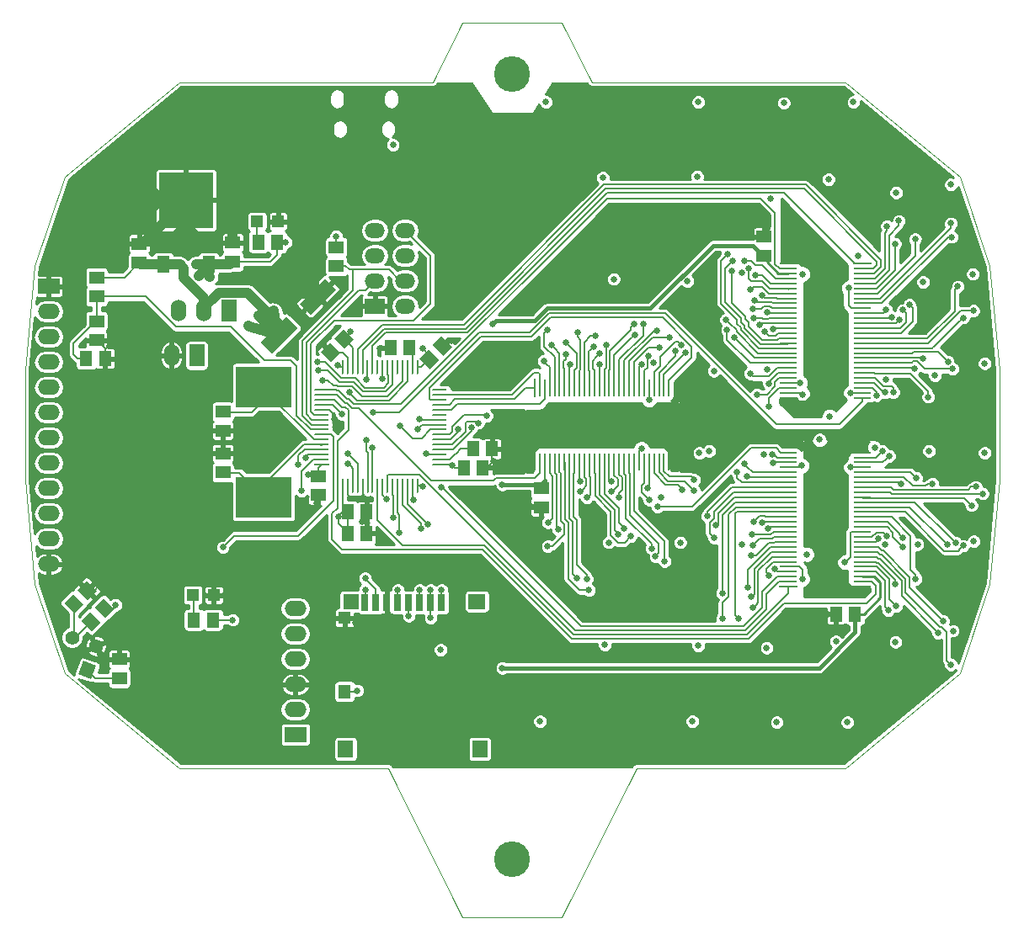
<source format=gbl>
G04 #@! TF.FileFunction,Copper,L4,Bot,Signal*
%FSLAX46Y46*%
G04 Gerber Fmt 4.6, Leading zero omitted, Abs format (unit mm)*
G04 Created by KiCad (PCBNEW (after 2015-mar-04 BZR unknown)-product) date Wed May  6 18:15:44 2015*
%MOMM*%
G01*
G04 APERTURE LIST*
%ADD10C,0.100000*%
%ADD11C,1.397000*%
%ADD12R,2.199640X1.524000*%
%ADD13O,2.199640X1.524000*%
%ADD14R,1.825000X0.250000*%
%ADD15O,1.825000X0.250000*%
%ADD16R,3.610000X4.700000*%
%ADD17R,1.524000X0.248920*%
%ADD18O,1.524000X0.248920*%
%ADD19O,0.248920X1.524000*%
%ADD20R,0.800100X1.678940*%
%ADD21R,1.600200X1.501140*%
%ADD22R,1.699260X1.501140*%
%ADD23R,1.501140X1.699260*%
%ADD24R,1.290320X1.300480*%
%ADD25R,1.290320X1.399540*%
%ADD26R,1.300480X1.498600*%
%ADD27R,0.250000X1.825000*%
%ADD28O,0.250000X1.825000*%
%ADD29R,4.700000X3.610000*%
%ADD30R,1.498600X1.300480*%
%ADD31R,1.198880X1.198880*%
%ADD32R,1.524000X2.199640*%
%ADD33O,1.524000X2.199640*%
%ADD34R,1.998980X1.524000*%
%ADD35O,1.998980X1.524000*%
%ADD36R,1.300480X1.699260*%
%ADD37R,5.499100X5.699760*%
%ADD38R,5.600700X4.099560*%
%ADD39C,3.600000*%
%ADD40C,0.635000*%
%ADD41C,0.203200*%
%ADD42C,1.016000*%
%ADD43C,0.508000*%
%ADD44C,0.152400*%
%ADD45C,0.254000*%
%ADD46C,0.381000*%
G04 APERTURE END LIST*
D10*
X87500000Y-134500000D02*
X66500000Y-134500000D01*
X112500000Y-134500000D02*
X133500000Y-134500000D01*
X105000000Y-149500000D02*
X112500000Y-134500000D01*
X95000000Y-149500000D02*
X105000000Y-149500000D01*
X87500000Y-134500000D02*
X95000000Y-149500000D01*
X108000000Y-65500000D02*
X133500000Y-65500000D01*
X92000000Y-65500000D02*
X66500000Y-65500000D01*
X105000000Y-59500000D02*
X108000000Y-65500000D01*
X95000000Y-59500000D02*
X105000000Y-59500000D01*
X92000000Y-65500000D02*
X95000000Y-59500000D01*
X51000000Y-105500000D02*
X52000000Y-116000000D01*
X51000000Y-94500000D02*
X51000000Y-105500000D01*
X52000000Y-84000000D02*
X51000000Y-94500000D01*
X148000000Y-116000000D02*
X149000000Y-105500000D01*
X149000000Y-105500000D02*
X149000000Y-94500000D01*
X145000000Y-125000000D02*
X148000000Y-116000000D01*
X133500000Y-134500000D02*
X145000000Y-125000000D01*
X55000000Y-125000000D02*
X66500000Y-134500000D01*
X52000000Y-116000000D02*
X55000000Y-125000000D01*
X55000000Y-75000000D02*
X52000000Y-84000000D01*
X66500000Y-65500000D02*
X55000000Y-75000000D01*
X145000000Y-75000000D02*
X133500000Y-65500000D01*
X148000000Y-84000000D02*
X145000000Y-75000000D01*
X149000000Y-94500000D02*
X148000000Y-84000000D01*
G36*
X56841570Y-123732499D02*
X58154320Y-124210301D01*
X57676518Y-125523051D01*
X56363768Y-125045249D01*
X56841570Y-123732499D01*
X56841570Y-123732499D01*
G37*
D11*
X58127775Y-122240956D03*
X55740956Y-121372225D03*
D12*
X53400000Y-86030000D03*
D13*
X53400000Y-88570000D03*
X53400000Y-91110000D03*
X53400000Y-93650000D03*
X53400000Y-96190000D03*
X53400000Y-98730000D03*
X53400000Y-101270000D03*
X53400000Y-103810000D03*
X53400000Y-106350000D03*
X53400000Y-108890000D03*
X53400000Y-111430000D03*
X53400000Y-113970000D03*
D14*
X135237500Y-83750000D03*
D15*
X135237500Y-84250000D03*
X135237500Y-84750000D03*
X135237500Y-85250000D03*
X135237500Y-85750000D03*
X135237500Y-86250000D03*
X135237500Y-86750000D03*
X135237500Y-87250000D03*
X135237500Y-87750000D03*
X135237500Y-88250000D03*
X135237500Y-88750000D03*
X135237500Y-89250000D03*
X135237500Y-89750000D03*
X135237500Y-90250000D03*
X135237500Y-90750000D03*
X135237500Y-91250000D03*
X135237500Y-91750000D03*
X135237500Y-92250000D03*
X135237500Y-92750000D03*
X135237500Y-93250000D03*
X135237500Y-93750000D03*
X135237500Y-94250000D03*
X135237500Y-94750000D03*
X135237500Y-95250000D03*
X135237500Y-95750000D03*
X135237500Y-96250000D03*
X135237500Y-96750000D03*
X135237500Y-97250000D03*
X127762500Y-97250000D03*
X127762500Y-96750000D03*
X127762500Y-96250000D03*
X127762500Y-95750000D03*
X127762500Y-95250000D03*
X127762500Y-94750000D03*
X127762500Y-94250000D03*
X127762500Y-93750000D03*
X127762500Y-93250000D03*
X127762500Y-92750000D03*
X127762500Y-92250000D03*
X127762500Y-91750000D03*
X127762500Y-91250000D03*
X127762500Y-90750000D03*
X127762500Y-90250000D03*
X127762500Y-89750000D03*
X127762500Y-89250000D03*
X127762500Y-88750000D03*
X127762500Y-88250000D03*
X127762500Y-87750000D03*
X127762500Y-87250000D03*
X127762500Y-86750000D03*
X127762500Y-86250000D03*
X127762500Y-85750000D03*
X127762500Y-85250000D03*
X127762500Y-84750000D03*
X127762500Y-84250000D03*
X127762500Y-83750000D03*
D16*
X131500000Y-90500000D03*
D17*
X80830060Y-103949040D03*
D18*
X80830060Y-103448660D03*
X80830060Y-102948280D03*
X80830060Y-102447900D03*
X80830060Y-101947520D03*
X80830060Y-101449680D03*
X80830060Y-100949300D03*
X80830060Y-100448920D03*
X80830060Y-99948540D03*
X80830060Y-99448160D03*
X80830060Y-98947780D03*
X80830060Y-98449940D03*
X80830060Y-97949560D03*
X80830060Y-97449180D03*
X80830060Y-96948800D03*
X80830060Y-96448420D03*
D19*
X82950960Y-94167500D03*
X83451340Y-94167500D03*
X83951720Y-94167500D03*
X84452100Y-94167500D03*
X84952480Y-94167500D03*
X85450320Y-94167500D03*
X85950700Y-94167500D03*
X86451080Y-94167500D03*
X86951460Y-94167500D03*
X87451840Y-94167500D03*
X87952220Y-94167500D03*
X88450060Y-94167500D03*
X88950440Y-94167500D03*
X89450820Y-94167500D03*
X89951200Y-94167500D03*
X90451580Y-94167500D03*
D18*
X92732500Y-96448420D03*
X92732500Y-96948800D03*
X92732500Y-97449180D03*
X92732500Y-97949560D03*
X92732500Y-98449940D03*
X92732500Y-98947780D03*
X92732500Y-99448160D03*
X92732500Y-99948540D03*
X92732500Y-100448920D03*
X92732500Y-100949300D03*
X92732500Y-101449680D03*
X92732500Y-101947520D03*
X92732500Y-102447900D03*
X92732500Y-102948280D03*
X92732500Y-103448660D03*
X92732500Y-103949040D03*
D19*
X90451580Y-106069940D03*
X89951200Y-106069940D03*
X88950440Y-106069940D03*
X89450820Y-106087720D03*
X88450060Y-106069940D03*
X87952220Y-106069940D03*
X87451840Y-106069940D03*
X86951460Y-106069940D03*
X86451080Y-106069940D03*
X85950700Y-106069940D03*
X85457940Y-106069940D03*
X84957560Y-106069940D03*
X84457180Y-106069940D03*
X83956800Y-106069940D03*
X83458960Y-106069940D03*
X82958580Y-106069940D03*
D20*
X92900680Y-117839740D03*
X91800860Y-117839740D03*
X90701040Y-117839740D03*
X89601220Y-117839740D03*
X88498860Y-117839740D03*
X87399040Y-117839740D03*
X86299220Y-117839740D03*
X85199400Y-117839740D03*
D21*
X83789700Y-117750840D03*
D22*
X96449060Y-117750840D03*
D23*
X83251220Y-132599680D03*
X96748780Y-132599680D03*
D24*
X83144540Y-119399300D03*
D25*
X83144540Y-126800860D03*
D26*
X96047500Y-102400000D03*
X97952500Y-102400000D03*
D14*
X127762500Y-116250000D03*
D15*
X127762500Y-115750000D03*
X127762500Y-115250000D03*
X127762500Y-114750000D03*
X127762500Y-114250000D03*
X127762500Y-113750000D03*
X127762500Y-113250000D03*
X127762500Y-112750000D03*
X127762500Y-112250000D03*
X127762500Y-111750000D03*
X127762500Y-111250000D03*
X127762500Y-110750000D03*
X127762500Y-110250000D03*
X127762500Y-109750000D03*
X127762500Y-109250000D03*
X127762500Y-108750000D03*
X127762500Y-108250000D03*
X127762500Y-107750000D03*
X127762500Y-107250000D03*
X127762500Y-106750000D03*
X127762500Y-106250000D03*
X127762500Y-105750000D03*
X127762500Y-105250000D03*
X127762500Y-104750000D03*
X127762500Y-104250000D03*
X127762500Y-103750000D03*
X127762500Y-103250000D03*
X127762500Y-102750000D03*
X135237500Y-102750000D03*
X135237500Y-103250000D03*
X135237500Y-103750000D03*
X135237500Y-104250000D03*
X135237500Y-104750000D03*
X135237500Y-105250000D03*
X135237500Y-105750000D03*
X135237500Y-106250000D03*
X135237500Y-106750000D03*
X135237500Y-107250000D03*
X135237500Y-107750000D03*
X135237500Y-108250000D03*
X135237500Y-108750000D03*
X135237500Y-109250000D03*
X135237500Y-109750000D03*
X135237500Y-110250000D03*
X135237500Y-110750000D03*
X135237500Y-111250000D03*
X135237500Y-111750000D03*
X135237500Y-112250000D03*
X135237500Y-112750000D03*
X135237500Y-113250000D03*
X135237500Y-113750000D03*
X135237500Y-114250000D03*
X135237500Y-114750000D03*
X135237500Y-115250000D03*
X135237500Y-115750000D03*
X135237500Y-116250000D03*
D16*
X131500000Y-109500000D03*
D27*
X102250000Y-96262500D03*
D28*
X102750000Y-96262500D03*
X103250000Y-96262500D03*
X103750000Y-96262500D03*
X104250000Y-96262500D03*
X104750000Y-96262500D03*
X105250000Y-96262500D03*
X105750000Y-96262500D03*
X106250000Y-96262500D03*
X106750000Y-96262500D03*
X107250000Y-96262500D03*
X107750000Y-96262500D03*
X108250000Y-96262500D03*
X108750000Y-96262500D03*
X109250000Y-96262500D03*
X109750000Y-96262500D03*
X110250000Y-96262500D03*
X110750000Y-96262500D03*
X111250000Y-96262500D03*
X111750000Y-96262500D03*
X112250000Y-96262500D03*
X112750000Y-96262500D03*
X113250000Y-96262500D03*
X113750000Y-96262500D03*
X114250000Y-96262500D03*
X114750000Y-96262500D03*
X115250000Y-96262500D03*
X115750000Y-96262500D03*
X115750000Y-103737500D03*
X115250000Y-103737500D03*
X114750000Y-103737500D03*
X114250000Y-103737500D03*
X113750000Y-103737500D03*
X113250000Y-103737500D03*
X112750000Y-103737500D03*
X112250000Y-103737500D03*
X111750000Y-103737500D03*
X111250000Y-103737500D03*
X110750000Y-103737500D03*
X110250000Y-103737500D03*
X109750000Y-103737500D03*
X109250000Y-103737500D03*
X108750000Y-103737500D03*
X108250000Y-103737500D03*
X107750000Y-103737500D03*
X107250000Y-103737500D03*
X106750000Y-103737500D03*
X106250000Y-103737500D03*
X105750000Y-103737500D03*
X105250000Y-103737500D03*
X104750000Y-103737500D03*
X104250000Y-103737500D03*
X103750000Y-103737500D03*
X103250000Y-103737500D03*
X102750000Y-103737500D03*
X102250000Y-103737500D03*
D29*
X109000000Y-100000000D03*
D30*
X125300000Y-82952500D03*
X125300000Y-81047500D03*
X102900000Y-106347500D03*
X102900000Y-108252500D03*
D26*
X134452500Y-119000000D03*
X132547500Y-119000000D03*
D30*
X60500000Y-125452500D03*
X60500000Y-123547500D03*
D26*
X85352500Y-108700000D03*
X83447500Y-108700000D03*
X97052500Y-104300000D03*
X95147500Y-104300000D03*
D10*
G36*
X81656435Y-91683895D02*
X82716105Y-92743565D01*
X81796527Y-93663143D01*
X80736857Y-92603473D01*
X81656435Y-91683895D01*
X81656435Y-91683895D01*
G37*
G36*
X83003473Y-90336857D02*
X84063143Y-91396527D01*
X83143565Y-92316105D01*
X82083895Y-91256435D01*
X83003473Y-90336857D01*
X83003473Y-90336857D01*
G37*
G36*
X93043565Y-93016105D02*
X91983895Y-91956435D01*
X92903473Y-91036857D01*
X93963143Y-92096527D01*
X93043565Y-93016105D01*
X93043565Y-93016105D01*
G37*
G36*
X91696527Y-94363143D02*
X90636857Y-93303473D01*
X91556435Y-92383895D01*
X92616105Y-93443565D01*
X91696527Y-94363143D01*
X91696527Y-94363143D01*
G37*
D30*
X80500000Y-107052500D03*
X80500000Y-105147500D03*
D26*
X85352500Y-110900000D03*
X83447500Y-110900000D03*
X89652500Y-92200000D03*
X87747500Y-92200000D03*
D30*
X62500000Y-83652500D03*
X62500000Y-81747500D03*
X71900000Y-83552500D03*
X71900000Y-81647500D03*
X70900000Y-104752500D03*
X70900000Y-102847500D03*
X70900000Y-98647500D03*
X70900000Y-100552500D03*
D10*
G36*
X77261623Y-89106865D02*
X78393135Y-90238377D01*
X75848131Y-92783381D01*
X74716619Y-91651869D01*
X77261623Y-89106865D01*
X77261623Y-89106865D01*
G37*
G36*
X81151869Y-85216619D02*
X82283381Y-86348131D01*
X79738377Y-88893135D01*
X78606865Y-87761623D01*
X81151869Y-85216619D01*
X81151869Y-85216619D01*
G37*
D31*
X74350980Y-79500000D03*
X76449020Y-79500000D03*
X67900980Y-117100000D03*
X69999020Y-117100000D03*
D32*
X71540000Y-88500000D03*
D33*
X69000000Y-88500000D03*
X66460000Y-88500000D03*
D34*
X86181080Y-88010000D03*
D35*
X89218920Y-88010000D03*
X86181080Y-85470000D03*
X89218920Y-85470000D03*
X86181080Y-82930000D03*
X89218920Y-82930000D03*
X86181080Y-80390000D03*
X89218920Y-80390000D03*
D12*
X78200000Y-131150000D03*
D13*
X78200000Y-128610000D03*
X78200000Y-126070000D03*
X78200000Y-123530000D03*
X78200000Y-120990000D03*
X78200000Y-118450000D03*
D32*
X68270000Y-93000000D03*
D33*
X65730000Y-93000000D03*
D30*
X58200000Y-85147500D03*
X58200000Y-87052500D03*
X58200000Y-89547500D03*
X58200000Y-91452500D03*
X82300000Y-84002500D03*
X82300000Y-82097500D03*
D26*
X76352500Y-81600000D03*
X74447500Y-81600000D03*
X69902500Y-119600000D03*
X67997500Y-119600000D03*
D36*
X69486000Y-83820720D03*
X64914000Y-83820720D03*
D37*
X67200000Y-77379280D03*
D38*
X75000000Y-96150100D03*
X75000000Y-107249900D03*
D26*
X59052500Y-93300000D03*
X57147500Y-93300000D03*
D39*
X100000000Y-64650000D03*
X100000000Y-143650000D03*
D10*
G36*
X57343565Y-117616105D02*
X56283895Y-116556435D01*
X57203473Y-115636857D01*
X58263143Y-116696527D01*
X57343565Y-117616105D01*
X57343565Y-117616105D01*
G37*
G36*
X55996527Y-118963143D02*
X54936857Y-117903473D01*
X55856435Y-116983895D01*
X56916105Y-118043565D01*
X55996527Y-118963143D01*
X55996527Y-118963143D01*
G37*
G36*
X59043565Y-119416105D02*
X57983895Y-118356435D01*
X58903473Y-117436857D01*
X59963143Y-118496527D01*
X59043565Y-119416105D01*
X59043565Y-119416105D01*
G37*
G36*
X57696527Y-120763143D02*
X56636857Y-119703473D01*
X57556435Y-118783895D01*
X58616105Y-119843565D01*
X57696527Y-120763143D01*
X57696527Y-120763143D01*
G37*
D40*
X70900000Y-112300000D03*
X58400000Y-116200000D03*
X78900000Y-85500000D03*
X80100000Y-84700000D03*
X78100000Y-86800000D03*
X72300000Y-103300000D03*
X72100000Y-100600000D03*
X125650000Y-80300000D03*
X119200000Y-87100000D03*
X93900000Y-91500000D03*
X97900000Y-92850000D03*
X132600000Y-110400000D03*
X131500000Y-110400000D03*
X130400000Y-110400000D03*
X84264508Y-119915586D03*
X75100000Y-121400000D03*
X84871270Y-109700000D03*
X83400000Y-71900000D03*
X78700000Y-70400000D03*
X84200000Y-71900000D03*
X77600000Y-79500000D03*
X68000000Y-80800000D03*
X66400000Y-80800000D03*
X63900000Y-76500000D03*
X63900000Y-78100000D03*
X71900000Y-80400000D03*
X87500000Y-119000000D03*
X88600000Y-122200000D03*
X98100000Y-103600000D03*
X80300000Y-107900000D03*
X82110907Y-99399170D03*
X81000000Y-91900000D03*
X86700000Y-92300000D03*
X67250000Y-113900000D03*
X67350000Y-123000000D03*
X101900000Y-108200000D03*
X132600000Y-92400000D03*
X130400000Y-92300000D03*
X131500000Y-92300000D03*
X131500000Y-91400000D03*
X130400000Y-91400000D03*
X130400000Y-90500000D03*
X130400000Y-89500000D03*
X131500000Y-89500000D03*
X132600000Y-88600000D03*
X132600000Y-89500000D03*
X132600000Y-90500000D03*
X132600000Y-91400000D03*
X110800000Y-101100000D03*
X110800000Y-100000000D03*
X110800000Y-98900000D03*
X109900000Y-98900000D03*
X109900000Y-100000000D03*
X109900000Y-101100000D03*
X109000000Y-101100000D03*
X109000000Y-100000000D03*
X108100000Y-100000000D03*
X108100000Y-101100000D03*
X107200000Y-101100000D03*
X107200000Y-100000000D03*
X109000000Y-98900000D03*
X108100000Y-98900000D03*
X107200000Y-98900000D03*
X130400000Y-111300000D03*
X131500000Y-111300000D03*
X132600000Y-111300000D03*
X130400000Y-109500000D03*
X131500000Y-109500000D03*
X131500000Y-108600000D03*
X130400000Y-108600000D03*
X130400000Y-107700000D03*
X131500000Y-107700000D03*
X132600000Y-109500000D03*
X132600000Y-108600000D03*
X132600000Y-107700000D03*
X131500000Y-90500000D03*
X131500000Y-88600000D03*
X130399113Y-88622320D03*
X59500000Y-92000000D03*
X69850000Y-116100000D03*
X131750004Y-119050000D03*
X117621403Y-85521402D03*
X137458759Y-112023136D03*
X140750000Y-112000000D03*
X136454698Y-102268011D03*
X123102863Y-112009663D03*
X125583798Y-122416135D03*
X129600000Y-113000000D03*
X125248655Y-102949308D03*
X142500000Y-95000000D03*
X137600000Y-95451136D03*
X123091945Y-84693465D03*
X110200000Y-85300000D03*
X118700000Y-122200000D03*
X109315050Y-122122320D03*
X102791417Y-129799645D03*
X76000000Y-88500000D03*
X74500000Y-89000000D03*
X73500000Y-90000000D03*
X138531600Y-121818400D03*
X114950000Y-107300000D03*
X118700000Y-67500000D03*
X134300000Y-67500000D03*
X138600000Y-76600000D03*
X141300000Y-85600000D03*
X127300000Y-67600000D03*
X131796774Y-75277680D03*
X118600000Y-75000000D03*
X109100000Y-75100000D03*
X114224176Y-93729149D03*
X119800000Y-102600000D03*
X116900000Y-111800000D03*
X109700000Y-111800000D03*
X146400000Y-111700000D03*
X147500000Y-102800000D03*
X141900000Y-102600000D03*
X103400000Y-67500000D03*
X118100000Y-129800000D03*
X126600000Y-129900000D03*
X133700000Y-129900000D03*
X147500000Y-93800000D03*
X146300000Y-84800000D03*
X144100000Y-75800000D03*
X144300000Y-120700000D03*
X129200000Y-84800000D03*
X131900000Y-99100000D03*
X125600000Y-94400000D03*
X134800000Y-83000000D03*
X120259954Y-94540046D03*
X130900000Y-101449998D03*
X132538780Y-121750000D03*
X125934954Y-77234954D03*
X88000000Y-71800000D03*
X97422835Y-99072260D03*
X103150000Y-93550000D03*
X103502659Y-90402657D03*
X103950000Y-91950000D03*
X108800000Y-92800000D03*
X108800000Y-93900000D03*
X109422320Y-91902308D03*
X123966239Y-86377575D03*
X125128790Y-86985513D03*
X124364530Y-87478094D03*
X124200000Y-88300000D03*
X125591238Y-88656873D03*
X124300000Y-89200000D03*
X105377680Y-92893563D03*
X105778730Y-93913439D03*
X105377680Y-91700000D03*
X112250000Y-89850000D03*
X112350000Y-90900000D03*
X113200000Y-89850000D03*
X122100000Y-84527173D03*
X122175964Y-83495653D03*
X121622320Y-82800000D03*
X123381422Y-83511220D03*
X124444621Y-84899981D03*
X123799399Y-84243901D03*
X137678729Y-80000000D03*
X138870861Y-79451145D03*
X138491547Y-81743806D03*
X140500000Y-81300000D03*
X144099998Y-79700000D03*
X144173308Y-81070165D03*
X106550000Y-90650000D03*
X108322320Y-91050000D03*
X108150000Y-92100000D03*
X114550000Y-90500000D03*
X115800000Y-91200000D03*
X114800000Y-92200000D03*
X121500004Y-89400000D03*
X122285993Y-91213987D03*
X121599996Y-90400000D03*
X124900000Y-89900000D03*
X126199135Y-90372320D03*
X125393017Y-90602045D03*
X133800000Y-86200000D03*
X137600000Y-88400000D03*
X138154647Y-89127680D03*
X138955515Y-89375884D03*
X139271465Y-88419447D03*
X139934132Y-87904608D03*
X144800000Y-86050000D03*
X146350002Y-88500000D03*
X145350000Y-89200000D03*
X113030355Y-93850000D03*
X113717600Y-93057749D03*
X113753952Y-97463373D03*
X116984953Y-91915047D03*
X116392248Y-92507752D03*
X117403967Y-92731739D03*
X123900000Y-94800000D03*
X125800000Y-95800014D03*
X124585602Y-96905525D03*
X128958580Y-95749997D03*
X125800000Y-98100000D03*
X129200000Y-96900000D03*
X137461798Y-96696003D03*
X136622547Y-97005266D03*
X134041401Y-96750002D03*
X140428310Y-94306620D03*
X141802186Y-97153958D03*
X138300000Y-96700008D03*
X143800000Y-93600000D03*
X141283164Y-93278729D03*
X144259954Y-94340046D03*
X112995643Y-102356499D03*
X113774234Y-107493430D03*
X113628703Y-106360622D03*
X117100000Y-106500000D03*
X118800000Y-102800000D03*
X118300000Y-106626201D03*
X118300000Y-105500000D03*
X122600000Y-104700000D03*
X123555988Y-105127680D03*
X123300000Y-103900000D03*
X129103700Y-104082221D03*
X126204628Y-103759527D03*
X126163602Y-102922320D03*
X134041412Y-104250009D03*
X137902183Y-103101519D03*
X137214122Y-102622800D03*
X139098953Y-105885052D03*
X142245789Y-105885052D03*
X140600000Y-105300000D03*
X146177421Y-108077421D03*
X147300000Y-106900000D03*
X146600000Y-106200000D03*
X106822320Y-105700000D03*
X106822320Y-106700000D03*
X107500000Y-107300000D03*
X114010616Y-112396920D03*
X114400000Y-113200000D03*
X115300000Y-113700000D03*
X120464860Y-110091656D03*
X120322723Y-111361090D03*
X119594072Y-109161345D03*
X125688653Y-110404668D03*
X125121983Y-109787024D03*
X124287145Y-109711898D03*
X136834577Y-111452876D03*
X137656330Y-111127680D03*
X133453686Y-113814372D03*
X139300000Y-112300000D03*
X139250000Y-111300000D03*
X140567980Y-115484921D03*
X145345581Y-112134069D03*
X143750000Y-112027680D03*
X144564529Y-111829837D03*
X107720947Y-116600000D03*
X106531087Y-115433725D03*
X107500000Y-115500000D03*
X110000000Y-105700000D03*
X110000000Y-106700000D03*
X110740046Y-107259954D03*
X122750000Y-119450000D03*
X121100003Y-119499997D03*
X121100002Y-116900000D03*
X126382838Y-114507461D03*
X129150343Y-115487758D03*
X125823773Y-115131997D03*
X137800000Y-118629998D03*
X138600000Y-118200000D03*
X138510540Y-116005680D03*
X142825871Y-120903080D03*
X144100000Y-124100000D03*
X143300782Y-119697349D03*
X103600000Y-109800000D03*
X104600000Y-110500000D03*
X103571270Y-112185745D03*
X111911142Y-111199188D03*
X110666521Y-110965422D03*
X111262485Y-110375994D03*
X124200000Y-118400000D03*
X124000000Y-117300000D03*
X123700000Y-116300000D03*
X124047731Y-113100000D03*
X124200000Y-112100000D03*
X124100000Y-110999994D03*
X88750000Y-100100000D03*
X85937326Y-102237326D03*
X85300000Y-101500000D03*
X90985528Y-106190372D03*
X91300000Y-102900000D03*
X91527772Y-109984131D03*
X92900000Y-116600000D03*
X91800000Y-119400000D03*
X91800000Y-116600000D03*
X90800000Y-110400000D03*
X90700000Y-116600000D03*
X88000000Y-109300000D03*
X88629060Y-110809154D03*
X88500000Y-116600000D03*
X85200000Y-115400000D03*
X90650000Y-99400000D03*
X90450000Y-100450000D03*
X85200000Y-116600000D03*
X90100000Y-107500000D03*
X84400000Y-126700000D03*
X96570000Y-99780000D03*
X95899327Y-100282789D03*
X80385560Y-93655197D03*
X80502711Y-94485171D03*
X83500000Y-102900000D03*
X83450000Y-103850000D03*
X80900000Y-95477680D03*
X83600000Y-96700000D03*
X78800000Y-106600000D03*
X71900000Y-119600000D03*
X86000000Y-98700000D03*
X85294621Y-95409332D03*
X92900000Y-106222320D03*
X86945652Y-95339789D03*
X87335138Y-107400000D03*
X114600000Y-108200000D03*
X82435116Y-93959266D03*
X94592762Y-100452395D03*
X79200000Y-103300000D03*
X78500000Y-104000000D03*
X60100000Y-118100000D03*
X68502909Y-84997091D03*
X98022569Y-89822588D03*
X69600000Y-85100000D03*
X68200000Y-83800000D03*
X92800000Y-122600000D03*
X89600000Y-119200000D03*
X99000000Y-105982831D03*
X82500000Y-109200000D03*
X79500000Y-105000000D03*
X82900000Y-98900000D03*
X83700000Y-90600000D03*
X77200000Y-81600000D03*
X82300000Y-81000000D03*
X91000000Y-92300000D03*
X94000000Y-104077690D03*
X99000000Y-124441548D03*
D41*
X72100000Y-111100000D02*
X70900000Y-112300000D01*
X72135363Y-111135363D02*
X72100000Y-111100000D01*
X82000000Y-107600000D02*
X78464637Y-111135363D01*
X82000000Y-101154040D02*
X82000000Y-107600000D01*
X78464637Y-111135363D02*
X72135363Y-111135363D01*
X81795260Y-100949300D02*
X82000000Y-101154040D01*
X80830060Y-100949300D02*
X81795260Y-100949300D01*
X57273519Y-116626481D02*
X57973519Y-116626481D01*
X57973519Y-116626481D02*
X58400000Y-116200000D01*
D42*
X80445123Y-87054877D02*
X78900000Y-85509754D01*
X78900000Y-85509754D02*
X78900000Y-85500000D01*
X80445123Y-87054877D02*
X80100000Y-86709754D01*
X80100000Y-86709754D02*
X80100000Y-84700000D01*
X80445123Y-87054877D02*
X80190246Y-86800000D01*
X80190246Y-86800000D02*
X78100000Y-86800000D01*
D41*
X70900000Y-102847500D02*
X71847500Y-102847500D01*
X71847500Y-102847500D02*
X72300000Y-103300000D01*
X70900000Y-100552500D02*
X72052500Y-100552500D01*
X72052500Y-100552500D02*
X72100000Y-100600000D01*
D43*
X125332501Y-80617499D02*
X125650000Y-80300000D01*
D41*
X93373519Y-92026481D02*
X93900000Y-91500000D01*
X135237500Y-116250000D02*
X134121800Y-116250000D01*
X134121800Y-116250000D02*
X131500000Y-113628200D01*
X131500000Y-113628200D02*
X131500000Y-112053200D01*
X131500000Y-112053200D02*
X131500000Y-109500000D01*
X131500000Y-104578994D02*
X131500000Y-106946800D01*
X133328994Y-102750000D02*
X131500000Y-104578994D01*
X131500000Y-106946800D02*
X131500000Y-109500000D01*
X135237500Y-102750000D02*
X133328994Y-102750000D01*
X84264508Y-119670908D02*
X84264508Y-119915586D01*
X83144540Y-119399300D02*
X83992900Y-119399300D01*
X83992900Y-119399300D02*
X84264508Y-119670908D01*
X85305000Y-109700000D02*
X84871270Y-109700000D01*
X85352500Y-108700000D02*
X85352500Y-109652500D01*
X85105000Y-109700000D02*
X84871270Y-109700000D01*
X85352500Y-110900000D02*
X85352500Y-109947500D01*
X85352500Y-109652500D02*
X85305000Y-109700000D01*
X85352500Y-109947500D02*
X85105000Y-109700000D01*
X76449020Y-79500000D02*
X77600000Y-79500000D01*
D42*
X67200000Y-77379280D02*
X67200000Y-80000000D01*
X67200000Y-80000000D02*
X68000000Y-80800000D01*
X67200000Y-80000000D02*
X66400000Y-80800000D01*
X67200000Y-77379280D02*
X64779280Y-77379280D01*
X64779280Y-77379280D02*
X63900000Y-76500000D01*
X67200000Y-77379280D02*
X64620720Y-77379280D01*
X64620720Y-77379280D02*
X63900000Y-78100000D01*
X62500000Y-81747500D02*
X62831780Y-81747500D01*
X62831780Y-81747500D02*
X67200000Y-77379280D01*
X71900000Y-81647500D02*
X71900000Y-80400000D01*
D41*
X59052500Y-93300000D02*
X59052500Y-92305000D01*
X59052500Y-92305000D02*
X58200000Y-91452500D01*
X58127775Y-122240956D02*
X59434319Y-123547500D01*
X59434319Y-123547500D02*
X60500000Y-123547500D01*
X87399040Y-117839740D02*
X87399040Y-118899040D01*
X87399040Y-118899040D02*
X87500000Y-119000000D01*
X97952500Y-102400000D02*
X97952500Y-103452500D01*
X97952500Y-103452500D02*
X98100000Y-103600000D01*
X97052500Y-104300000D02*
X97400000Y-104300000D01*
X97400000Y-104300000D02*
X98100000Y-103600000D01*
X85352500Y-108700000D02*
X85352500Y-110900000D01*
X84957560Y-106069940D02*
X84957560Y-107035140D01*
X84957560Y-107035140D02*
X84805000Y-107187700D01*
X84805000Y-107187700D02*
X84805000Y-107200000D01*
X83458960Y-106069940D02*
X83458960Y-107035140D01*
X84805000Y-107200000D02*
X85352500Y-107747500D01*
X83458960Y-107035140D02*
X83623820Y-107200000D01*
X83623820Y-107200000D02*
X84805000Y-107200000D01*
X85352500Y-107747500D02*
X85352500Y-108700000D01*
X80500000Y-107052500D02*
X80500000Y-107700000D01*
X80500000Y-107700000D02*
X80300000Y-107900000D01*
X81977699Y-98816950D02*
X81977699Y-99265962D01*
X81977699Y-99265962D02*
X82110907Y-99399170D01*
X80830060Y-98449940D02*
X81610689Y-98449940D01*
X81610689Y-98449940D02*
X81977699Y-98816950D01*
X81000000Y-91947038D02*
X81000000Y-91900000D01*
X81726481Y-92673519D02*
X81000000Y-91947038D01*
X83451340Y-94167500D02*
X83451340Y-93202300D01*
X83451340Y-93202300D02*
X82922559Y-92673519D01*
X82922559Y-92673519D02*
X82646059Y-92673519D01*
X82646059Y-92673519D02*
X81726481Y-92673519D01*
X92973519Y-92026481D02*
X93373519Y-92026481D01*
X87747500Y-92200000D02*
X86800000Y-92200000D01*
X86800000Y-92200000D02*
X86700000Y-92300000D01*
X102900000Y-108252500D02*
X101952500Y-108252500D01*
X101952500Y-108252500D02*
X101900000Y-108200000D01*
D44*
X102250000Y-103737500D02*
X102250000Y-102672600D01*
X104922600Y-100000000D02*
X109000000Y-100000000D01*
X102250000Y-102672600D02*
X104922600Y-100000000D01*
X115750000Y-103737500D02*
X115750000Y-102672600D01*
X115750000Y-102672600D02*
X113077400Y-100000000D01*
X113077400Y-100000000D02*
X109000000Y-100000000D01*
D45*
X132400000Y-88600000D02*
X132600000Y-88600000D01*
X131700000Y-90500000D02*
X131500000Y-90500000D01*
D41*
X132000000Y-108300000D02*
X131500000Y-108300000D01*
X59195000Y-92305000D02*
X59500000Y-92000000D01*
X59052500Y-92305000D02*
X59195000Y-92305000D01*
X69999020Y-116249020D02*
X69850000Y-116100000D01*
X69999020Y-117100000D02*
X69999020Y-116249020D01*
X128550000Y-97250000D02*
X128878200Y-97578200D01*
X127762500Y-97250000D02*
X128550000Y-97250000D01*
X128878200Y-97578200D02*
X129500794Y-97578200D01*
X129500794Y-97578200D02*
X131500000Y-95578994D01*
X131500000Y-95578994D02*
X131500000Y-93053200D01*
X131500000Y-93053200D02*
X131500000Y-90500000D01*
X130414802Y-83750000D02*
X131500000Y-84835198D01*
X127762500Y-83750000D02*
X130414802Y-83750000D01*
X131500000Y-84835198D02*
X131500000Y-90500000D01*
D46*
X132547500Y-119000000D02*
X132497500Y-119050000D01*
X132497500Y-119050000D02*
X132199016Y-119050000D01*
X132199016Y-119050000D02*
X131750004Y-119050000D01*
D43*
X125300000Y-81047500D02*
X125300000Y-80650000D01*
X125300000Y-80650000D02*
X125332501Y-80617499D01*
D42*
X69000000Y-88500000D02*
X69000000Y-88162180D01*
X69000000Y-88162180D02*
X70473201Y-86688979D01*
X76554877Y-89813611D02*
X76554877Y-90945123D01*
X70473201Y-86688979D02*
X73430245Y-86688979D01*
X73430245Y-86688979D02*
X76554877Y-89813611D01*
X64914000Y-83820720D02*
X66580240Y-83820720D01*
X66580240Y-83820720D02*
X66980791Y-84221271D01*
X66980791Y-84221271D02*
X66980791Y-85199195D01*
X66980791Y-85199195D02*
X69000000Y-87218404D01*
X69000000Y-87218404D02*
X69000000Y-88500000D01*
X76448231Y-90838477D02*
X74500000Y-89000000D01*
X76554877Y-90945123D02*
X76550000Y-90950000D01*
X64914000Y-83820720D02*
X62668220Y-83820720D01*
X62668220Y-83820720D02*
X62500000Y-83652500D01*
X76554877Y-90945123D02*
X76378680Y-90768926D01*
X76378680Y-90768926D02*
X76000000Y-88500000D01*
X76554877Y-90945123D02*
X76448231Y-90838477D01*
X76554877Y-90945123D02*
X73600000Y-90100000D01*
X73600000Y-90100000D02*
X73500000Y-90000000D01*
D41*
X58200000Y-85147500D02*
X61005000Y-85147500D01*
X61005000Y-85147500D02*
X62500000Y-83652500D01*
D42*
X69114000Y-88386000D02*
X69000000Y-88500000D01*
D41*
X75000000Y-107249900D02*
X72550100Y-104800000D01*
X72550100Y-104800000D02*
X70900000Y-104800000D01*
X70900000Y-104800000D02*
X70900000Y-104752500D01*
X80830060Y-101947520D02*
X79052480Y-101947520D01*
X79052480Y-101947520D02*
X75000000Y-106000000D01*
X75000000Y-106000000D02*
X75000000Y-107200000D01*
X75000000Y-107200000D02*
X75000000Y-107249900D01*
X74999900Y-107249900D02*
X75000000Y-107249900D01*
D45*
X80652480Y-101947520D02*
X80830060Y-101947520D01*
D41*
X75000000Y-96150100D02*
X75000000Y-97500000D01*
X75000000Y-97500000D02*
X73800000Y-98700000D01*
X73800000Y-98700000D02*
X70900000Y-98700000D01*
X70900000Y-98700000D02*
X70900000Y-98647500D01*
X80830060Y-101449680D02*
X80049680Y-101449680D01*
X80049680Y-101449680D02*
X75000000Y-96400000D01*
X75000000Y-96400000D02*
X75000000Y-96200000D01*
X75000000Y-96200000D02*
X75000000Y-96150100D01*
X74350980Y-79500000D02*
X74350980Y-81503480D01*
X74350980Y-81503480D02*
X74447500Y-81600000D01*
X67997500Y-119600000D02*
X67997500Y-117196520D01*
X67997500Y-117196520D02*
X67900980Y-117100000D01*
X95149357Y-98974794D02*
X97325369Y-98974794D01*
X92732500Y-100949300D02*
X93697700Y-100949300D01*
X93697700Y-100949300D02*
X93970461Y-100676539D01*
X93970461Y-100676539D02*
X93970461Y-100153690D01*
X97325369Y-98974794D02*
X97422835Y-99072260D01*
X93970461Y-100153690D02*
X95149357Y-98974794D01*
X103467499Y-93867499D02*
X103150000Y-93550000D01*
X103750000Y-94150000D02*
X103467499Y-93867499D01*
X103750000Y-96262500D02*
X103750000Y-94150000D01*
X103185160Y-90720156D02*
X103502659Y-90402657D01*
X103185160Y-92106166D02*
X103185160Y-90720156D01*
X104250000Y-96262500D02*
X104250000Y-93171006D01*
X104250000Y-93171006D02*
X103185160Y-92106166D01*
X104267499Y-92267499D02*
X103950000Y-91950000D01*
X104750000Y-92750000D02*
X104267499Y-92267499D01*
X104750000Y-96262500D02*
X104750000Y-92750000D01*
X108084109Y-94348666D02*
X108084109Y-93515891D01*
X108250000Y-96262500D02*
X108250000Y-94514557D01*
X108250000Y-94514557D02*
X108084109Y-94348666D01*
X108482501Y-93117499D02*
X108800000Y-92800000D01*
X108084109Y-93515891D02*
X108482501Y-93117499D01*
X108750000Y-93950000D02*
X108800000Y-93900000D01*
X108750000Y-96262500D02*
X108750000Y-93950000D01*
X109422320Y-92351320D02*
X109422320Y-91902308D01*
X109422301Y-94198705D02*
X109422301Y-92351339D01*
X109250000Y-94371006D02*
X109422301Y-94198705D01*
X109250000Y-96262500D02*
X109250000Y-94371006D01*
X109422301Y-92351339D02*
X109422320Y-92351320D01*
X125093959Y-86060076D02*
X124283738Y-86060076D01*
X127762500Y-86750000D02*
X125783883Y-86750000D01*
X124283738Y-86060076D02*
X123966239Y-86377575D01*
X125783883Y-86750000D02*
X125093959Y-86060076D01*
X127762500Y-87250000D02*
X126646800Y-87250000D01*
X126646800Y-87250000D02*
X126618534Y-87221734D01*
X126618534Y-87221734D02*
X125365011Y-87221734D01*
X125365011Y-87221734D02*
X125128790Y-86985513D01*
X127762500Y-87750000D02*
X126199907Y-87750000D01*
X126199907Y-87750000D02*
X126078051Y-87628144D01*
X126078051Y-87628144D02*
X124514580Y-87628144D01*
X124514580Y-87628144D02*
X124364530Y-87478094D01*
X125272767Y-88034553D02*
X125007320Y-88300000D01*
X125909710Y-88034553D02*
X125272767Y-88034553D01*
X124649012Y-88300000D02*
X124200000Y-88300000D01*
X125007320Y-88300000D02*
X124649012Y-88300000D01*
X127762500Y-88250000D02*
X126125157Y-88250000D01*
X126125157Y-88250000D02*
X125909710Y-88034553D01*
X125684365Y-88750000D02*
X125591238Y-88656873D01*
X127762500Y-88750000D02*
X125684365Y-88750000D01*
X124749012Y-89200000D02*
X124300000Y-89200000D01*
X127762500Y-89250000D02*
X125798598Y-89250000D01*
X125719313Y-89329285D02*
X125233510Y-89329285D01*
X125233510Y-89329285D02*
X125104225Y-89200000D01*
X125104225Y-89200000D02*
X124749012Y-89200000D01*
X125798598Y-89250000D02*
X125719313Y-89329285D01*
X105156410Y-94233432D02*
X105156410Y-93563845D01*
X105250000Y-96262500D02*
X105250000Y-94327022D01*
X105250000Y-94327022D02*
X105156410Y-94233432D01*
X105377680Y-93342575D02*
X105377680Y-92893563D01*
X105156410Y-93563845D02*
X105377680Y-93342575D01*
X105750000Y-93942169D02*
X105778730Y-93913439D01*
X105750000Y-96262500D02*
X105750000Y-93942169D01*
X106250000Y-96262500D02*
X106250000Y-94471006D01*
X106458469Y-94262537D02*
X106458469Y-92780789D01*
X106250000Y-94471006D02*
X106458469Y-94262537D01*
X105695179Y-92017499D02*
X105377680Y-91700000D01*
X106458469Y-92780789D02*
X105695179Y-92017499D01*
X111932501Y-90167499D02*
X112250000Y-89850000D01*
X111932501Y-90416511D02*
X111932501Y-90167499D01*
X109828711Y-94367045D02*
X109828711Y-92520301D01*
X109750000Y-96262500D02*
X109750000Y-94445756D01*
X109828711Y-92520301D02*
X111932501Y-90416511D01*
X109750000Y-94445756D02*
X109828711Y-94367045D01*
X110250000Y-96262500D02*
X110250000Y-93000000D01*
X112032501Y-91217499D02*
X112350000Y-90900000D01*
X110250000Y-93000000D02*
X112032501Y-91217499D01*
X110750000Y-96262500D02*
X110750000Y-93421006D01*
X113200000Y-90971006D02*
X113200000Y-90299012D01*
X113200000Y-90299012D02*
X113200000Y-89850000D01*
X110750000Y-93421006D02*
X113200000Y-90971006D01*
X127762500Y-91250000D02*
X126817211Y-91250000D01*
X123779953Y-89692503D02*
X123429582Y-89342132D01*
X126817211Y-91250000D02*
X126656692Y-91410519D01*
X125086868Y-91410519D02*
X123779953Y-90103604D01*
X122100000Y-84976185D02*
X122100000Y-84527173D01*
X123779953Y-90103604D02*
X123779953Y-89692503D01*
X126656692Y-91410519D02*
X125086868Y-91410519D01*
X123429582Y-89059076D02*
X122100000Y-87729494D01*
X122100000Y-87729494D02*
X122100000Y-84976185D01*
X123429582Y-89342132D02*
X123429582Y-89059076D01*
X124918527Y-91816928D02*
X123373543Y-90271944D01*
X123023172Y-89227416D02*
X121432501Y-87636745D01*
X127695572Y-91816928D02*
X124918527Y-91816928D01*
X127762500Y-91750000D02*
X127695572Y-91816928D01*
X121432501Y-84239116D02*
X121858465Y-83813152D01*
X123373543Y-90271944D02*
X123373543Y-90003035D01*
X123023172Y-89652664D02*
X123023172Y-89227416D01*
X121858465Y-83813152D02*
X122175964Y-83495653D01*
X123373543Y-90003035D02*
X123023172Y-89652664D01*
X121432501Y-87636745D02*
X121432501Y-84239116D01*
X122616762Y-89395756D02*
X120982501Y-87761495D01*
X122967133Y-90440284D02*
X122967133Y-90171375D01*
X120982501Y-83439819D02*
X121304821Y-83117499D01*
X127762500Y-92250000D02*
X124776849Y-92250000D01*
X122967133Y-90171375D02*
X122616762Y-89821004D01*
X124776849Y-92250000D02*
X122967133Y-90440284D01*
X120982501Y-87761495D02*
X120982501Y-83439819D01*
X121304821Y-83117499D02*
X121622320Y-82800000D01*
X122616762Y-89821004D02*
X122616762Y-89395756D01*
X123830434Y-83511220D02*
X123381422Y-83511220D01*
X124407541Y-83907541D02*
X124011220Y-83511220D01*
X125107541Y-83907541D02*
X124407541Y-83907541D01*
X127762500Y-85250000D02*
X126450000Y-85250000D01*
X124011220Y-83511220D02*
X123830434Y-83511220D01*
X126450000Y-85250000D02*
X125107541Y-83907541D01*
X127762500Y-85750000D02*
X125933383Y-85750000D01*
X125083364Y-84899981D02*
X124893633Y-84899981D01*
X125933383Y-85750000D02*
X125083364Y-84899981D01*
X124893633Y-84899981D02*
X124444621Y-84899981D01*
D45*
X127762500Y-86250000D02*
X127717710Y-86294790D01*
D41*
X125130934Y-85522301D02*
X124045897Y-85522301D01*
X127762500Y-86250000D02*
X125858633Y-86250000D01*
X125858633Y-86250000D02*
X125130934Y-85522301D01*
X123799399Y-85275803D02*
X123799399Y-84692913D01*
X124045897Y-85522301D02*
X123799399Y-85275803D01*
X123799399Y-84692913D02*
X123799399Y-84243901D01*
X137678729Y-80449012D02*
X137678729Y-80000000D01*
X136473142Y-85250000D02*
X137462819Y-84260323D01*
X137462819Y-84260323D02*
X137462819Y-80664922D01*
X135237500Y-85250000D02*
X136473142Y-85250000D01*
X137462819Y-80664922D02*
X137678729Y-80449012D01*
X137869229Y-80901789D02*
X138870861Y-79900157D01*
X135237500Y-85750000D02*
X136547892Y-85750000D01*
X138870861Y-79900157D02*
X138870861Y-79451145D01*
X137869228Y-84428664D02*
X137869229Y-80901789D01*
X136547892Y-85750000D02*
X137869228Y-84428664D01*
X135237500Y-86250000D02*
X136622642Y-86250000D01*
X138491547Y-82192818D02*
X138491547Y-81743806D01*
X138491547Y-84381095D02*
X138491547Y-82192818D01*
X136622642Y-86250000D02*
X138491547Y-84381095D01*
X135237500Y-86750000D02*
X136697392Y-86750000D01*
X136697392Y-86750000D02*
X140500000Y-82947392D01*
X140500000Y-82947392D02*
X140500000Y-81749012D01*
X140500000Y-81749012D02*
X140500000Y-81300000D01*
X135237500Y-87250000D02*
X136999010Y-87250000D01*
X144099998Y-80149012D02*
X144099998Y-79700000D01*
X136999010Y-87250000D02*
X144099998Y-80149012D01*
X143829835Y-81070165D02*
X144173308Y-81070165D01*
X137150000Y-87750000D02*
X143829835Y-81070165D01*
X135237500Y-87750000D02*
X137150000Y-87750000D01*
X106864879Y-94430877D02*
X106864879Y-91413891D01*
X106550000Y-91099012D02*
X106550000Y-90650000D01*
X106864879Y-91413891D02*
X106550000Y-91099012D01*
X106750000Y-94545756D02*
X106864879Y-94430877D01*
X106750000Y-96262500D02*
X106750000Y-94545756D01*
X107873308Y-91050000D02*
X108322320Y-91050000D01*
X107250000Y-95146800D02*
X107271289Y-95125511D01*
X107271289Y-95125511D02*
X107271289Y-91652019D01*
X107271289Y-91652019D02*
X107873308Y-91050000D01*
X107250000Y-96262500D02*
X107250000Y-95146800D01*
X107832501Y-92417499D02*
X108150000Y-92100000D01*
X107677699Y-92572301D02*
X107832501Y-92417499D01*
X107677699Y-94517006D02*
X107677699Y-92572301D01*
X107750000Y-94589307D02*
X107677699Y-94517006D01*
X107750000Y-96262500D02*
X107750000Y-94589307D01*
X114245756Y-90500000D02*
X114550000Y-90500000D01*
X111250000Y-93495756D02*
X114245756Y-90500000D01*
X111250000Y-96262500D02*
X111250000Y-93495756D01*
X114120506Y-91200000D02*
X115350988Y-91200000D01*
X111750000Y-96262500D02*
X111750000Y-93570506D01*
X111750000Y-93570506D02*
X114120506Y-91200000D01*
X115350988Y-91200000D02*
X115800000Y-91200000D01*
X114350988Y-92200000D02*
X114800000Y-92200000D01*
X112250000Y-93645256D02*
X113695256Y-92200000D01*
X112250000Y-96262500D02*
X112250000Y-93645256D01*
X113695256Y-92200000D02*
X114350988Y-92200000D01*
X122560723Y-90460719D02*
X121817503Y-89717499D01*
X122560723Y-90608624D02*
X122560723Y-90460719D01*
X124702099Y-92750000D02*
X122560723Y-90608624D01*
X121817503Y-89717499D02*
X121500004Y-89400000D01*
X127762500Y-92750000D02*
X124702099Y-92750000D01*
X124322006Y-93250000D02*
X122285993Y-91213987D01*
X127762500Y-93250000D02*
X124322006Y-93250000D01*
X127762500Y-93750000D02*
X123902748Y-93750000D01*
X121599996Y-90849012D02*
X121599996Y-90400000D01*
X123902748Y-93750000D02*
X121599996Y-91447248D01*
X121599996Y-91447248D02*
X121599996Y-90849012D01*
X125050000Y-89750000D02*
X124900000Y-89900000D01*
X127762500Y-89750000D02*
X125050000Y-89750000D01*
X126321455Y-90250000D02*
X126199135Y-90372320D01*
X127762500Y-90250000D02*
X126321455Y-90250000D01*
X125710516Y-90919544D02*
X125393017Y-90602045D01*
X127762500Y-90750000D02*
X126742461Y-90750000D01*
X126742461Y-90750000D02*
X126497840Y-90994621D01*
X126497840Y-90994621D02*
X125785593Y-90994621D01*
X125785593Y-90994621D02*
X125710516Y-90919544D01*
X133800000Y-87928200D02*
X133800000Y-86200000D01*
X134121800Y-88250000D02*
X133800000Y-87928200D01*
X135237500Y-88250000D02*
X134121800Y-88250000D01*
X135237500Y-88750000D02*
X137250000Y-88750000D01*
X137250000Y-88750000D02*
X137282501Y-88717499D01*
X137282501Y-88717499D02*
X137600000Y-88400000D01*
X138032327Y-89250000D02*
X138154647Y-89127680D01*
X135237500Y-89250000D02*
X138032327Y-89250000D01*
X135237500Y-89750000D02*
X138581399Y-89750000D01*
X138581399Y-89750000D02*
X138638016Y-89693383D01*
X138638016Y-89693383D02*
X138955515Y-89375884D01*
X139588964Y-89663441D02*
X139588964Y-88736946D01*
X139588964Y-88736946D02*
X139271465Y-88419447D01*
X139002405Y-90250000D02*
X139588964Y-89663441D01*
X135237500Y-90250000D02*
X139002405Y-90250000D01*
X140251631Y-89575524D02*
X140251631Y-88222107D01*
X135237500Y-90750000D02*
X139077155Y-90750000D01*
X139077155Y-90750000D02*
X140251631Y-89575524D01*
X140251631Y-88222107D02*
X139934132Y-87904608D01*
X144482501Y-88517499D02*
X144482501Y-86367499D01*
X141750000Y-91250000D02*
X144482501Y-88517499D01*
X135237500Y-91250000D02*
X141750000Y-91250000D01*
X144482501Y-86367499D02*
X144800000Y-86050000D01*
X145074750Y-88500000D02*
X145900990Y-88500000D01*
X135237500Y-91750000D02*
X141824750Y-91750000D01*
X141824750Y-91750000D02*
X145074750Y-88500000D01*
X145900990Y-88500000D02*
X146350002Y-88500000D01*
X142192524Y-92250000D02*
X142301118Y-92141406D01*
X135237500Y-92250000D02*
X142192524Y-92250000D01*
X142301118Y-92141406D02*
X142408594Y-92141406D01*
X142408594Y-92141406D02*
X145032501Y-89517499D01*
X145032501Y-89517499D02*
X145350000Y-89200000D01*
X112797138Y-94083215D02*
X113030355Y-93850000D01*
X112797138Y-96215362D02*
X112797138Y-94083215D01*
X112750000Y-96262500D02*
X112797138Y-96215362D01*
D44*
X113572325Y-94191444D02*
X113627256Y-94136513D01*
X113627256Y-94136513D02*
X113627256Y-93148093D01*
X113627256Y-93148093D02*
X113717600Y-93057749D01*
D41*
X113250000Y-94513769D02*
X113572325Y-94191444D01*
X113250000Y-96262500D02*
X113250000Y-94513769D01*
D44*
X113750000Y-96262500D02*
X113750000Y-97459421D01*
X113750000Y-97459421D02*
X113753952Y-97463373D01*
D41*
X116667454Y-91597548D02*
X116984953Y-91915047D01*
X116381446Y-91597548D02*
X116667454Y-91597548D01*
X114846477Y-94027854D02*
X114846477Y-93132517D01*
X114250000Y-94624331D02*
X114846477Y-94027854D01*
X114250000Y-96262500D02*
X114250000Y-94624331D01*
X114846477Y-93132517D02*
X116381446Y-91597548D01*
X114750000Y-94699081D02*
X116392248Y-93056833D01*
X114750000Y-96262500D02*
X114750000Y-94699081D01*
X116392248Y-93056833D02*
X116392248Y-92956764D01*
X116392248Y-92956764D02*
X116392248Y-92507752D01*
X115250000Y-96262500D02*
X115250000Y-94885706D01*
X117086468Y-93049238D02*
X117403967Y-92731739D01*
X115250000Y-94885706D02*
X117086468Y-93049238D01*
X124217499Y-95117499D02*
X123900000Y-94800000D01*
X125779301Y-95117499D02*
X124217499Y-95117499D01*
X127762500Y-94250000D02*
X126646800Y-94250000D01*
X126646800Y-94250000D02*
X125779301Y-95117499D01*
X125800000Y-95695756D02*
X125800000Y-95800014D01*
X126745756Y-94750000D02*
X125800000Y-95695756D01*
X127762500Y-94750000D02*
X126745756Y-94750000D01*
X126422301Y-95648205D02*
X126422301Y-96098705D01*
X127762500Y-95250000D02*
X126820506Y-95250000D01*
X125034614Y-96905525D02*
X124585602Y-96905525D01*
X125615481Y-96905525D02*
X125034614Y-96905525D01*
X126820506Y-95250000D02*
X126422301Y-95648205D01*
X126422301Y-96098705D02*
X125615481Y-96905525D01*
X128958577Y-95750000D02*
X128958580Y-95749997D01*
X127762500Y-95750000D02*
X128958577Y-95750000D01*
X127762500Y-96250000D02*
X126845756Y-96250000D01*
X126845756Y-96250000D02*
X125800000Y-97295756D01*
X125800000Y-97650988D02*
X125800000Y-98100000D01*
X125800000Y-97295756D02*
X125800000Y-97650988D01*
X129050000Y-96750000D02*
X129200000Y-96900000D01*
X127762500Y-96750000D02*
X129050000Y-96750000D01*
X137299203Y-96696003D02*
X137461798Y-96696003D01*
X136353200Y-95750000D02*
X137299203Y-96696003D01*
X135237500Y-95750000D02*
X136353200Y-95750000D01*
X136179494Y-96250000D02*
X136622547Y-96693053D01*
X135237500Y-96250000D02*
X136179494Y-96250000D01*
X136622547Y-96693053D02*
X136622547Y-97005266D01*
X134041403Y-96750000D02*
X134041401Y-96750002D01*
X135237500Y-96750000D02*
X134041403Y-96750000D01*
X140371690Y-94250000D02*
X140428310Y-94306620D01*
X135237500Y-94250000D02*
X140371690Y-94250000D01*
X135237500Y-94750000D02*
X136353200Y-94750000D01*
X140036568Y-94828816D02*
X141802186Y-96594434D01*
X136353200Y-94750000D02*
X136432016Y-94828816D01*
X136432016Y-94828816D02*
X140036568Y-94828816D01*
X141802186Y-96594434D02*
X141802186Y-96704946D01*
X141802186Y-96704946D02*
X141802186Y-97153958D01*
X138122441Y-96073437D02*
X138300000Y-96250996D01*
X137301295Y-96073437D02*
X138122441Y-96073437D01*
X136477858Y-95250000D02*
X137301295Y-96073437D01*
X135237500Y-95250000D02*
X136477858Y-95250000D01*
X138300000Y-96250996D02*
X138300000Y-96700008D01*
X143482501Y-93282501D02*
X143800000Y-93600000D01*
X142856410Y-92656410D02*
X143482501Y-93282501D01*
X140224750Y-92750000D02*
X140318340Y-92656410D01*
X135237500Y-92750000D02*
X140224750Y-92750000D01*
X140318340Y-92656410D02*
X142856410Y-92656410D01*
X135237500Y-93250000D02*
X140050000Y-93250000D01*
X140050000Y-93250000D02*
X140118918Y-93181082D01*
X141185517Y-93181082D02*
X141283164Y-93278729D01*
X140118918Y-93181082D02*
X141185517Y-93181082D01*
X143810942Y-94340046D02*
X144259954Y-94340046D01*
X141443257Y-94340046D02*
X143810942Y-94340046D01*
X140150000Y-93750000D02*
X140312508Y-93587492D01*
X140690703Y-93587492D02*
X141443257Y-94340046D01*
X140312508Y-93587492D02*
X140690703Y-93587492D01*
X135237500Y-93750000D02*
X140150000Y-93750000D01*
X112995643Y-102356499D02*
X112750000Y-102602142D01*
X112750000Y-102602142D02*
X112750000Y-103737500D01*
X113456735Y-107175931D02*
X113774234Y-107493430D01*
X113006402Y-106725598D02*
X113456735Y-107175931D01*
X113250000Y-103737500D02*
X113250000Y-105818319D01*
X113006402Y-106061917D02*
X113006402Y-106725598D01*
X113250000Y-105818319D02*
X113006402Y-106061917D01*
X113750000Y-106239325D02*
X113628703Y-106360622D01*
X113750000Y-103737500D02*
X113750000Y-106239325D01*
X116627699Y-106027699D02*
X116782501Y-106182501D01*
X115424499Y-106027699D02*
X116627699Y-106027699D01*
X114250000Y-104853200D02*
X115424499Y-106027699D01*
X114250000Y-103737500D02*
X114250000Y-104853200D01*
X116782501Y-106182501D02*
X117100000Y-106500000D01*
X117295088Y-105621289D02*
X117982501Y-106308702D01*
X115663696Y-105621289D02*
X117295088Y-105621289D01*
X114750000Y-103737500D02*
X114750000Y-104707593D01*
X117982501Y-106308702D02*
X118300000Y-106626201D01*
X114750000Y-104707593D02*
X115663696Y-105621289D01*
X115250000Y-104632843D02*
X115799658Y-105182501D01*
X117982501Y-105182501D02*
X118300000Y-105500000D01*
X115250000Y-103737500D02*
X115250000Y-104632843D01*
X115799658Y-105182501D02*
X117982501Y-105182501D01*
X127762500Y-105750000D02*
X123050000Y-105750000D01*
X123050000Y-105750000D02*
X122600000Y-105300000D01*
X122600000Y-105300000D02*
X122600000Y-104700000D01*
X123678308Y-105250000D02*
X123555988Y-105127680D01*
X127762500Y-105250000D02*
X123678308Y-105250000D01*
X124150000Y-104750000D02*
X123617499Y-104217499D01*
X127762500Y-104750000D02*
X124150000Y-104750000D01*
X123617499Y-104217499D02*
X123300000Y-103900000D01*
X127762500Y-104250000D02*
X128935921Y-104250000D01*
X128935921Y-104250000D02*
X129103700Y-104082221D01*
X126214155Y-103750000D02*
X126204628Y-103759527D01*
X127762500Y-103750000D02*
X126214155Y-103750000D01*
X127762500Y-103250000D02*
X126646800Y-103250000D01*
X126319120Y-102922320D02*
X126163602Y-102922320D01*
X126646800Y-103250000D02*
X126319120Y-102922320D01*
X134041421Y-104250000D02*
X134041412Y-104250009D01*
X135237500Y-104250000D02*
X134041421Y-104250000D01*
X135237500Y-103750000D02*
X137253702Y-103750000D01*
X137253702Y-103750000D02*
X137584684Y-103419018D01*
X137584684Y-103419018D02*
X137902183Y-103101519D01*
X136896623Y-102940299D02*
X137214122Y-102622800D01*
X136586922Y-103250000D02*
X136896623Y-102940299D01*
X135237500Y-103250000D02*
X136586922Y-103250000D01*
X135237500Y-105750000D02*
X138963901Y-105750000D01*
X138963901Y-105750000D02*
X139098953Y-105885052D01*
X141796777Y-105885052D02*
X142245789Y-105885052D01*
X139384907Y-105250000D02*
X140235870Y-106100963D01*
X135237500Y-105250000D02*
X139384907Y-105250000D01*
X141580866Y-106100963D02*
X141796777Y-105885052D01*
X140235870Y-106100963D02*
X141580866Y-106100963D01*
X140282501Y-104982501D02*
X140600000Y-105300000D01*
X135237500Y-104750000D02*
X140050000Y-104750000D01*
X140050000Y-104750000D02*
X140282501Y-104982501D01*
X145859922Y-107759922D02*
X146177421Y-108077421D01*
X135307690Y-107320190D02*
X145420190Y-107320190D01*
X145420190Y-107320190D02*
X145859922Y-107759922D01*
X135237500Y-107250000D02*
X135307690Y-107320190D01*
X146837208Y-106913780D02*
X146850988Y-106900000D01*
X146850988Y-106900000D02*
X147300000Y-106900000D01*
X135237500Y-106750000D02*
X137974750Y-106750000D01*
X137974750Y-106750000D02*
X138138530Y-106913780D01*
X138138530Y-106913780D02*
X146837208Y-106913780D01*
X138049500Y-106250000D02*
X138306871Y-106507371D01*
X138306871Y-106507371D02*
X145843617Y-106507371D01*
X135237500Y-106250000D02*
X138049500Y-106250000D01*
X146150988Y-106200000D02*
X146600000Y-106200000D01*
X145843617Y-106507371D02*
X146150988Y-106200000D01*
X106750000Y-103737500D02*
X106750000Y-105627680D01*
X106750000Y-105627680D02*
X106822320Y-105700000D01*
X107444621Y-106077699D02*
X107139819Y-106382501D01*
X107250000Y-105206674D02*
X107444621Y-105401295D01*
X107444621Y-105401295D02*
X107444621Y-106077699D01*
X107250000Y-103737500D02*
X107250000Y-105206674D01*
X107139819Y-106382501D02*
X106822320Y-106700000D01*
X107817499Y-106982501D02*
X107500000Y-107300000D01*
X107750000Y-103737500D02*
X107750000Y-105131924D01*
X107750000Y-105131924D02*
X107851031Y-105232955D01*
X107851031Y-105232955D02*
X107851031Y-106948969D01*
X107851031Y-106948969D02*
X107817499Y-106982501D01*
X111435121Y-105064615D02*
X111435121Y-109372413D01*
X111435121Y-109372413D02*
X114010616Y-111947908D01*
X111250000Y-103737500D02*
X111250000Y-104879494D01*
X111250000Y-104879494D02*
X111435121Y-105064615D01*
X114010616Y-111947908D02*
X114010616Y-112396920D01*
X114717499Y-112882501D02*
X114400000Y-113200000D01*
X111750000Y-104804744D02*
X111841530Y-104896274D01*
X111750000Y-103737500D02*
X111750000Y-104804744D01*
X111841530Y-104896274D02*
X111841530Y-109082120D01*
X111841530Y-109082120D02*
X114717499Y-111958089D01*
X114717499Y-111958089D02*
X114717499Y-112882501D01*
X112250000Y-108654244D02*
X115300000Y-111704244D01*
X115300000Y-111704244D02*
X115300000Y-113250988D01*
X112250000Y-103737500D02*
X112250000Y-108654244D01*
X115300000Y-113250988D02*
X115300000Y-113700000D01*
X120680770Y-108894980D02*
X120680770Y-109875746D01*
X122325750Y-107250000D02*
X120680770Y-108894980D01*
X127762500Y-107250000D02*
X122325750Y-107250000D01*
X120680770Y-109875746D02*
X120464860Y-110091656D01*
X122251000Y-106750000D02*
X120274360Y-108726640D01*
X120005224Y-111043591D02*
X120322723Y-111361090D01*
X119842559Y-110880926D02*
X120005224Y-111043591D01*
X120274360Y-108726640D02*
X120274360Y-109361150D01*
X119842559Y-109792951D02*
X119842559Y-110880926D01*
X127762500Y-106750000D02*
X122251000Y-106750000D01*
X120274360Y-109361150D02*
X119842559Y-109792951D01*
X119594072Y-108712333D02*
X119594072Y-109161345D01*
X122056405Y-106250000D02*
X119594072Y-108712333D01*
X127762500Y-106250000D02*
X122056405Y-106250000D01*
X125843321Y-110250000D02*
X125688653Y-110404668D01*
X127762500Y-110250000D02*
X125843321Y-110250000D01*
X125159007Y-109750000D02*
X125121983Y-109787024D01*
X127762500Y-109750000D02*
X125159007Y-109750000D01*
X127762500Y-109250000D02*
X125460455Y-109250000D01*
X124604644Y-109394399D02*
X124287145Y-109711898D01*
X125460455Y-109250000D02*
X125370678Y-109160223D01*
X125370678Y-109160223D02*
X124838820Y-109160223D01*
X124838820Y-109160223D02*
X124604644Y-109394399D01*
X135237500Y-111750000D02*
X136537453Y-111750000D01*
X136537453Y-111750000D02*
X136834577Y-111452876D01*
X137338831Y-110810181D02*
X137656330Y-111127680D01*
X135237500Y-111250000D02*
X136156385Y-111250000D01*
X136156385Y-111250000D02*
X136596204Y-110810181D01*
X136596204Y-110810181D02*
X137338831Y-110810181D01*
X134020190Y-113247868D02*
X133771185Y-113496873D01*
X134020190Y-110851610D02*
X134020190Y-113247868D01*
X134121800Y-110750000D02*
X134020190Y-110851610D01*
X133771185Y-113496873D02*
X133453686Y-113814372D01*
X135237500Y-110750000D02*
X134121800Y-110750000D01*
X138278631Y-111278631D02*
X138982501Y-111982501D01*
X138278631Y-110831530D02*
X138278631Y-111278631D01*
X137697101Y-110250000D02*
X138278631Y-110831530D01*
X135237500Y-110250000D02*
X137697101Y-110250000D01*
X138982501Y-111982501D02*
X139300000Y-112300000D01*
X135237500Y-109750000D02*
X137771851Y-109750000D01*
X137771851Y-109750000D02*
X138932501Y-110910650D01*
X138932501Y-110910650D02*
X138932501Y-110982501D01*
X138932501Y-110982501D02*
X139250000Y-111300000D01*
X135237500Y-109250000D02*
X138121006Y-109250000D01*
X140567980Y-115035909D02*
X140567980Y-115484921D01*
X140053905Y-114521834D02*
X140567980Y-115035909D01*
X138121006Y-109250000D02*
X140053905Y-111182899D01*
X140053905Y-111182899D02*
X140053905Y-114521834D01*
X135237500Y-108750000D02*
X139550000Y-108750000D01*
X144808647Y-112650000D02*
X145012929Y-112445718D01*
X145012929Y-112445718D02*
X145330428Y-112128219D01*
X139550000Y-108750000D02*
X143450000Y-112650000D01*
X143450000Y-112650000D02*
X144808647Y-112650000D01*
X143432501Y-111710181D02*
X143750000Y-112027680D01*
X139972320Y-108250000D02*
X143432501Y-111710181D01*
X135237500Y-108250000D02*
X139972320Y-108250000D01*
X135237500Y-107750000D02*
X140484692Y-107750000D01*
X140484692Y-107750000D02*
X144247030Y-111512338D01*
X144247030Y-111512338D02*
X144564529Y-111829837D01*
X105271291Y-109475535D02*
X105628711Y-109832955D01*
X105628711Y-109832955D02*
X105628711Y-115452355D01*
X106776356Y-116600000D02*
X107271935Y-116600000D01*
X105628711Y-115452355D02*
X106776356Y-116600000D01*
X107271935Y-116600000D02*
X107720947Y-116600000D01*
X105271291Y-103758791D02*
X105271291Y-109475535D01*
X105250000Y-103737500D02*
X105271291Y-103758791D01*
X106213588Y-115116226D02*
X106531087Y-115433725D01*
X106093590Y-114996228D02*
X106213588Y-115116226D01*
X106093590Y-109723084D02*
X106093590Y-114996228D01*
X105750000Y-109379494D02*
X106093590Y-109723084D01*
X105750000Y-103737500D02*
X105750000Y-109379494D01*
X107500000Y-115500000D02*
X107500000Y-115050988D01*
X107500000Y-115050988D02*
X106500000Y-114050988D01*
X106500000Y-114050988D02*
X106500000Y-109554745D01*
X106500000Y-109554745D02*
X106182501Y-109237246D01*
X106182501Y-109237246D02*
X106182501Y-104920699D01*
X106182501Y-104920699D02*
X106250000Y-104853200D01*
X106250000Y-104853200D02*
X106250000Y-103737500D01*
X109750000Y-105450000D02*
X110000000Y-105700000D01*
X109750000Y-103737500D02*
X109750000Y-105450000D01*
X110317499Y-106382501D02*
X110000000Y-106700000D01*
X110622301Y-105401295D02*
X110622301Y-106077699D01*
X110250000Y-105028994D02*
X110622301Y-105401295D01*
X110622301Y-106077699D02*
X110317499Y-106382501D01*
X110250000Y-103737500D02*
X110250000Y-105028994D01*
X110750000Y-103737500D02*
X110750000Y-104954244D01*
X111028711Y-105232955D02*
X111028711Y-106522277D01*
X110750000Y-104954244D02*
X111028711Y-105232955D01*
X110740046Y-106810942D02*
X110740046Y-107259954D01*
X111028711Y-106522277D02*
X110740046Y-106810942D01*
X122432501Y-108867499D02*
X122432501Y-119132501D01*
X122550000Y-108750000D02*
X122432501Y-108867499D01*
X127762500Y-108750000D02*
X122550000Y-108750000D01*
X122432501Y-119132501D02*
X122750000Y-119450000D01*
X121100003Y-117850985D02*
X121100003Y-119050985D01*
X121722303Y-117228685D02*
X121100003Y-117850985D01*
X121100003Y-119050985D02*
X121100003Y-119499997D01*
X127762500Y-108250000D02*
X122475250Y-108250000D01*
X122475250Y-108250000D02*
X121722303Y-109002947D01*
X121722303Y-109002947D02*
X121722303Y-117228685D01*
X121100002Y-116450988D02*
X121100002Y-116900000D01*
X122400500Y-107750000D02*
X121100002Y-109050498D01*
X121100002Y-109050498D02*
X121100002Y-116450988D01*
X127762500Y-107750000D02*
X122400500Y-107750000D01*
X126625377Y-114750000D02*
X126382838Y-114507461D01*
X127762500Y-114750000D02*
X126625377Y-114750000D01*
X127762500Y-114250000D02*
X128878200Y-114250000D01*
X128878200Y-114250000D02*
X129150343Y-114522143D01*
X129150343Y-114522143D02*
X129150343Y-115487758D01*
X127762500Y-113750000D02*
X126219293Y-113750000D01*
X125506274Y-114814498D02*
X125823773Y-115131997D01*
X125506274Y-114463019D02*
X125506274Y-114814498D01*
X126219293Y-113750000D02*
X125506274Y-114463019D01*
X137481810Y-118311808D02*
X137482501Y-118312499D01*
X137481810Y-115681810D02*
X137481810Y-118311808D01*
X136550000Y-114750000D02*
X137481810Y-115681810D01*
X135237500Y-114750000D02*
X136550000Y-114750000D01*
X137482501Y-118312499D02*
X137800000Y-118629998D01*
X136624750Y-114250000D02*
X137888220Y-115513470D01*
X135237500Y-114250000D02*
X136624750Y-114250000D01*
X137888220Y-115513470D02*
X137888220Y-117488220D01*
X137888220Y-117488220D02*
X138282501Y-117882501D01*
X138282501Y-117882501D02*
X138600000Y-118200000D01*
X136567658Y-113750000D02*
X136661248Y-113843590D01*
X136793091Y-113843591D02*
X138510540Y-115561040D01*
X135237500Y-113750000D02*
X136567658Y-113750000D01*
X138510540Y-115561040D02*
X138510540Y-116005680D01*
X136661248Y-113843590D02*
X136793091Y-113843591D01*
X136650000Y-113250000D02*
X136837182Y-113437182D01*
X139132841Y-115608591D02*
X139132841Y-117210050D01*
X139132841Y-117210050D02*
X142508372Y-120585581D01*
X135237500Y-113250000D02*
X136650000Y-113250000D01*
X142508372Y-120585581D02*
X142825871Y-120903080D01*
X136961432Y-113437182D02*
X139132841Y-115608591D01*
X136837182Y-113437182D02*
X136961432Y-113437182D01*
X143677699Y-120847324D02*
X143677699Y-123677699D01*
X142994201Y-120294201D02*
X143124576Y-120294201D01*
X137129773Y-113030773D02*
X139539251Y-115440251D01*
X137005522Y-113030772D02*
X137129773Y-113030773D01*
X143782501Y-123782501D02*
X144100000Y-124100000D01*
X143124576Y-120294201D02*
X143677699Y-120847324D01*
X139539251Y-115440251D02*
X139539251Y-116839251D01*
X136724750Y-112750000D02*
X137005522Y-113030772D01*
X135237500Y-112750000D02*
X136724750Y-112750000D01*
X143677699Y-123677699D02*
X143782501Y-123782501D01*
X139539251Y-116839251D02*
X142994201Y-120294201D01*
X142983283Y-119379850D02*
X143300782Y-119697349D01*
X139945661Y-115271911D02*
X139945661Y-116342228D01*
X135237500Y-112250000D02*
X136799500Y-112250000D01*
X136799500Y-112250000D02*
X137173864Y-112624364D01*
X139945661Y-116342228D02*
X142983283Y-119379850D01*
X137173864Y-112624364D02*
X137298114Y-112624364D01*
X137298114Y-112624364D02*
X139945661Y-115271911D01*
X103750000Y-104853200D02*
X104052062Y-105155262D01*
X103750000Y-103737500D02*
X103750000Y-104853200D01*
X104052062Y-105155262D02*
X104052062Y-109347938D01*
X104052062Y-109347938D02*
X103917499Y-109482501D01*
X103917499Y-109482501D02*
X103600000Y-109800000D01*
X104250000Y-104778450D02*
X104458472Y-104986922D01*
X104250000Y-103737500D02*
X104250000Y-104778450D01*
X104458472Y-110358472D02*
X104600000Y-110500000D01*
X104458472Y-109811134D02*
X104458472Y-110358472D01*
X104458472Y-104986922D02*
X104458472Y-109811134D01*
X105222301Y-110983726D02*
X104020282Y-112185745D01*
X104864881Y-109643875D02*
X105222301Y-110001295D01*
X104750000Y-104703700D02*
X104864881Y-104818581D01*
X105222301Y-110001295D02*
X105222301Y-110983726D01*
X104020282Y-112185745D02*
X103571270Y-112185745D01*
X104864881Y-104818581D02*
X104864881Y-109643875D01*
X104750000Y-103737500D02*
X104750000Y-104703700D01*
X111911142Y-111199188D02*
X111292831Y-111817499D01*
X108250000Y-104853200D02*
X108250000Y-103737500D01*
X111292831Y-111817499D02*
X110638505Y-111817499D01*
X109906248Y-111085242D02*
X109906248Y-108706248D01*
X110638505Y-111817499D02*
X109906248Y-111085242D01*
X108335120Y-107135120D02*
X108335120Y-104938320D01*
X109906248Y-108706248D02*
X108335120Y-107135120D01*
X108335120Y-104938320D02*
X108250000Y-104853200D01*
X110312658Y-108537908D02*
X110312658Y-110611559D01*
X110349022Y-110647923D02*
X110666521Y-110965422D01*
X108750000Y-106975250D02*
X110312658Y-108537908D01*
X108750000Y-103737500D02*
X108750000Y-106975250D01*
X110312658Y-110611559D02*
X110349022Y-110647923D01*
X110944986Y-110058495D02*
X111262485Y-110375994D01*
X110719068Y-109832577D02*
X110944986Y-110058495D01*
X110719068Y-108369568D02*
X110719068Y-109832577D01*
X109250000Y-106900500D02*
X110719068Y-108369568D01*
X109250000Y-103737500D02*
X109250000Y-106900500D01*
X124728711Y-117871289D02*
X124517499Y-118082501D01*
X124517499Y-118082501D02*
X124200000Y-118400000D01*
X127762500Y-113250000D02*
X126144543Y-113250000D01*
X124728711Y-114665832D02*
X124728711Y-117871289D01*
X126144543Y-113250000D02*
X124728711Y-114665832D01*
X124322301Y-116977699D02*
X124317499Y-116982501D01*
X127762500Y-112750000D02*
X126069793Y-112750000D01*
X126069793Y-112750000D02*
X124322301Y-114497492D01*
X124317499Y-116982501D02*
X124000000Y-117300000D01*
X124322301Y-114497492D02*
X124322301Y-116977699D01*
X123700000Y-115850988D02*
X123700000Y-116300000D01*
X123700000Y-114545043D02*
X123700000Y-115850988D01*
X125995043Y-112250000D02*
X123700000Y-114545043D01*
X127762500Y-112250000D02*
X125995043Y-112250000D01*
X125756958Y-111839788D02*
X124496746Y-113100000D01*
X126324037Y-111839788D02*
X125756958Y-111839788D01*
X127762500Y-111750000D02*
X126413825Y-111750000D01*
X124496743Y-113100000D02*
X124047731Y-113100000D01*
X126413825Y-111750000D02*
X126324037Y-111839788D01*
X124496746Y-113100000D02*
X124496743Y-113100000D01*
X124866621Y-111433379D02*
X124517499Y-111782501D01*
X126339077Y-111250000D02*
X126155698Y-111433379D01*
X127762500Y-111250000D02*
X126339077Y-111250000D01*
X124517499Y-111782501D02*
X124200000Y-112100000D01*
X126155698Y-111433379D02*
X124866621Y-111433379D01*
X124575987Y-111026969D02*
X124549012Y-110999994D01*
X125987358Y-111026969D02*
X124575987Y-111026969D01*
X127762500Y-110750000D02*
X126264327Y-110750000D01*
X124549012Y-110999994D02*
X124100000Y-110999994D01*
X126264327Y-110750000D02*
X125987358Y-111026969D01*
X79306410Y-98889710D02*
X79864860Y-99448160D01*
X79864860Y-99448160D02*
X80830060Y-99448160D01*
X79306410Y-91697834D02*
X79306410Y-98889710D01*
X84569044Y-86435200D02*
X79306410Y-91697834D01*
X86192510Y-85470000D02*
X85227310Y-86435200D01*
X86430000Y-85470000D02*
X86192510Y-85470000D01*
X85227310Y-86435200D02*
X84569044Y-86435200D01*
X78900001Y-91529493D02*
X78900001Y-99058051D01*
X79864860Y-99948540D02*
X80830060Y-99948540D01*
X79790490Y-99948540D02*
X79864860Y-99948540D01*
X78900001Y-99058051D02*
X79790490Y-99948540D01*
X83950000Y-84350000D02*
X83950000Y-86479494D01*
X83950000Y-86479494D02*
X78900001Y-91529493D01*
X82300000Y-84002500D02*
X83252500Y-84002500D01*
X83252500Y-84002500D02*
X83600000Y-84350000D01*
X83600000Y-84350000D02*
X83950000Y-84350000D01*
X87612510Y-84350000D02*
X83950000Y-84350000D01*
X88970000Y-85470000D02*
X88732510Y-85470000D01*
X88732510Y-85470000D02*
X87612510Y-84350000D01*
X88750000Y-100100000D02*
X89950000Y-101300000D01*
X89950000Y-101300000D02*
X90916220Y-101300000D01*
X90916220Y-101300000D02*
X91767300Y-100448920D01*
X91767300Y-100448920D02*
X92732500Y-100448920D01*
X85950700Y-106069940D02*
X85950700Y-102250700D01*
X85950700Y-102250700D02*
X85937326Y-102237326D01*
X85300000Y-101949012D02*
X85300000Y-101500000D01*
X85300000Y-102600000D02*
X85300000Y-101949012D01*
X85457940Y-102757940D02*
X85300000Y-102600000D01*
X85457940Y-106069940D02*
X85457940Y-102757940D01*
X80083281Y-98947780D02*
X80830060Y-98947780D01*
X91750000Y-87800000D02*
X90069230Y-89480770D01*
X79763250Y-98627749D02*
X80083281Y-98947780D01*
X79763250Y-91815744D02*
X79763250Y-98627749D01*
X91750000Y-82932510D02*
X91750000Y-87800000D01*
X90069230Y-89480770D02*
X82098224Y-89480770D01*
X88970000Y-80390000D02*
X89207490Y-80390000D01*
X82098224Y-89480770D02*
X79763250Y-91815744D01*
X89207490Y-80390000D02*
X91750000Y-82932510D01*
X90865096Y-106069940D02*
X90985528Y-106190372D01*
X90451580Y-106069940D02*
X90865096Y-106069940D01*
X91348280Y-102948280D02*
X91300000Y-102900000D01*
X92732500Y-102948280D02*
X91348280Y-102948280D01*
X91210273Y-109666632D02*
X91527772Y-109984131D01*
X89450820Y-107907179D02*
X91210273Y-109666632D01*
X89450820Y-106087720D02*
X89450820Y-107907179D01*
X92900680Y-116600680D02*
X92900680Y-117839740D01*
X92900000Y-116600000D02*
X92900680Y-116600680D01*
X91800860Y-117839740D02*
X91800860Y-119399140D01*
X91800860Y-119399140D02*
X91800000Y-119400000D01*
X91800000Y-116600000D02*
X91800000Y-117838880D01*
X91800000Y-117838880D02*
X91800860Y-117839740D01*
X88950440Y-108050440D02*
X90800000Y-109900000D01*
X90800000Y-109900000D02*
X90800000Y-110400000D01*
X88950440Y-106069940D02*
X88950440Y-108050440D01*
X87952220Y-107035140D02*
X88000000Y-107082920D01*
X87952220Y-106069940D02*
X87952220Y-107035140D01*
X88000000Y-107082920D02*
X88000000Y-109300000D01*
X90700000Y-116600000D02*
X90700000Y-117838700D01*
X90700000Y-117838700D02*
X90701040Y-117839740D01*
X88629060Y-110360142D02*
X88629060Y-110809154D01*
X88450060Y-108829054D02*
X88629060Y-109008054D01*
X88450060Y-106069940D02*
X88450060Y-108829054D01*
X88629060Y-109008054D02*
X88629060Y-110360142D01*
X88500000Y-116600000D02*
X88500000Y-117838600D01*
X88500000Y-117838600D02*
X88498860Y-117839740D01*
X85517499Y-115717499D02*
X85200000Y-115400000D01*
X86299220Y-117839740D02*
X86299220Y-116499220D01*
X86299220Y-116499220D02*
X85517499Y-115717499D01*
X92732500Y-99448160D02*
X90698160Y-99448160D01*
X90698160Y-99448160D02*
X90650000Y-99400000D01*
X90951460Y-99948540D02*
X90767499Y-100132501D01*
X92732500Y-99948540D02*
X90951460Y-99948540D01*
X90767499Y-100132501D02*
X90450000Y-100450000D01*
X85200000Y-116600000D02*
X85200000Y-117839140D01*
X85200000Y-117839140D02*
X85199400Y-117839740D01*
X89951200Y-106069940D02*
X89951200Y-107351200D01*
X89951200Y-107351200D02*
X90100000Y-107500000D01*
X83144540Y-126800860D02*
X84299140Y-126800860D01*
X84299140Y-126800860D02*
X84400000Y-126700000D01*
X92732500Y-101947520D02*
X93977730Y-101947520D01*
X93977730Y-101947520D02*
X95277026Y-100648224D01*
X95277026Y-100648224D02*
X95277026Y-99801968D01*
X95277026Y-99801968D02*
X95418994Y-99660000D01*
X95418994Y-99660000D02*
X96450000Y-99660000D01*
X96450000Y-99660000D02*
X96570000Y-99780000D01*
X94052100Y-102447900D02*
X95899327Y-100600673D01*
X95899327Y-100600673D02*
X95899327Y-100282789D01*
X92732500Y-102447900D02*
X94052100Y-102447900D01*
X87451840Y-94167500D02*
X87451840Y-94911740D01*
X87451840Y-94911740D02*
X87567953Y-95027853D01*
X87567953Y-95027853D02*
X87567953Y-95782047D01*
X87567953Y-95782047D02*
X87127699Y-96222301D01*
X87127699Y-96222301D02*
X85196733Y-96222301D01*
X85196733Y-96222301D02*
X84239312Y-95264880D01*
X84239312Y-95264880D02*
X82760636Y-95264880D01*
X82760636Y-95264880D02*
X81150953Y-93655197D01*
X81150953Y-93655197D02*
X80385560Y-93655197D01*
X87451840Y-94167500D02*
X87451840Y-94924971D01*
X80951723Y-94485171D02*
X80502711Y-94485171D01*
X82592296Y-95671290D02*
X81406177Y-94485171D01*
X81406177Y-94485171D02*
X80951723Y-94485171D01*
X85028393Y-96628711D02*
X84070972Y-95671290D01*
X87974362Y-95950388D02*
X87296039Y-96628711D01*
X87974363Y-94189643D02*
X87974362Y-95950388D01*
X87296039Y-96628711D02*
X85028393Y-96628711D01*
X84070972Y-95671290D02*
X82592296Y-95671290D01*
X87952220Y-94167500D02*
X87974363Y-94189643D01*
X83817499Y-103217499D02*
X83500000Y-102900000D01*
X84457180Y-103857180D02*
X83817499Y-103217499D01*
X84457180Y-106069940D02*
X84457180Y-103857180D01*
X83956800Y-106069940D02*
X83956800Y-104356800D01*
X83956800Y-104356800D02*
X83767499Y-104167499D01*
X83767499Y-104167499D02*
X83450000Y-103850000D01*
X81349012Y-95477680D02*
X80900000Y-95477680D01*
X81426692Y-95477680D02*
X81349012Y-95477680D01*
X81991023Y-96042011D02*
X81426692Y-95477680D01*
X82416761Y-96042011D02*
X81991023Y-96042011D01*
X83898705Y-96077699D02*
X82452449Y-96077699D01*
X88950440Y-94167500D02*
X88950440Y-95549060D01*
X84908186Y-97087180D02*
X83898705Y-96077699D01*
X82452449Y-96077699D02*
X82416761Y-96042011D01*
X87412320Y-97087180D02*
X84908186Y-97087180D01*
X88950440Y-95549060D02*
X87412320Y-97087180D01*
X89450820Y-95623430D02*
X87580660Y-97493590D01*
X84393590Y-97493590D02*
X83917499Y-97017499D01*
X83917499Y-97017499D02*
X83600000Y-96700000D01*
X87580660Y-97493590D02*
X84393590Y-97493590D01*
X89450820Y-94167500D02*
X89450820Y-95623430D01*
X66157220Y-90100000D02*
X71700000Y-90100000D01*
X58200000Y-87052500D02*
X63109720Y-87052500D01*
X63109720Y-87052500D02*
X66157220Y-90100000D01*
X71700000Y-90100000D02*
X75100000Y-93500000D01*
X75100000Y-93500000D02*
X77748672Y-93500000D01*
X77748672Y-93500000D02*
X78300000Y-94051328D01*
X78300000Y-94051328D02*
X78300000Y-99032800D01*
X78300000Y-99032800D02*
X79716120Y-100448920D01*
X79716120Y-100448920D02*
X79864860Y-100448920D01*
X79864860Y-100448920D02*
X80830060Y-100448920D01*
X55900000Y-92905940D02*
X55900000Y-91748440D01*
X55900000Y-91748440D02*
X58100940Y-89547500D01*
X58100940Y-89547500D02*
X58200000Y-89547500D01*
X57147500Y-93300000D02*
X56294060Y-93300000D01*
X56294060Y-93300000D02*
X55900000Y-92905940D01*
X58200000Y-89547500D02*
X58200000Y-88694060D01*
X58200000Y-88694060D02*
X58200000Y-87052500D01*
X58299060Y-89547500D02*
X58200000Y-89547500D01*
X71900000Y-119600000D02*
X69902500Y-119600000D01*
X78800000Y-106150988D02*
X78800000Y-106600000D01*
X79972346Y-103448660D02*
X78800000Y-104621006D01*
X78800000Y-104621006D02*
X78800000Y-106150988D01*
X80830060Y-103448660D02*
X79972346Y-103448660D01*
X134450000Y-83750000D02*
X127312653Y-76612653D01*
X127312653Y-76612653D02*
X109536847Y-76612653D01*
X95449500Y-90700000D02*
X87300000Y-90700000D01*
X85950700Y-92049300D02*
X85950700Y-93202300D01*
X109536847Y-76612653D02*
X95449500Y-90700000D01*
X87300000Y-90700000D02*
X85950700Y-92049300D01*
X85950700Y-93202300D02*
X85950700Y-94167500D01*
X135237500Y-83750000D02*
X134450000Y-83750000D01*
X84952480Y-93202300D02*
X84952480Y-94167500D01*
X136323642Y-84250000D02*
X136650000Y-83923642D01*
X129331494Y-76206244D02*
X109368506Y-76206244D01*
X95281160Y-90293590D02*
X87131659Y-90293591D01*
X136650000Y-83923642D02*
X136650000Y-83524750D01*
X109368506Y-76206244D02*
X95281160Y-90293590D01*
X135237500Y-84250000D02*
X136323642Y-84250000D01*
X136650000Y-83524750D02*
X129331494Y-76206244D01*
X84952480Y-92472770D02*
X84952480Y-93202300D01*
X87131659Y-90293591D02*
X84952480Y-92472770D01*
X84452100Y-93202300D02*
X84452100Y-94167500D01*
X109200165Y-75799835D02*
X95112820Y-89887180D01*
X86963318Y-89887182D02*
X84452100Y-92398400D01*
X137056409Y-83356409D02*
X129499835Y-75799835D01*
X129499835Y-75799835D02*
X109200165Y-75799835D01*
X137056410Y-84091982D02*
X137056409Y-83356409D01*
X135237500Y-84750000D02*
X136398392Y-84750000D01*
X95112820Y-89887180D02*
X86963318Y-89887182D01*
X136398392Y-84750000D02*
X137056410Y-84091982D01*
X84452100Y-92398400D02*
X84452100Y-93202300D01*
X86449012Y-98700000D02*
X86000000Y-98700000D01*
X88661551Y-98700000D02*
X86449012Y-98700000D01*
X96667960Y-90693591D02*
X88661551Y-98700000D01*
X103700474Y-88750000D02*
X101756883Y-90693591D01*
X126522301Y-99922301D02*
X115350000Y-88750000D01*
X135237500Y-97578200D02*
X132893399Y-99922301D01*
X135237500Y-97250000D02*
X135237500Y-97578200D01*
X101756883Y-90693591D02*
X96667960Y-90693591D01*
X115350000Y-88750000D02*
X103700474Y-88750000D01*
X132893399Y-99922301D02*
X126522301Y-99922301D01*
X85450320Y-95253633D02*
X85294621Y-95409332D01*
X85450320Y-94167500D02*
X85450320Y-95253633D01*
X126860670Y-84250000D02*
X126400000Y-83789330D01*
X82342390Y-96542390D02*
X82248420Y-96448420D01*
X83339629Y-97364879D02*
X82517140Y-96542390D01*
X84070506Y-97900000D02*
X83535385Y-97364879D01*
X124971453Y-77192459D02*
X109531791Y-77192459D01*
X82517140Y-96542390D02*
X82342390Y-96542390D01*
X126400000Y-83789330D02*
X126400000Y-78621006D01*
X127762500Y-84250000D02*
X126860670Y-84250000D01*
X82248420Y-96448420D02*
X81795260Y-96448420D01*
X126400000Y-78621006D02*
X124971453Y-77192459D01*
X88824250Y-97900000D02*
X84070506Y-97900000D01*
X109531791Y-77192459D02*
X88824250Y-97900000D01*
X81795260Y-96448420D02*
X80830060Y-96448420D01*
X83535385Y-97364879D02*
X83339629Y-97364879D01*
X92732500Y-97949560D02*
X93697700Y-97949560D01*
X93697700Y-97949560D02*
X94247260Y-97400000D01*
X94247260Y-97400000D02*
X100200000Y-97400000D01*
X100200000Y-97400000D02*
X101337500Y-96262500D01*
X101337500Y-96262500D02*
X102250000Y-96262500D01*
X92732500Y-96948800D02*
X99951200Y-96948800D01*
X99951200Y-96948800D02*
X102200000Y-94700000D01*
X102200000Y-94700000D02*
X102600000Y-94700000D01*
X102750000Y-94850000D02*
X102750000Y-96262500D01*
X102600000Y-94700000D02*
X102750000Y-94850000D01*
X92732500Y-98449940D02*
X93878763Y-98449940D01*
X102728200Y-97900000D02*
X94428703Y-97900000D01*
X94428703Y-97900000D02*
X93878763Y-98449940D01*
X103250000Y-97378200D02*
X102728200Y-97900000D01*
X103250000Y-97378200D02*
X103028200Y-97600000D01*
X103250000Y-97378200D02*
X103250000Y-96262500D01*
X118026268Y-93198732D02*
X118026268Y-92076268D01*
X118026268Y-92076268D02*
X115106410Y-89156410D01*
X115106410Y-89156410D02*
X103868814Y-89156410D01*
X91767300Y-97449180D02*
X92732500Y-97449180D01*
X96836300Y-91100001D02*
X91665690Y-96270611D01*
X101925223Y-91100001D02*
X96836300Y-91100001D01*
X103868814Y-89156410D02*
X101925223Y-91100001D01*
X91665690Y-97347570D02*
X91767300Y-97449180D01*
X115750000Y-96262500D02*
X115750000Y-95475000D01*
X115750000Y-95475000D02*
X118026268Y-93198732D01*
X91665690Y-96270611D02*
X91665690Y-97347570D01*
X102750000Y-103737500D02*
X102750000Y-104853200D01*
X84582954Y-98332954D02*
X83928710Y-98332954D01*
X102750000Y-104853200D02*
X102242689Y-105360511D01*
X83367045Y-97771289D02*
X83171289Y-97771289D01*
X102242689Y-105360511D02*
X98339489Y-105360511D01*
X98339489Y-105360511D02*
X98100000Y-105600000D01*
X98100000Y-105600000D02*
X91850000Y-105600000D01*
X91850000Y-105600000D02*
X84582954Y-98332954D01*
X83928710Y-98332954D02*
X83367045Y-97771289D01*
X83171289Y-97771289D02*
X82348800Y-96948800D01*
X82348800Y-96948800D02*
X81795260Y-96948800D01*
X81795260Y-96948800D02*
X80830060Y-96948800D01*
X106168340Y-121093590D02*
X97174750Y-112100000D01*
X97174750Y-112100000D02*
X88998900Y-112100000D01*
X123576762Y-121093590D02*
X106168340Y-121093590D01*
X127762500Y-116907852D02*
X123576762Y-121093590D01*
X127762500Y-116250000D02*
X127762500Y-116907852D01*
X88998900Y-112100000D02*
X86451080Y-109552180D01*
X86451080Y-107035140D02*
X86451080Y-106069940D01*
X86451080Y-109552180D02*
X86451080Y-107035140D01*
X87553450Y-105003130D02*
X87451840Y-105104740D01*
X106362430Y-120687180D02*
X90678380Y-105003130D01*
X125541531Y-116983719D02*
X125541531Y-118554071D01*
X123408422Y-120687180D02*
X106362430Y-120687180D01*
X125541531Y-118554071D02*
X123408422Y-120687180D01*
X87451840Y-105104740D02*
X87451840Y-106069940D01*
X126775250Y-115750000D02*
X125541531Y-116983719D01*
X90678380Y-105003130D02*
X87553450Y-105003130D01*
X127762500Y-115750000D02*
X126775250Y-115750000D01*
X123298551Y-120222301D02*
X106899981Y-120222301D01*
X127762500Y-115250000D02*
X126646800Y-115250000D01*
X125135121Y-118385731D02*
X123298551Y-120222301D01*
X125135121Y-116761679D02*
X125135121Y-118385731D01*
X126646800Y-115250000D02*
X125135121Y-116761679D01*
X93217499Y-106539819D02*
X92900000Y-106222320D01*
X106899981Y-120222301D02*
X93217499Y-106539819D01*
X86951460Y-94167500D02*
X86951460Y-95333981D01*
X86951460Y-95333981D02*
X86945652Y-95339789D01*
X115049012Y-108200000D02*
X114600000Y-108200000D01*
X118078994Y-108200000D02*
X115049012Y-108200000D01*
X126975000Y-102750000D02*
X126525000Y-102300000D01*
X127762500Y-102750000D02*
X126975000Y-102750000D01*
X123978994Y-102300000D02*
X118078994Y-108200000D01*
X126525000Y-102300000D02*
X123978994Y-102300000D01*
X87316320Y-107400000D02*
X87335138Y-107400000D01*
X86951460Y-106069940D02*
X86951460Y-107035140D01*
X86951460Y-107035140D02*
X87316320Y-107400000D01*
X136132843Y-115750000D02*
X136550000Y-116167157D01*
X127299203Y-117945899D02*
X123745102Y-121500000D01*
X82906410Y-112506410D02*
X81877699Y-111477699D01*
X81877699Y-111477699D02*
X81877699Y-108901295D01*
X83522301Y-100477699D02*
X83522301Y-98501295D01*
X135237500Y-115750000D02*
X136132843Y-115750000D01*
X82852449Y-98177699D02*
X82123930Y-97449180D01*
X83198705Y-98177699D02*
X82852449Y-98177699D01*
X83522301Y-98501295D02*
X83198705Y-98177699D01*
X82123930Y-97449180D02*
X81795260Y-97449180D01*
X136550000Y-116167157D02*
X136550000Y-117000000D01*
X123745102Y-121500000D02*
X106000000Y-121500000D01*
X136550000Y-117000000D02*
X135604101Y-117945899D01*
X135604101Y-117945899D02*
X127299203Y-117945899D01*
X106000000Y-121500000D02*
X97006410Y-112506410D01*
X97006410Y-112506410D02*
X82906410Y-112506410D01*
X81877699Y-108901295D02*
X82409612Y-108369382D01*
X82409612Y-108369382D02*
X82409612Y-101590388D01*
X82409612Y-101590388D02*
X83522301Y-100477699D01*
X81795260Y-97449180D02*
X80830060Y-97449180D01*
X57626481Y-119773519D02*
X56027775Y-121372225D01*
X56027775Y-121372225D02*
X55740956Y-121372225D01*
X55926481Y-117973519D02*
X55926481Y-121186700D01*
X55926481Y-121186700D02*
X55740956Y-121372225D01*
X82435116Y-93979316D02*
X82435116Y-93959266D01*
X82950960Y-94167500D02*
X82623300Y-94167500D01*
X82623300Y-94167500D02*
X82435116Y-93979316D01*
X89951200Y-94167500D02*
X89951200Y-92498700D01*
X89951200Y-92498700D02*
X89652500Y-92200000D01*
X92732500Y-103448660D02*
X93697700Y-103448660D01*
X93697700Y-103448660D02*
X94292050Y-102854310D01*
X94292050Y-102854310D02*
X94351742Y-102854309D01*
X94351742Y-102854309D02*
X94806051Y-102400000D01*
X94806051Y-102400000D02*
X96047500Y-102400000D01*
X93795477Y-101449680D02*
X94592762Y-100652395D01*
X92732500Y-101449680D02*
X93795477Y-101449680D01*
X94592762Y-100652395D02*
X94592762Y-100452395D01*
X80830060Y-102948280D02*
X79551720Y-102948280D01*
X79551720Y-102948280D02*
X79517499Y-102982501D01*
X79517499Y-102982501D02*
X79200000Y-103300000D01*
X78500000Y-103550988D02*
X78500000Y-104000000D01*
X78500000Y-103074750D02*
X78500000Y-103550988D01*
X79126850Y-102447900D02*
X78500000Y-103074750D01*
X80830060Y-102447900D02*
X79126850Y-102447900D01*
X60100000Y-118219578D02*
X60100000Y-118100000D01*
X59893097Y-118426481D02*
X60100000Y-118219578D01*
X58973519Y-118426481D02*
X59893097Y-118426481D01*
D42*
X69486000Y-84014000D02*
X68820408Y-84679592D01*
X69486000Y-83820720D02*
X69486000Y-84014000D01*
X68820408Y-84679592D02*
X68502909Y-84997091D01*
D46*
X98022569Y-89822588D02*
X98340068Y-89505089D01*
X98340068Y-89505089D02*
X102244911Y-89505089D01*
X102244911Y-89505089D02*
X103500000Y-88250000D01*
X103500000Y-88250000D02*
X113886988Y-88250000D01*
X113886988Y-88250000D02*
X120215728Y-81921260D01*
X120215728Y-81921260D02*
X124169700Y-81921260D01*
X124169700Y-81921260D02*
X125200940Y-82952500D01*
X125200940Y-82952500D02*
X125300000Y-82952500D01*
D41*
X134452500Y-119099060D02*
X134452500Y-119000000D01*
D45*
X126750000Y-84750000D02*
X125600000Y-83600000D01*
X125600000Y-83600000D02*
X125600000Y-83252500D01*
X127762500Y-84750000D02*
X126750000Y-84750000D01*
X125600000Y-83252500D02*
X125300000Y-82952500D01*
D41*
X71900000Y-83552500D02*
X75647500Y-83552500D01*
X76352500Y-82847500D02*
X76352500Y-81600000D01*
X75647500Y-83552500D02*
X76352500Y-82847500D01*
D42*
X69486000Y-83820720D02*
X71631780Y-83820720D01*
X71631780Y-83820720D02*
X71900000Y-83552500D01*
X69486000Y-83820720D02*
X69486000Y-84986000D01*
X69486000Y-84986000D02*
X69600000Y-85100000D01*
X69486000Y-83820720D02*
X68220720Y-83820720D01*
X68220720Y-83820720D02*
X68200000Y-83800000D01*
D41*
X57259044Y-124627775D02*
X58083769Y-125452500D01*
X58083769Y-125452500D02*
X58799952Y-125452500D01*
X58799952Y-125452500D02*
X60500000Y-125452500D01*
X89600000Y-119200000D02*
X89600000Y-117840960D01*
X89600000Y-117840960D02*
X89601220Y-117839740D01*
X95147500Y-104300000D02*
X94222310Y-104300000D01*
X94222310Y-104300000D02*
X94000000Y-104077690D01*
D46*
X99449012Y-105982831D02*
X99000000Y-105982831D01*
X103250000Y-105550000D02*
X102817169Y-105982831D01*
X102817169Y-105982831D02*
X99449012Y-105982831D01*
D41*
X83447500Y-108700000D02*
X83447500Y-110900000D01*
X83447500Y-110900000D02*
X83447500Y-110800940D01*
X82500000Y-109649012D02*
X82500000Y-109200000D01*
X83447500Y-110800940D02*
X82500000Y-109853440D01*
X82500000Y-109853440D02*
X82500000Y-109649012D01*
X82817499Y-108882501D02*
X82500000Y-109200000D01*
X83447500Y-108700000D02*
X83000000Y-108700000D01*
X83000000Y-108700000D02*
X82817499Y-108882501D01*
X82958580Y-106069940D02*
X82958580Y-108211080D01*
X82958580Y-108211080D02*
X83447500Y-108700000D01*
X80500000Y-105147500D02*
X79647500Y-105147500D01*
X79647500Y-105147500D02*
X79500000Y-105000000D01*
X80500000Y-105147500D02*
X80500000Y-104279100D01*
X80500000Y-104279100D02*
X80830060Y-103949040D01*
X80830060Y-97949560D02*
X81949560Y-97949560D01*
X81949560Y-97949560D02*
X82900000Y-98900000D01*
X83700000Y-90600000D02*
X83700000Y-90700000D01*
X83700000Y-90700000D02*
X83073519Y-91326481D01*
X83951720Y-94167500D02*
X83951720Y-92204682D01*
X83951720Y-92204682D02*
X83073519Y-91326481D01*
X77200000Y-81600000D02*
X76352500Y-81600000D01*
X82300000Y-82097500D02*
X82300000Y-81000000D01*
X91626481Y-93373519D02*
X91626481Y-92926481D01*
X91626481Y-92926481D02*
X91000000Y-92300000D01*
X90451580Y-94167500D02*
X90832500Y-94167500D01*
X90832500Y-94167500D02*
X91626481Y-93373519D01*
X92732500Y-103949040D02*
X93871350Y-103949040D01*
X93871350Y-103949040D02*
X94000000Y-104077690D01*
D46*
X102900000Y-106347500D02*
X102900000Y-105900000D01*
X102900000Y-105900000D02*
X103250000Y-105550000D01*
D41*
X103250000Y-105550000D02*
X103250000Y-103737500D01*
D45*
X136404000Y-115250000D02*
X136981810Y-115827810D01*
X135237500Y-115250000D02*
X136404000Y-115250000D01*
X135356740Y-119000000D02*
X134452500Y-119000000D01*
X136981810Y-115827810D02*
X136981810Y-117374930D01*
X136981810Y-117374930D02*
X135356740Y-119000000D01*
D46*
X99449012Y-124441548D02*
X99000000Y-124441548D01*
X130858452Y-124441548D02*
X99449012Y-124441548D01*
X134450000Y-120850000D02*
X130858452Y-124441548D01*
X134450000Y-119002500D02*
X134450000Y-120850000D01*
X134452500Y-119000000D02*
X134450000Y-119002500D01*
D45*
G36*
X133673000Y-95988471D02*
X133563655Y-96033652D01*
X133325886Y-96271006D01*
X133197048Y-96581284D01*
X133196754Y-96917247D01*
X133325051Y-97227748D01*
X133558644Y-97461750D01*
X132507340Y-98513054D01*
X132378996Y-98384485D01*
X132068718Y-98255647D01*
X131732755Y-98255353D01*
X131422254Y-98383650D01*
X131184485Y-98621004D01*
X131055647Y-98931282D01*
X131055435Y-99173000D01*
X128352605Y-99173000D01*
X126927000Y-97747395D01*
X126927000Y-97398061D01*
X126946799Y-97402000D01*
X128507861Y-97402000D01*
X128721004Y-97615515D01*
X129031282Y-97744353D01*
X129367245Y-97744647D01*
X129677746Y-97616350D01*
X129915515Y-97378996D01*
X130044353Y-97068718D01*
X130044647Y-96732755D01*
X129916350Y-96422254D01*
X129688586Y-96194092D01*
X129802933Y-95918715D01*
X129803227Y-95582752D01*
X129674930Y-95272251D01*
X129437576Y-95034482D01*
X129327000Y-94988567D01*
X129327000Y-85644611D01*
X129367245Y-85644647D01*
X129677746Y-85516350D01*
X129915515Y-85278996D01*
X130044353Y-84968718D01*
X130044647Y-84632755D01*
X129916350Y-84322254D01*
X129678996Y-84084485D01*
X129368718Y-83955647D01*
X129327000Y-83955610D01*
X129327000Y-83873000D01*
X129095384Y-83873000D01*
X129039235Y-83788966D01*
X128827711Y-83647631D01*
X128578201Y-83598000D01*
X127097644Y-83598000D01*
X127028600Y-83528956D01*
X127028600Y-78621006D01*
X127027000Y-78612962D01*
X127027000Y-77241253D01*
X127052279Y-77241253D01*
X133673000Y-83861974D01*
X133673000Y-85355388D01*
X133632755Y-85355353D01*
X133322254Y-85483650D01*
X133084485Y-85721004D01*
X132955647Y-86031282D01*
X132955353Y-86367245D01*
X133083650Y-86677746D01*
X133171400Y-86765649D01*
X133171400Y-87928200D01*
X133219249Y-88168755D01*
X133355513Y-88372687D01*
X133673000Y-88690174D01*
X133673000Y-95988471D01*
X133673000Y-95988471D01*
G37*
X133673000Y-95988471D02*
X133563655Y-96033652D01*
X133325886Y-96271006D01*
X133197048Y-96581284D01*
X133196754Y-96917247D01*
X133325051Y-97227748D01*
X133558644Y-97461750D01*
X132507340Y-98513054D01*
X132378996Y-98384485D01*
X132068718Y-98255647D01*
X131732755Y-98255353D01*
X131422254Y-98383650D01*
X131184485Y-98621004D01*
X131055647Y-98931282D01*
X131055435Y-99173000D01*
X128352605Y-99173000D01*
X126927000Y-97747395D01*
X126927000Y-97398061D01*
X126946799Y-97402000D01*
X128507861Y-97402000D01*
X128721004Y-97615515D01*
X129031282Y-97744353D01*
X129367245Y-97744647D01*
X129677746Y-97616350D01*
X129915515Y-97378996D01*
X130044353Y-97068718D01*
X130044647Y-96732755D01*
X129916350Y-96422254D01*
X129688586Y-96194092D01*
X129802933Y-95918715D01*
X129803227Y-95582752D01*
X129674930Y-95272251D01*
X129437576Y-95034482D01*
X129327000Y-94988567D01*
X129327000Y-85644611D01*
X129367245Y-85644647D01*
X129677746Y-85516350D01*
X129915515Y-85278996D01*
X130044353Y-84968718D01*
X130044647Y-84632755D01*
X129916350Y-84322254D01*
X129678996Y-84084485D01*
X129368718Y-83955647D01*
X129327000Y-83955610D01*
X129327000Y-83873000D01*
X129095384Y-83873000D01*
X129039235Y-83788966D01*
X128827711Y-83647631D01*
X128578201Y-83598000D01*
X127097644Y-83598000D01*
X127028600Y-83528956D01*
X127028600Y-78621006D01*
X127027000Y-78612962D01*
X127027000Y-77241253D01*
X127052279Y-77241253D01*
X133673000Y-83861974D01*
X133673000Y-85355388D01*
X133632755Y-85355353D01*
X133322254Y-85483650D01*
X133084485Y-85721004D01*
X132955647Y-86031282D01*
X132955353Y-86367245D01*
X133083650Y-86677746D01*
X133171400Y-86765649D01*
X133171400Y-87928200D01*
X133219249Y-88168755D01*
X133355513Y-88372687D01*
X133673000Y-88690174D01*
X133673000Y-95988471D01*
G36*
X116673000Y-104553901D02*
X116060032Y-104553901D01*
X115902000Y-104395869D01*
X115902000Y-102921799D01*
X115852369Y-102672289D01*
X115711034Y-102460765D01*
X115527000Y-102337798D01*
X115527000Y-102173000D01*
X113833573Y-102173000D01*
X113711993Y-101878753D01*
X113474639Y-101640984D01*
X113164361Y-101512146D01*
X112828398Y-101511852D01*
X112517897Y-101640149D01*
X112280128Y-101877503D01*
X112157427Y-102173000D01*
X102423000Y-102173000D01*
X102423000Y-102371206D01*
X102288966Y-102460765D01*
X102147631Y-102672289D01*
X102098000Y-102921799D01*
X102098000Y-104553201D01*
X102108456Y-104605769D01*
X101991226Y-104723000D01*
X101427000Y-104723000D01*
X101427000Y-98528600D01*
X102728200Y-98528600D01*
X102968755Y-98480751D01*
X103172687Y-98344487D01*
X103472687Y-98044487D01*
X103690174Y-97827000D01*
X112990448Y-97827000D01*
X113037602Y-97941119D01*
X113274956Y-98178888D01*
X113585234Y-98307726D01*
X113921197Y-98308020D01*
X114231698Y-98179723D01*
X114469467Y-97942369D01*
X114517372Y-97827000D01*
X116673000Y-97827000D01*
X116673000Y-104553901D01*
X116673000Y-104553901D01*
G37*
X116673000Y-104553901D02*
X116060032Y-104553901D01*
X115902000Y-104395869D01*
X115902000Y-102921799D01*
X115852369Y-102672289D01*
X115711034Y-102460765D01*
X115527000Y-102337798D01*
X115527000Y-102173000D01*
X113833573Y-102173000D01*
X113711993Y-101878753D01*
X113474639Y-101640984D01*
X113164361Y-101512146D01*
X112828398Y-101511852D01*
X112517897Y-101640149D01*
X112280128Y-101877503D01*
X112157427Y-102173000D01*
X102423000Y-102173000D01*
X102423000Y-102371206D01*
X102288966Y-102460765D01*
X102147631Y-102672289D01*
X102098000Y-102921799D01*
X102098000Y-104553201D01*
X102108456Y-104605769D01*
X101991226Y-104723000D01*
X101427000Y-104723000D01*
X101427000Y-98528600D01*
X102728200Y-98528600D01*
X102968755Y-98480751D01*
X103172687Y-98344487D01*
X103472687Y-98044487D01*
X103690174Y-97827000D01*
X112990448Y-97827000D01*
X113037602Y-97941119D01*
X113274956Y-98178888D01*
X113585234Y-98307726D01*
X113921197Y-98308020D01*
X114231698Y-98179723D01*
X114469467Y-97942369D01*
X114517372Y-97827000D01*
X116673000Y-97827000D01*
X116673000Y-104553901D01*
G36*
X135921400Y-116739626D02*
X135388026Y-117273000D01*
X129327000Y-117273000D01*
X129327000Y-116328516D01*
X129628089Y-116204108D01*
X129865858Y-115966754D01*
X129994696Y-115656476D01*
X129994990Y-115320513D01*
X129866693Y-115010012D01*
X129778943Y-114922108D01*
X129778943Y-114522143D01*
X129731094Y-114281588D01*
X129594830Y-114077656D01*
X129594830Y-114077655D01*
X129327000Y-113809825D01*
X129327000Y-113801051D01*
X129431282Y-113844353D01*
X129767245Y-113844647D01*
X130077746Y-113716350D01*
X130315515Y-113478996D01*
X130444353Y-113168718D01*
X130444647Y-112832755D01*
X130316350Y-112522254D01*
X130078996Y-112284485D01*
X129768718Y-112155647D01*
X129432755Y-112155353D01*
X129327000Y-112199050D01*
X129327000Y-104903706D01*
X129581446Y-104798571D01*
X129819215Y-104561217D01*
X129948053Y-104250939D01*
X129948347Y-103914976D01*
X129820050Y-103604475D01*
X129582696Y-103366706D01*
X129327000Y-103260532D01*
X129327000Y-101677000D01*
X130080044Y-101677000D01*
X130183650Y-101927744D01*
X130421004Y-102165513D01*
X130731282Y-102294351D01*
X131067245Y-102294645D01*
X131377746Y-102166348D01*
X131615515Y-101928994D01*
X131720151Y-101677000D01*
X135851393Y-101677000D01*
X135739183Y-101789015D01*
X135610345Y-102099293D01*
X135610051Y-102435256D01*
X135677295Y-102598000D01*
X134421799Y-102598000D01*
X134172289Y-102647631D01*
X133960765Y-102788966D01*
X133819430Y-103000490D01*
X133814952Y-103023000D01*
X133673000Y-103023000D01*
X133673000Y-103488482D01*
X133563666Y-103533659D01*
X133325897Y-103771013D01*
X133197059Y-104081291D01*
X133196765Y-104417254D01*
X133325062Y-104727755D01*
X133562416Y-104965524D01*
X133673000Y-105011442D01*
X133673000Y-110309826D01*
X133575703Y-110407123D01*
X133439439Y-110611055D01*
X133391590Y-110851610D01*
X133391590Y-112969817D01*
X133286441Y-112969725D01*
X132975940Y-113098022D01*
X132738171Y-113335376D01*
X132609333Y-113645654D01*
X132609039Y-113981617D01*
X132737336Y-114292118D01*
X132974690Y-114529887D01*
X133284968Y-114658725D01*
X133620931Y-114659019D01*
X133673000Y-114637504D01*
X133673000Y-116077000D01*
X133871206Y-116077000D01*
X133960765Y-116211034D01*
X134172289Y-116352369D01*
X134421799Y-116402000D01*
X135895869Y-116402000D01*
X135921400Y-116427531D01*
X135921400Y-116739626D01*
X135921400Y-116739626D01*
G37*
X135921400Y-116739626D02*
X135388026Y-117273000D01*
X129327000Y-117273000D01*
X129327000Y-116328516D01*
X129628089Y-116204108D01*
X129865858Y-115966754D01*
X129994696Y-115656476D01*
X129994990Y-115320513D01*
X129866693Y-115010012D01*
X129778943Y-114922108D01*
X129778943Y-114522143D01*
X129731094Y-114281588D01*
X129594830Y-114077656D01*
X129594830Y-114077655D01*
X129327000Y-113809825D01*
X129327000Y-113801051D01*
X129431282Y-113844353D01*
X129767245Y-113844647D01*
X130077746Y-113716350D01*
X130315515Y-113478996D01*
X130444353Y-113168718D01*
X130444647Y-112832755D01*
X130316350Y-112522254D01*
X130078996Y-112284485D01*
X129768718Y-112155647D01*
X129432755Y-112155353D01*
X129327000Y-112199050D01*
X129327000Y-104903706D01*
X129581446Y-104798571D01*
X129819215Y-104561217D01*
X129948053Y-104250939D01*
X129948347Y-103914976D01*
X129820050Y-103604475D01*
X129582696Y-103366706D01*
X129327000Y-103260532D01*
X129327000Y-101677000D01*
X130080044Y-101677000D01*
X130183650Y-101927744D01*
X130421004Y-102165513D01*
X130731282Y-102294351D01*
X131067245Y-102294645D01*
X131377746Y-102166348D01*
X131615515Y-101928994D01*
X131720151Y-101677000D01*
X135851393Y-101677000D01*
X135739183Y-101789015D01*
X135610345Y-102099293D01*
X135610051Y-102435256D01*
X135677295Y-102598000D01*
X134421799Y-102598000D01*
X134172289Y-102647631D01*
X133960765Y-102788966D01*
X133819430Y-103000490D01*
X133814952Y-103023000D01*
X133673000Y-103023000D01*
X133673000Y-103488482D01*
X133563666Y-103533659D01*
X133325897Y-103771013D01*
X133197059Y-104081291D01*
X133196765Y-104417254D01*
X133325062Y-104727755D01*
X133562416Y-104965524D01*
X133673000Y-105011442D01*
X133673000Y-110309826D01*
X133575703Y-110407123D01*
X133439439Y-110611055D01*
X133391590Y-110851610D01*
X133391590Y-112969817D01*
X133286441Y-112969725D01*
X132975940Y-113098022D01*
X132738171Y-113335376D01*
X132609333Y-113645654D01*
X132609039Y-113981617D01*
X132737336Y-114292118D01*
X132974690Y-114529887D01*
X133284968Y-114658725D01*
X133620931Y-114659019D01*
X133673000Y-114637504D01*
X133673000Y-116077000D01*
X133871206Y-116077000D01*
X133960765Y-116211034D01*
X134172289Y-116352369D01*
X134421799Y-116402000D01*
X135895869Y-116402000D01*
X135921400Y-116427531D01*
X135921400Y-116739626D01*
G36*
X82709247Y-90014170D02*
X82692163Y-90025547D01*
X81772585Y-90945125D01*
X81678752Y-91084134D01*
X81643644Y-91253672D01*
X81653194Y-91302894D01*
X81580650Y-91302894D01*
X81440616Y-91360898D01*
X81084393Y-91717122D01*
X81084393Y-91851826D01*
X81726481Y-92493914D01*
X81740623Y-92479771D01*
X81920228Y-92659376D01*
X81906086Y-92673519D01*
X81920228Y-92687661D01*
X81740623Y-92867266D01*
X81726481Y-92853124D01*
X81712338Y-92867266D01*
X81532733Y-92687661D01*
X81546876Y-92673519D01*
X80904788Y-92031431D01*
X80770084Y-92031431D01*
X80413860Y-92387654D01*
X80355856Y-92527688D01*
X80355857Y-92679259D01*
X80413861Y-92819293D01*
X80500565Y-92905996D01*
X80296650Y-92905818D01*
X80296650Y-92036686D01*
X82319166Y-90014170D01*
X82709247Y-90014170D01*
X82709247Y-90014170D01*
G37*
X82709247Y-90014170D02*
X82692163Y-90025547D01*
X81772585Y-90945125D01*
X81678752Y-91084134D01*
X81643644Y-91253672D01*
X81653194Y-91302894D01*
X81580650Y-91302894D01*
X81440616Y-91360898D01*
X81084393Y-91717122D01*
X81084393Y-91851826D01*
X81726481Y-92493914D01*
X81740623Y-92479771D01*
X81920228Y-92659376D01*
X81906086Y-92673519D01*
X81920228Y-92687661D01*
X81740623Y-92867266D01*
X81726481Y-92853124D01*
X81712338Y-92867266D01*
X81532733Y-92687661D01*
X81546876Y-92673519D01*
X80904788Y-92031431D01*
X80770084Y-92031431D01*
X80413860Y-92387654D01*
X80355856Y-92527688D01*
X80355857Y-92679259D01*
X80413861Y-92819293D01*
X80500565Y-92905996D01*
X80296650Y-92905818D01*
X80296650Y-92036686D01*
X82319166Y-90014170D01*
X82709247Y-90014170D01*
G36*
X82988901Y-100256757D02*
X82413867Y-100831790D01*
X82377171Y-100776869D01*
X82172431Y-100572129D01*
X82040301Y-100483843D01*
X82047248Y-100448920D01*
X82004905Y-100236049D01*
X81979969Y-100198730D01*
X82004905Y-100161411D01*
X82047248Y-99948540D01*
X82004905Y-99735669D01*
X81979969Y-99698350D01*
X82004905Y-99661031D01*
X82047248Y-99448160D01*
X82004905Y-99235289D01*
X81979969Y-99197970D01*
X82004905Y-99160651D01*
X82047248Y-98947780D01*
X82010948Y-98765290D01*
X82150695Y-98905037D01*
X82150570Y-99048391D01*
X82264404Y-99323890D01*
X82475001Y-99534856D01*
X82750301Y-99649170D01*
X82988901Y-99649378D01*
X82988901Y-100256757D01*
X82988901Y-100256757D01*
G37*
X82988901Y-100256757D02*
X82413867Y-100831790D01*
X82377171Y-100776869D01*
X82172431Y-100572129D01*
X82040301Y-100483843D01*
X82047248Y-100448920D01*
X82004905Y-100236049D01*
X81979969Y-100198730D01*
X82004905Y-100161411D01*
X82047248Y-99948540D01*
X82004905Y-99735669D01*
X81979969Y-99698350D01*
X82004905Y-99661031D01*
X82047248Y-99448160D01*
X82004905Y-99235289D01*
X81979969Y-99197970D01*
X82004905Y-99160651D01*
X82047248Y-98947780D01*
X82010948Y-98765290D01*
X82150695Y-98905037D01*
X82150570Y-99048391D01*
X82264404Y-99323890D01*
X82475001Y-99534856D01*
X82750301Y-99649170D01*
X82988901Y-99649378D01*
X82988901Y-100256757D01*
G36*
X87894500Y-92327000D02*
X87874500Y-92327000D01*
X87874500Y-92347000D01*
X87620500Y-92347000D01*
X87620500Y-92327000D01*
X86811510Y-92327000D01*
X86716260Y-92422250D01*
X86716260Y-92873514D01*
X86716260Y-93007574D01*
X86701270Y-93017590D01*
X86663951Y-92992655D01*
X86484100Y-92956880D01*
X86484100Y-92270242D01*
X86746426Y-92007916D01*
X86811510Y-92073000D01*
X87620500Y-92073000D01*
X87620500Y-92053000D01*
X87874500Y-92053000D01*
X87874500Y-92073000D01*
X87894500Y-92073000D01*
X87894500Y-92327000D01*
X87894500Y-92327000D01*
G37*
X87894500Y-92327000D02*
X87874500Y-92327000D01*
X87874500Y-92347000D01*
X87620500Y-92347000D01*
X87620500Y-92327000D01*
X86811510Y-92327000D01*
X86716260Y-92422250D01*
X86716260Y-92873514D01*
X86716260Y-93007574D01*
X86701270Y-93017590D01*
X86663951Y-92992655D01*
X86484100Y-92956880D01*
X86484100Y-92270242D01*
X86746426Y-92007916D01*
X86811510Y-92073000D01*
X87620500Y-92073000D01*
X87620500Y-92053000D01*
X87874500Y-92053000D01*
X87874500Y-92073000D01*
X87894500Y-92073000D01*
X87894500Y-92327000D01*
G36*
X88117568Y-111973010D02*
X86216836Y-111973010D01*
X86218560Y-111972296D01*
X86325736Y-111865119D01*
X86383740Y-111725085D01*
X86383740Y-111573514D01*
X86383740Y-111122250D01*
X86288490Y-111027000D01*
X85479500Y-111027000D01*
X85479500Y-111047000D01*
X85225500Y-111047000D01*
X85225500Y-111027000D01*
X85205500Y-111027000D01*
X85205500Y-110773000D01*
X85225500Y-110773000D01*
X85225500Y-109864950D01*
X85160550Y-109800000D01*
X85225500Y-109735050D01*
X85225500Y-108827000D01*
X85205500Y-108827000D01*
X85205500Y-108573000D01*
X85225500Y-108573000D01*
X85225500Y-107664950D01*
X85130250Y-107569700D01*
X84626474Y-107569700D01*
X84486440Y-107627704D01*
X84435498Y-107678646D01*
X84410998Y-107641349D01*
X84267495Y-107544484D01*
X84097740Y-107510441D01*
X83491980Y-107510441D01*
X83491980Y-107212940D01*
X83585962Y-107212940D01*
X83585962Y-107179829D01*
X83598894Y-107193184D01*
X83645621Y-107179098D01*
X83743929Y-107244785D01*
X83956800Y-107287128D01*
X84169671Y-107244785D01*
X84206990Y-107219849D01*
X84244309Y-107244785D01*
X84457180Y-107287128D01*
X84670051Y-107244785D01*
X84769147Y-107178570D01*
X84817626Y-107193184D01*
X84895330Y-107112942D01*
X84895330Y-107057132D01*
X84957560Y-106963998D01*
X85019790Y-107057132D01*
X85019790Y-107112942D01*
X85097494Y-107193184D01*
X85145972Y-107178570D01*
X85245069Y-107244785D01*
X85457940Y-107287128D01*
X85670811Y-107244785D01*
X85704320Y-107222395D01*
X85737829Y-107244785D01*
X85917680Y-107280559D01*
X85917680Y-107569700D01*
X85574750Y-107569700D01*
X85479500Y-107664950D01*
X85479500Y-108573000D01*
X85499500Y-108573000D01*
X85499500Y-108827000D01*
X85479500Y-108827000D01*
X85479500Y-109735050D01*
X85544450Y-109800000D01*
X85479500Y-109864950D01*
X85479500Y-110773000D01*
X86288490Y-110773000D01*
X86383740Y-110677750D01*
X86383740Y-110239181D01*
X88117568Y-111973010D01*
X88117568Y-111973010D01*
G37*
X88117568Y-111973010D02*
X86216836Y-111973010D01*
X86218560Y-111972296D01*
X86325736Y-111865119D01*
X86383740Y-111725085D01*
X86383740Y-111573514D01*
X86383740Y-111122250D01*
X86288490Y-111027000D01*
X85479500Y-111027000D01*
X85479500Y-111047000D01*
X85225500Y-111047000D01*
X85225500Y-111027000D01*
X85205500Y-111027000D01*
X85205500Y-110773000D01*
X85225500Y-110773000D01*
X85225500Y-109864950D01*
X85160550Y-109800000D01*
X85225500Y-109735050D01*
X85225500Y-108827000D01*
X85205500Y-108827000D01*
X85205500Y-108573000D01*
X85225500Y-108573000D01*
X85225500Y-107664950D01*
X85130250Y-107569700D01*
X84626474Y-107569700D01*
X84486440Y-107627704D01*
X84435498Y-107678646D01*
X84410998Y-107641349D01*
X84267495Y-107544484D01*
X84097740Y-107510441D01*
X83491980Y-107510441D01*
X83491980Y-107212940D01*
X83585962Y-107212940D01*
X83585962Y-107179829D01*
X83598894Y-107193184D01*
X83645621Y-107179098D01*
X83743929Y-107244785D01*
X83956800Y-107287128D01*
X84169671Y-107244785D01*
X84206990Y-107219849D01*
X84244309Y-107244785D01*
X84457180Y-107287128D01*
X84670051Y-107244785D01*
X84769147Y-107178570D01*
X84817626Y-107193184D01*
X84895330Y-107112942D01*
X84895330Y-107057132D01*
X84957560Y-106963998D01*
X85019790Y-107057132D01*
X85019790Y-107112942D01*
X85097494Y-107193184D01*
X85145972Y-107178570D01*
X85245069Y-107244785D01*
X85457940Y-107287128D01*
X85670811Y-107244785D01*
X85704320Y-107222395D01*
X85737829Y-107244785D01*
X85917680Y-107280559D01*
X85917680Y-107569700D01*
X85574750Y-107569700D01*
X85479500Y-107664950D01*
X85479500Y-108573000D01*
X85499500Y-108573000D01*
X85499500Y-108827000D01*
X85479500Y-108827000D01*
X85479500Y-109735050D01*
X85544450Y-109800000D01*
X85479500Y-109864950D01*
X85479500Y-110773000D01*
X86288490Y-110773000D01*
X86383740Y-110677750D01*
X86383740Y-110239181D01*
X88117568Y-111973010D01*
G36*
X94736508Y-91233400D02*
X94187669Y-91782238D01*
X94178962Y-91773531D01*
X93859870Y-91454439D01*
X93725166Y-91454439D01*
X93153124Y-92026481D01*
X93167266Y-92040623D01*
X92987661Y-92220228D01*
X92973519Y-92206086D01*
X92959376Y-92220228D01*
X92779771Y-92040623D01*
X92793914Y-92026481D01*
X92779771Y-92012338D01*
X92959376Y-91832733D01*
X92973519Y-91846876D01*
X93545561Y-91274834D01*
X93545561Y-91233400D01*
X94736508Y-91233400D01*
X94736508Y-91233400D01*
G37*
X94736508Y-91233400D02*
X94187669Y-91782238D01*
X94178962Y-91773531D01*
X93859870Y-91454439D01*
X93725166Y-91454439D01*
X93153124Y-92026481D01*
X93167266Y-92040623D01*
X92987661Y-92220228D01*
X92973519Y-92206086D01*
X92959376Y-92220228D01*
X92779771Y-92040623D01*
X92793914Y-92026481D01*
X92779771Y-92012338D01*
X92959376Y-91832733D01*
X92973519Y-91846876D01*
X93545561Y-91274834D01*
X93545561Y-91233400D01*
X94736508Y-91233400D01*
G36*
X101173000Y-104827111D02*
X98983740Y-104827111D01*
X98339494Y-104827111D01*
X98339489Y-104827110D01*
X98135366Y-104867714D01*
X98083740Y-104902209D01*
X98083740Y-104522250D01*
X97988490Y-104427000D01*
X97179500Y-104427000D01*
X97179500Y-104447000D01*
X96925500Y-104447000D01*
X96925500Y-104427000D01*
X96905500Y-104427000D01*
X96905500Y-104173000D01*
X96925500Y-104173000D01*
X96925500Y-104153000D01*
X97179500Y-104153000D01*
X97179500Y-104173000D01*
X97988490Y-104173000D01*
X98083740Y-104077750D01*
X98083740Y-103626486D01*
X98083740Y-103474915D01*
X98079502Y-103464683D01*
X98079502Y-103435052D01*
X98174750Y-103530300D01*
X98678526Y-103530300D01*
X98818560Y-103472296D01*
X98925736Y-103365119D01*
X98983740Y-103225085D01*
X98983740Y-103073514D01*
X98983740Y-102622250D01*
X98983740Y-102177750D01*
X98983740Y-101726486D01*
X98983740Y-101574915D01*
X98925736Y-101434881D01*
X98818560Y-101327704D01*
X98678526Y-101269700D01*
X98174750Y-101269700D01*
X98079500Y-101364950D01*
X98079500Y-102273000D01*
X98888490Y-102273000D01*
X98983740Y-102177750D01*
X98983740Y-102622250D01*
X98888490Y-102527000D01*
X98079500Y-102527000D01*
X98079500Y-102547000D01*
X97825500Y-102547000D01*
X97825500Y-102527000D01*
X97805500Y-102527000D01*
X97805500Y-102273000D01*
X97825500Y-102273000D01*
X97825500Y-101364950D01*
X97730250Y-101269700D01*
X97226474Y-101269700D01*
X97086440Y-101327704D01*
X97035498Y-101378646D01*
X97010998Y-101341349D01*
X96867495Y-101244484D01*
X96697740Y-101210441D01*
X96043900Y-101210441D01*
X96276494Y-100977846D01*
X96276497Y-100977844D01*
X96276498Y-100977844D01*
X96313560Y-100922375D01*
X96313561Y-100922374D01*
X96323217Y-100918385D01*
X96534183Y-100707788D01*
X96608283Y-100529333D01*
X96718391Y-100529430D01*
X96993890Y-100415596D01*
X97204856Y-100204999D01*
X97319170Y-99929699D01*
X97319264Y-99821470D01*
X97571226Y-99821690D01*
X97846725Y-99707856D01*
X98057691Y-99497259D01*
X98172005Y-99221959D01*
X98172265Y-98923869D01*
X98058431Y-98648370D01*
X97847834Y-98437404D01*
X97838191Y-98433400D01*
X101173000Y-98433400D01*
X101173000Y-104827111D01*
X101173000Y-104827111D01*
G37*
X101173000Y-104827111D02*
X98983740Y-104827111D01*
X98339494Y-104827111D01*
X98339489Y-104827110D01*
X98135366Y-104867714D01*
X98083740Y-104902209D01*
X98083740Y-104522250D01*
X97988490Y-104427000D01*
X97179500Y-104427000D01*
X97179500Y-104447000D01*
X96925500Y-104447000D01*
X96925500Y-104427000D01*
X96905500Y-104427000D01*
X96905500Y-104173000D01*
X96925500Y-104173000D01*
X96925500Y-104153000D01*
X97179500Y-104153000D01*
X97179500Y-104173000D01*
X97988490Y-104173000D01*
X98083740Y-104077750D01*
X98083740Y-103626486D01*
X98083740Y-103474915D01*
X98079502Y-103464683D01*
X98079502Y-103435052D01*
X98174750Y-103530300D01*
X98678526Y-103530300D01*
X98818560Y-103472296D01*
X98925736Y-103365119D01*
X98983740Y-103225085D01*
X98983740Y-103073514D01*
X98983740Y-102622250D01*
X98983740Y-102177750D01*
X98983740Y-101726486D01*
X98983740Y-101574915D01*
X98925736Y-101434881D01*
X98818560Y-101327704D01*
X98678526Y-101269700D01*
X98174750Y-101269700D01*
X98079500Y-101364950D01*
X98079500Y-102273000D01*
X98888490Y-102273000D01*
X98983740Y-102177750D01*
X98983740Y-102622250D01*
X98888490Y-102527000D01*
X98079500Y-102527000D01*
X98079500Y-102547000D01*
X97825500Y-102547000D01*
X97825500Y-102527000D01*
X97805500Y-102527000D01*
X97805500Y-102273000D01*
X97825500Y-102273000D01*
X97825500Y-101364950D01*
X97730250Y-101269700D01*
X97226474Y-101269700D01*
X97086440Y-101327704D01*
X97035498Y-101378646D01*
X97010998Y-101341349D01*
X96867495Y-101244484D01*
X96697740Y-101210441D01*
X96043900Y-101210441D01*
X96276494Y-100977846D01*
X96276497Y-100977844D01*
X96276498Y-100977844D01*
X96313560Y-100922375D01*
X96313561Y-100922374D01*
X96323217Y-100918385D01*
X96534183Y-100707788D01*
X96608283Y-100529333D01*
X96718391Y-100529430D01*
X96993890Y-100415596D01*
X97204856Y-100204999D01*
X97319170Y-99929699D01*
X97319264Y-99821470D01*
X97571226Y-99821690D01*
X97846725Y-99707856D01*
X98057691Y-99497259D01*
X98172005Y-99221959D01*
X98172265Y-98923869D01*
X98058431Y-98648370D01*
X97847834Y-98437404D01*
X97838191Y-98433400D01*
X101173000Y-98433400D01*
X101173000Y-104827111D01*
G36*
X103125329Y-92800677D02*
X103001609Y-92800570D01*
X102726110Y-92914404D01*
X102515144Y-93125001D01*
X102400830Y-93400301D01*
X102400570Y-93698391D01*
X102514404Y-93973890D01*
X102725001Y-94184856D01*
X102755550Y-94197541D01*
X102600000Y-94166600D01*
X102200000Y-94166600D01*
X101995876Y-94207203D01*
X101926563Y-94253516D01*
X101822829Y-94322829D01*
X101822826Y-94322832D01*
X99730258Y-96415400D01*
X93943119Y-96415400D01*
X93907345Y-96235549D01*
X93786763Y-96055085D01*
X93606299Y-95934503D01*
X93393428Y-95892160D01*
X92798483Y-95892160D01*
X97057241Y-91633401D01*
X101925223Y-91633401D01*
X102129346Y-91592798D01*
X102302394Y-91477172D01*
X102651760Y-91127806D01*
X102651760Y-92106166D01*
X102692363Y-92310289D01*
X102807989Y-92483337D01*
X103125329Y-92800677D01*
X103125329Y-92800677D01*
G37*
X103125329Y-92800677D02*
X103001609Y-92800570D01*
X102726110Y-92914404D01*
X102515144Y-93125001D01*
X102400830Y-93400301D01*
X102400570Y-93698391D01*
X102514404Y-93973890D01*
X102725001Y-94184856D01*
X102755550Y-94197541D01*
X102600000Y-94166600D01*
X102200000Y-94166600D01*
X101995876Y-94207203D01*
X101926563Y-94253516D01*
X101822829Y-94322829D01*
X101822826Y-94322832D01*
X99730258Y-96415400D01*
X93943119Y-96415400D01*
X93907345Y-96235549D01*
X93786763Y-96055085D01*
X93606299Y-95934503D01*
X93393428Y-95892160D01*
X92798483Y-95892160D01*
X97057241Y-91633401D01*
X101925223Y-91633401D01*
X102129346Y-91592798D01*
X102302394Y-91477172D01*
X102651760Y-91127806D01*
X102651760Y-92106166D01*
X102692363Y-92310289D01*
X102807989Y-92483337D01*
X103125329Y-92800677D01*
G36*
X122262258Y-105716600D02*
X122056410Y-105716600D01*
X122056405Y-105716599D01*
X121852282Y-105757203D01*
X121679234Y-105872829D01*
X119216901Y-108335162D01*
X119101275Y-108508210D01*
X119079849Y-108615923D01*
X118959216Y-108736346D01*
X118844902Y-109011646D01*
X118844642Y-109309736D01*
X118958476Y-109585235D01*
X119169073Y-109796201D01*
X119309159Y-109854369D01*
X119309159Y-110880926D01*
X119349762Y-111085049D01*
X119465388Y-111258097D01*
X119573418Y-111366127D01*
X119573293Y-111509481D01*
X119687127Y-111784980D01*
X119897724Y-111995946D01*
X120173024Y-112110260D01*
X120471114Y-112110520D01*
X120566602Y-112071065D01*
X120566602Y-116373722D01*
X120465146Y-116475001D01*
X120350832Y-116750301D01*
X120350572Y-117048391D01*
X120464406Y-117323890D01*
X120675003Y-117534856D01*
X120680515Y-117537145D01*
X120607206Y-117646862D01*
X120566603Y-117850985D01*
X120566603Y-118973719D01*
X120465147Y-119074998D01*
X120350833Y-119350298D01*
X120350573Y-119648388D01*
X120367312Y-119688901D01*
X117649430Y-119688901D01*
X117649430Y-111651609D01*
X117535596Y-111376110D01*
X117324999Y-111165144D01*
X117049699Y-111050830D01*
X116751609Y-111050570D01*
X116476110Y-111164404D01*
X116265144Y-111375001D01*
X116150830Y-111650301D01*
X116150570Y-111948391D01*
X116264404Y-112223890D01*
X116475001Y-112434856D01*
X116750301Y-112549170D01*
X117048391Y-112549430D01*
X117323890Y-112435596D01*
X117534856Y-112224999D01*
X117649170Y-111949699D01*
X117649430Y-111651609D01*
X117649430Y-119688901D01*
X107120922Y-119688901D01*
X102773000Y-115340978D01*
X102773000Y-109188490D01*
X102773000Y-108379500D01*
X101864950Y-108379500D01*
X101769700Y-108474750D01*
X101769700Y-108978526D01*
X101827704Y-109118560D01*
X101934881Y-109225736D01*
X102074915Y-109283740D01*
X102226486Y-109283740D01*
X102677750Y-109283740D01*
X102773000Y-109188490D01*
X102773000Y-115340978D01*
X93649304Y-106217282D01*
X93649378Y-106133400D01*
X98100000Y-106133400D01*
X98250594Y-106103444D01*
X98250570Y-106131222D01*
X98364404Y-106406721D01*
X98575001Y-106617687D01*
X98850301Y-106732001D01*
X99148391Y-106732261D01*
X99423890Y-106618427D01*
X99437209Y-106605131D01*
X99449012Y-106605131D01*
X101710441Y-106605131D01*
X101710441Y-106997740D01*
X101742385Y-107162384D01*
X101837442Y-107307091D01*
X101879001Y-107335143D01*
X101827704Y-107386440D01*
X101769700Y-107526474D01*
X101769700Y-108030250D01*
X101864950Y-108125500D01*
X102773000Y-108125500D01*
X102773000Y-108105500D01*
X103027000Y-108105500D01*
X103027000Y-108125500D01*
X103047000Y-108125500D01*
X103047000Y-108379500D01*
X103027000Y-108379500D01*
X103027000Y-109188490D01*
X103089436Y-109250926D01*
X102965144Y-109375001D01*
X102850830Y-109650301D01*
X102850570Y-109948391D01*
X102964404Y-110223890D01*
X103175001Y-110434856D01*
X103450301Y-110549170D01*
X103748391Y-110549430D01*
X103850693Y-110507159D01*
X103850570Y-110648391D01*
X103964404Y-110923890D01*
X104175001Y-111134856D01*
X104275216Y-111176468D01*
X103928808Y-111522876D01*
X103720969Y-111436575D01*
X103422879Y-111436315D01*
X103147380Y-111550149D01*
X102936414Y-111760746D01*
X102822100Y-112036046D01*
X102821840Y-112334136D01*
X102935674Y-112609635D01*
X103146271Y-112820601D01*
X103421571Y-112934915D01*
X103719661Y-112935175D01*
X103995160Y-112821341D01*
X104116759Y-112699954D01*
X104224405Y-112678542D01*
X104397453Y-112562916D01*
X105095311Y-111865057D01*
X105095311Y-115452355D01*
X105135914Y-115656478D01*
X105251540Y-115829526D01*
X106399185Y-116977171D01*
X106572233Y-117092797D01*
X106776356Y-117133400D01*
X107194669Y-117133400D01*
X107295948Y-117234856D01*
X107571248Y-117349170D01*
X107869338Y-117349430D01*
X108144837Y-117235596D01*
X108355803Y-117024999D01*
X108470117Y-116749699D01*
X108470377Y-116451609D01*
X108356543Y-116176110D01*
X108145946Y-115965144D01*
X108109712Y-115950098D01*
X108134856Y-115924999D01*
X108249170Y-115649699D01*
X108249430Y-115351609D01*
X108135596Y-115076110D01*
X108014209Y-114954511D01*
X108014209Y-114954510D01*
X107992797Y-114846865D01*
X107877171Y-114673818D01*
X107877171Y-114673817D01*
X107877167Y-114673814D01*
X107033400Y-113830046D01*
X107033400Y-109554745D01*
X106992797Y-109350622D01*
X106992797Y-109350621D01*
X106946483Y-109281308D01*
X106877171Y-109177574D01*
X106877167Y-109177571D01*
X106715901Y-109016304D01*
X106715901Y-107449207D01*
X106750920Y-107449238D01*
X106864404Y-107723890D01*
X107075001Y-107934856D01*
X107350301Y-108049170D01*
X107648391Y-108049430D01*
X107923890Y-107935596D01*
X108134856Y-107724999D01*
X108145360Y-107699702D01*
X109372848Y-108927189D01*
X109372848Y-111085242D01*
X109380051Y-111121456D01*
X109276110Y-111164404D01*
X109065144Y-111375001D01*
X108950830Y-111650301D01*
X108950570Y-111948391D01*
X109064404Y-112223890D01*
X109275001Y-112434856D01*
X109550301Y-112549170D01*
X109848391Y-112549430D01*
X110123890Y-112435596D01*
X110323576Y-112236258D01*
X110434382Y-112310296D01*
X110638505Y-112350899D01*
X111292831Y-112350899D01*
X111496954Y-112310296D01*
X111670002Y-112194670D01*
X111916179Y-111948492D01*
X112059533Y-111948618D01*
X112335032Y-111834784D01*
X112545998Y-111624187D01*
X112659414Y-111351048D01*
X113347747Y-112039381D01*
X113261446Y-112247221D01*
X113261186Y-112545311D01*
X113375020Y-112820810D01*
X113585617Y-113031776D01*
X113650822Y-113058851D01*
X113650570Y-113348391D01*
X113764404Y-113623890D01*
X113975001Y-113834856D01*
X114250301Y-113949170D01*
X114548391Y-113949430D01*
X114585912Y-113933926D01*
X114664404Y-114123890D01*
X114875001Y-114334856D01*
X115150301Y-114449170D01*
X115448391Y-114449430D01*
X115723890Y-114335596D01*
X115934856Y-114124999D01*
X116049170Y-113849699D01*
X116049430Y-113551609D01*
X115935596Y-113276110D01*
X115833400Y-113173734D01*
X115833400Y-111704244D01*
X115792797Y-111500121D01*
X115792797Y-111500120D01*
X115746483Y-111430807D01*
X115677171Y-111327073D01*
X115677167Y-111327070D01*
X112783400Y-108433302D01*
X112783400Y-107256938D01*
X113024929Y-107498467D01*
X113024804Y-107641821D01*
X113138638Y-107917320D01*
X113349235Y-108128286D01*
X113624535Y-108242600D01*
X113850662Y-108242797D01*
X113850570Y-108348391D01*
X113964404Y-108623890D01*
X114175001Y-108834856D01*
X114450301Y-108949170D01*
X114748391Y-108949430D01*
X115023890Y-108835596D01*
X115126265Y-108733400D01*
X118078994Y-108733400D01*
X118283117Y-108692797D01*
X118456165Y-108577171D01*
X121948335Y-105085000D01*
X121964404Y-105123890D01*
X122066600Y-105226265D01*
X122066600Y-105300000D01*
X122107203Y-105504123D01*
X122222829Y-105677171D01*
X122262258Y-105716600D01*
X122262258Y-105716600D01*
G37*
X122262258Y-105716600D02*
X122056410Y-105716600D01*
X122056405Y-105716599D01*
X121852282Y-105757203D01*
X121679234Y-105872829D01*
X119216901Y-108335162D01*
X119101275Y-108508210D01*
X119079849Y-108615923D01*
X118959216Y-108736346D01*
X118844902Y-109011646D01*
X118844642Y-109309736D01*
X118958476Y-109585235D01*
X119169073Y-109796201D01*
X119309159Y-109854369D01*
X119309159Y-110880926D01*
X119349762Y-111085049D01*
X119465388Y-111258097D01*
X119573418Y-111366127D01*
X119573293Y-111509481D01*
X119687127Y-111784980D01*
X119897724Y-111995946D01*
X120173024Y-112110260D01*
X120471114Y-112110520D01*
X120566602Y-112071065D01*
X120566602Y-116373722D01*
X120465146Y-116475001D01*
X120350832Y-116750301D01*
X120350572Y-117048391D01*
X120464406Y-117323890D01*
X120675003Y-117534856D01*
X120680515Y-117537145D01*
X120607206Y-117646862D01*
X120566603Y-117850985D01*
X120566603Y-118973719D01*
X120465147Y-119074998D01*
X120350833Y-119350298D01*
X120350573Y-119648388D01*
X120367312Y-119688901D01*
X117649430Y-119688901D01*
X117649430Y-111651609D01*
X117535596Y-111376110D01*
X117324999Y-111165144D01*
X117049699Y-111050830D01*
X116751609Y-111050570D01*
X116476110Y-111164404D01*
X116265144Y-111375001D01*
X116150830Y-111650301D01*
X116150570Y-111948391D01*
X116264404Y-112223890D01*
X116475001Y-112434856D01*
X116750301Y-112549170D01*
X117048391Y-112549430D01*
X117323890Y-112435596D01*
X117534856Y-112224999D01*
X117649170Y-111949699D01*
X117649430Y-111651609D01*
X117649430Y-119688901D01*
X107120922Y-119688901D01*
X102773000Y-115340978D01*
X102773000Y-109188490D01*
X102773000Y-108379500D01*
X101864950Y-108379500D01*
X101769700Y-108474750D01*
X101769700Y-108978526D01*
X101827704Y-109118560D01*
X101934881Y-109225736D01*
X102074915Y-109283740D01*
X102226486Y-109283740D01*
X102677750Y-109283740D01*
X102773000Y-109188490D01*
X102773000Y-115340978D01*
X93649304Y-106217282D01*
X93649378Y-106133400D01*
X98100000Y-106133400D01*
X98250594Y-106103444D01*
X98250570Y-106131222D01*
X98364404Y-106406721D01*
X98575001Y-106617687D01*
X98850301Y-106732001D01*
X99148391Y-106732261D01*
X99423890Y-106618427D01*
X99437209Y-106605131D01*
X99449012Y-106605131D01*
X101710441Y-106605131D01*
X101710441Y-106997740D01*
X101742385Y-107162384D01*
X101837442Y-107307091D01*
X101879001Y-107335143D01*
X101827704Y-107386440D01*
X101769700Y-107526474D01*
X101769700Y-108030250D01*
X101864950Y-108125500D01*
X102773000Y-108125500D01*
X102773000Y-108105500D01*
X103027000Y-108105500D01*
X103027000Y-108125500D01*
X103047000Y-108125500D01*
X103047000Y-108379500D01*
X103027000Y-108379500D01*
X103027000Y-109188490D01*
X103089436Y-109250926D01*
X102965144Y-109375001D01*
X102850830Y-109650301D01*
X102850570Y-109948391D01*
X102964404Y-110223890D01*
X103175001Y-110434856D01*
X103450301Y-110549170D01*
X103748391Y-110549430D01*
X103850693Y-110507159D01*
X103850570Y-110648391D01*
X103964404Y-110923890D01*
X104175001Y-111134856D01*
X104275216Y-111176468D01*
X103928808Y-111522876D01*
X103720969Y-111436575D01*
X103422879Y-111436315D01*
X103147380Y-111550149D01*
X102936414Y-111760746D01*
X102822100Y-112036046D01*
X102821840Y-112334136D01*
X102935674Y-112609635D01*
X103146271Y-112820601D01*
X103421571Y-112934915D01*
X103719661Y-112935175D01*
X103995160Y-112821341D01*
X104116759Y-112699954D01*
X104224405Y-112678542D01*
X104397453Y-112562916D01*
X105095311Y-111865057D01*
X105095311Y-115452355D01*
X105135914Y-115656478D01*
X105251540Y-115829526D01*
X106399185Y-116977171D01*
X106572233Y-117092797D01*
X106776356Y-117133400D01*
X107194669Y-117133400D01*
X107295948Y-117234856D01*
X107571248Y-117349170D01*
X107869338Y-117349430D01*
X108144837Y-117235596D01*
X108355803Y-117024999D01*
X108470117Y-116749699D01*
X108470377Y-116451609D01*
X108356543Y-116176110D01*
X108145946Y-115965144D01*
X108109712Y-115950098D01*
X108134856Y-115924999D01*
X108249170Y-115649699D01*
X108249430Y-115351609D01*
X108135596Y-115076110D01*
X108014209Y-114954511D01*
X108014209Y-114954510D01*
X107992797Y-114846865D01*
X107877171Y-114673818D01*
X107877171Y-114673817D01*
X107877167Y-114673814D01*
X107033400Y-113830046D01*
X107033400Y-109554745D01*
X106992797Y-109350622D01*
X106992797Y-109350621D01*
X106946483Y-109281308D01*
X106877171Y-109177574D01*
X106877167Y-109177571D01*
X106715901Y-109016304D01*
X106715901Y-107449207D01*
X106750920Y-107449238D01*
X106864404Y-107723890D01*
X107075001Y-107934856D01*
X107350301Y-108049170D01*
X107648391Y-108049430D01*
X107923890Y-107935596D01*
X108134856Y-107724999D01*
X108145360Y-107699702D01*
X109372848Y-108927189D01*
X109372848Y-111085242D01*
X109380051Y-111121456D01*
X109276110Y-111164404D01*
X109065144Y-111375001D01*
X108950830Y-111650301D01*
X108950570Y-111948391D01*
X109064404Y-112223890D01*
X109275001Y-112434856D01*
X109550301Y-112549170D01*
X109848391Y-112549430D01*
X110123890Y-112435596D01*
X110323576Y-112236258D01*
X110434382Y-112310296D01*
X110638505Y-112350899D01*
X111292831Y-112350899D01*
X111496954Y-112310296D01*
X111670002Y-112194670D01*
X111916179Y-111948492D01*
X112059533Y-111948618D01*
X112335032Y-111834784D01*
X112545998Y-111624187D01*
X112659414Y-111351048D01*
X113347747Y-112039381D01*
X113261446Y-112247221D01*
X113261186Y-112545311D01*
X113375020Y-112820810D01*
X113585617Y-113031776D01*
X113650822Y-113058851D01*
X113650570Y-113348391D01*
X113764404Y-113623890D01*
X113975001Y-113834856D01*
X114250301Y-113949170D01*
X114548391Y-113949430D01*
X114585912Y-113933926D01*
X114664404Y-114123890D01*
X114875001Y-114334856D01*
X115150301Y-114449170D01*
X115448391Y-114449430D01*
X115723890Y-114335596D01*
X115934856Y-114124999D01*
X116049170Y-113849699D01*
X116049430Y-113551609D01*
X115935596Y-113276110D01*
X115833400Y-113173734D01*
X115833400Y-111704244D01*
X115792797Y-111500121D01*
X115792797Y-111500120D01*
X115746483Y-111430807D01*
X115677171Y-111327073D01*
X115677167Y-111327070D01*
X112783400Y-108433302D01*
X112783400Y-107256938D01*
X113024929Y-107498467D01*
X113024804Y-107641821D01*
X113138638Y-107917320D01*
X113349235Y-108128286D01*
X113624535Y-108242600D01*
X113850662Y-108242797D01*
X113850570Y-108348391D01*
X113964404Y-108623890D01*
X114175001Y-108834856D01*
X114450301Y-108949170D01*
X114748391Y-108949430D01*
X115023890Y-108835596D01*
X115126265Y-108733400D01*
X118078994Y-108733400D01*
X118283117Y-108692797D01*
X118456165Y-108577171D01*
X121948335Y-105085000D01*
X121964404Y-105123890D01*
X122066600Y-105226265D01*
X122066600Y-105300000D01*
X122107203Y-105504123D01*
X122222829Y-105677171D01*
X122262258Y-105716600D01*
G36*
X125312365Y-96372125D02*
X125111879Y-96372125D01*
X125010601Y-96270669D01*
X124735301Y-96156355D01*
X124437211Y-96156095D01*
X124161712Y-96269929D01*
X123950746Y-96480526D01*
X123916746Y-96562405D01*
X115727171Y-88372829D01*
X115554123Y-88257203D01*
X115350000Y-88216600D01*
X114800453Y-88216600D01*
X117028746Y-85988307D01*
X117196404Y-86156258D01*
X117471704Y-86270572D01*
X117769794Y-86270832D01*
X118045293Y-86156998D01*
X118256259Y-85946401D01*
X118370573Y-85671101D01*
X118370833Y-85373011D01*
X118256999Y-85097512D01*
X118088418Y-84928635D01*
X120473494Y-82543560D01*
X120917472Y-82543560D01*
X120873150Y-82650301D01*
X120873023Y-82794954D01*
X120605330Y-83062648D01*
X120489704Y-83235696D01*
X120449101Y-83439819D01*
X120449101Y-87761495D01*
X120489704Y-87965618D01*
X120605330Y-88138666D01*
X121185762Y-88719098D01*
X121076114Y-88764404D01*
X120865148Y-88975001D01*
X120750834Y-89250301D01*
X120750574Y-89548391D01*
X120864408Y-89823890D01*
X120990241Y-89949943D01*
X120965140Y-89975001D01*
X120850826Y-90250301D01*
X120850566Y-90548391D01*
X120964400Y-90823890D01*
X121066596Y-90926265D01*
X121066596Y-91447248D01*
X121107199Y-91651371D01*
X121222825Y-91824419D01*
X123525577Y-94127171D01*
X123541107Y-94137547D01*
X123476110Y-94164404D01*
X123265144Y-94375001D01*
X123150830Y-94650301D01*
X123150570Y-94948391D01*
X123264404Y-95223890D01*
X123475001Y-95434856D01*
X123750301Y-95549170D01*
X123922117Y-95549319D01*
X123922118Y-95549319D01*
X123944062Y-95563982D01*
X124013375Y-95610296D01*
X124013376Y-95610296D01*
X124217499Y-95650899D01*
X125050829Y-95650899D01*
X125050570Y-95948405D01*
X125164404Y-96223904D01*
X125312365Y-96372125D01*
X125312365Y-96372125D01*
G37*
X125312365Y-96372125D02*
X125111879Y-96372125D01*
X125010601Y-96270669D01*
X124735301Y-96156355D01*
X124437211Y-96156095D01*
X124161712Y-96269929D01*
X123950746Y-96480526D01*
X123916746Y-96562405D01*
X115727171Y-88372829D01*
X115554123Y-88257203D01*
X115350000Y-88216600D01*
X114800453Y-88216600D01*
X117028746Y-85988307D01*
X117196404Y-86156258D01*
X117471704Y-86270572D01*
X117769794Y-86270832D01*
X118045293Y-86156998D01*
X118256259Y-85946401D01*
X118370573Y-85671101D01*
X118370833Y-85373011D01*
X118256999Y-85097512D01*
X118088418Y-84928635D01*
X120473494Y-82543560D01*
X120917472Y-82543560D01*
X120873150Y-82650301D01*
X120873023Y-82794954D01*
X120605330Y-83062648D01*
X120489704Y-83235696D01*
X120449101Y-83439819D01*
X120449101Y-87761495D01*
X120489704Y-87965618D01*
X120605330Y-88138666D01*
X121185762Y-88719098D01*
X121076114Y-88764404D01*
X120865148Y-88975001D01*
X120750834Y-89250301D01*
X120750574Y-89548391D01*
X120864408Y-89823890D01*
X120990241Y-89949943D01*
X120965140Y-89975001D01*
X120850826Y-90250301D01*
X120850566Y-90548391D01*
X120964400Y-90823890D01*
X121066596Y-90926265D01*
X121066596Y-91447248D01*
X121107199Y-91651371D01*
X121222825Y-91824419D01*
X123525577Y-94127171D01*
X123541107Y-94137547D01*
X123476110Y-94164404D01*
X123265144Y-94375001D01*
X123150830Y-94650301D01*
X123150570Y-94948391D01*
X123264404Y-95223890D01*
X123475001Y-95434856D01*
X123750301Y-95549170D01*
X123922117Y-95549319D01*
X123922118Y-95549319D01*
X123944062Y-95563982D01*
X124013375Y-95610296D01*
X124013376Y-95610296D01*
X124217499Y-95650899D01*
X125050829Y-95650899D01*
X125050570Y-95948405D01*
X125164404Y-96223904D01*
X125312365Y-96372125D01*
G36*
X125866600Y-80016260D02*
X125522250Y-80016260D01*
X125427000Y-80111510D01*
X125427000Y-80920500D01*
X125447000Y-80920500D01*
X125447000Y-81174500D01*
X125427000Y-81174500D01*
X125427000Y-81194500D01*
X125173000Y-81194500D01*
X125173000Y-81174500D01*
X125173000Y-80920500D01*
X125173000Y-80111510D01*
X125077750Y-80016260D01*
X124626486Y-80016260D01*
X124474915Y-80016260D01*
X124334881Y-80074264D01*
X124227704Y-80181440D01*
X124169700Y-80321474D01*
X124169700Y-80825250D01*
X124264950Y-80920500D01*
X125173000Y-80920500D01*
X125173000Y-81174500D01*
X124264950Y-81174500D01*
X124169700Y-81269750D01*
X124169700Y-81298959D01*
X124169694Y-81298960D01*
X120215733Y-81298960D01*
X120215728Y-81298959D01*
X119977584Y-81346330D01*
X119775695Y-81481227D01*
X113629221Y-87627700D01*
X110949430Y-87627700D01*
X110949430Y-85151609D01*
X110835596Y-84876110D01*
X110624999Y-84665144D01*
X110349699Y-84550830D01*
X110051609Y-84550570D01*
X109776110Y-84664404D01*
X109565144Y-84875001D01*
X109450830Y-85150301D01*
X109450570Y-85448391D01*
X109564404Y-85723890D01*
X109775001Y-85934856D01*
X110050301Y-86049170D01*
X110348391Y-86049430D01*
X110623890Y-85935596D01*
X110834856Y-85724999D01*
X110949170Y-85449699D01*
X110949430Y-85151609D01*
X110949430Y-87627700D01*
X103500005Y-87627700D01*
X103500000Y-87627699D01*
X103261856Y-87675070D01*
X103059967Y-87809967D01*
X103059964Y-87809970D01*
X101987145Y-88882789D01*
X98595803Y-88882789D01*
X109752732Y-77725859D01*
X124750511Y-77725859D01*
X125866600Y-78841947D01*
X125866600Y-80016260D01*
X125866600Y-80016260D01*
G37*
X125866600Y-80016260D02*
X125522250Y-80016260D01*
X125427000Y-80111510D01*
X125427000Y-80920500D01*
X125447000Y-80920500D01*
X125447000Y-81174500D01*
X125427000Y-81174500D01*
X125427000Y-81194500D01*
X125173000Y-81194500D01*
X125173000Y-81174500D01*
X125173000Y-80920500D01*
X125173000Y-80111510D01*
X125077750Y-80016260D01*
X124626486Y-80016260D01*
X124474915Y-80016260D01*
X124334881Y-80074264D01*
X124227704Y-80181440D01*
X124169700Y-80321474D01*
X124169700Y-80825250D01*
X124264950Y-80920500D01*
X125173000Y-80920500D01*
X125173000Y-81174500D01*
X124264950Y-81174500D01*
X124169700Y-81269750D01*
X124169700Y-81298959D01*
X124169694Y-81298960D01*
X120215733Y-81298960D01*
X120215728Y-81298959D01*
X119977584Y-81346330D01*
X119775695Y-81481227D01*
X113629221Y-87627700D01*
X110949430Y-87627700D01*
X110949430Y-85151609D01*
X110835596Y-84876110D01*
X110624999Y-84665144D01*
X110349699Y-84550830D01*
X110051609Y-84550570D01*
X109776110Y-84664404D01*
X109565144Y-84875001D01*
X109450830Y-85150301D01*
X109450570Y-85448391D01*
X109564404Y-85723890D01*
X109775001Y-85934856D01*
X110050301Y-86049170D01*
X110348391Y-86049430D01*
X110623890Y-85935596D01*
X110834856Y-85724999D01*
X110949170Y-85449699D01*
X110949430Y-85151609D01*
X110949430Y-87627700D01*
X103500005Y-87627700D01*
X103500000Y-87627699D01*
X103261856Y-87675070D01*
X103059967Y-87809967D01*
X103059964Y-87809970D01*
X101987145Y-88882789D01*
X98595803Y-88882789D01*
X109752732Y-77725859D01*
X124750511Y-77725859D01*
X125866600Y-78841947D01*
X125866600Y-80016260D01*
G36*
X148518200Y-105477106D02*
X148249430Y-108299189D01*
X148249430Y-102651609D01*
X148249430Y-93651609D01*
X148135596Y-93376110D01*
X147924999Y-93165144D01*
X147649699Y-93050830D01*
X147351609Y-93050570D01*
X147076110Y-93164404D01*
X146865144Y-93375001D01*
X146750830Y-93650301D01*
X146750570Y-93948391D01*
X146864404Y-94223890D01*
X147075001Y-94434856D01*
X147350301Y-94549170D01*
X147648391Y-94549430D01*
X147923890Y-94435596D01*
X148134856Y-94224999D01*
X148249170Y-93949699D01*
X148249430Y-93651609D01*
X148249430Y-102651609D01*
X148135596Y-102376110D01*
X147924999Y-102165144D01*
X147649699Y-102050830D01*
X147351609Y-102050570D01*
X147076110Y-102164404D01*
X146865144Y-102375001D01*
X146750830Y-102650301D01*
X146750570Y-102948391D01*
X146864404Y-103223890D01*
X147075001Y-103434856D01*
X147350301Y-103549170D01*
X147648391Y-103549430D01*
X147923890Y-103435596D01*
X148134856Y-103224999D01*
X148249170Y-102949699D01*
X148249430Y-102651609D01*
X148249430Y-108299189D01*
X147525572Y-115899695D01*
X144845096Y-123941122D01*
X144735596Y-123676110D01*
X144524999Y-123465144D01*
X144249699Y-123350830D01*
X144211099Y-123350796D01*
X144211099Y-121449223D01*
X144448391Y-121449430D01*
X144723890Y-121335596D01*
X144934856Y-121124999D01*
X145049170Y-120849699D01*
X145049430Y-120551609D01*
X144935596Y-120276110D01*
X144724999Y-120065144D01*
X144449699Y-119950830D01*
X144151609Y-119950570D01*
X143977009Y-120022712D01*
X144049952Y-119847048D01*
X144050212Y-119548958D01*
X143936378Y-119273459D01*
X143725781Y-119062493D01*
X143450481Y-118948179D01*
X143305827Y-118948052D01*
X140592017Y-116234242D01*
X140716371Y-116234351D01*
X140991870Y-116120517D01*
X141202836Y-115909920D01*
X141317150Y-115634620D01*
X141317410Y-115336530D01*
X141203576Y-115061031D01*
X141082189Y-114939431D01*
X141060777Y-114831786D01*
X140945151Y-114658738D01*
X140587305Y-114300892D01*
X140587305Y-112743773D01*
X140600301Y-112749170D01*
X140898391Y-112749430D01*
X141173890Y-112635596D01*
X141384856Y-112424999D01*
X141499170Y-112149699D01*
X141499430Y-111851609D01*
X141385596Y-111576110D01*
X141174999Y-111365144D01*
X140899699Y-111250830D01*
X140601609Y-111250570D01*
X140587305Y-111256480D01*
X140587305Y-111182899D01*
X140546702Y-110978776D01*
X140431076Y-110805728D01*
X138908748Y-109283400D01*
X139329058Y-109283400D01*
X143072829Y-113027171D01*
X143245877Y-113142797D01*
X143450000Y-113183400D01*
X144808647Y-113183400D01*
X145012770Y-113142797D01*
X145185818Y-113027171D01*
X145329632Y-112883355D01*
X145493972Y-112883499D01*
X145769471Y-112769665D01*
X145980437Y-112559068D01*
X146059046Y-112369754D01*
X146250301Y-112449170D01*
X146548391Y-112449430D01*
X146823890Y-112335596D01*
X147034856Y-112124999D01*
X147149170Y-111849699D01*
X147149430Y-111551609D01*
X147035596Y-111276110D01*
X146824999Y-111065144D01*
X146549699Y-110950830D01*
X146251609Y-110950570D01*
X145976110Y-111064404D01*
X145765144Y-111275001D01*
X145686534Y-111464314D01*
X145495280Y-111384899D01*
X145197190Y-111384639D01*
X145184208Y-111390002D01*
X144989528Y-111194981D01*
X144714228Y-111080667D01*
X144569573Y-111080540D01*
X141342623Y-107853590D01*
X145199248Y-107853590D01*
X145428116Y-108082458D01*
X145427991Y-108225812D01*
X145541825Y-108501311D01*
X145752422Y-108712277D01*
X146027722Y-108826591D01*
X146325812Y-108826851D01*
X146601311Y-108713017D01*
X146812277Y-108502420D01*
X146926591Y-108227120D01*
X146926851Y-107929030D01*
X146813017Y-107653531D01*
X146607026Y-107447180D01*
X146787478Y-107447180D01*
X146875001Y-107534856D01*
X147150301Y-107649170D01*
X147448391Y-107649430D01*
X147723890Y-107535596D01*
X147934856Y-107324999D01*
X148049170Y-107049699D01*
X148049430Y-106751609D01*
X147935596Y-106476110D01*
X147724999Y-106265144D01*
X147449699Y-106150830D01*
X147349343Y-106150742D01*
X147349430Y-106051609D01*
X147235596Y-105776110D01*
X147024999Y-105565144D01*
X146749699Y-105450830D01*
X146451609Y-105450570D01*
X146176110Y-105564404D01*
X146054510Y-105685790D01*
X145946864Y-105707203D01*
X145773817Y-105822829D01*
X145622675Y-105973971D01*
X142995012Y-105973971D01*
X142995219Y-105736661D01*
X142881385Y-105461162D01*
X142670788Y-105250196D01*
X142649430Y-105241327D01*
X142649430Y-102451609D01*
X142535596Y-102176110D01*
X142324999Y-101965144D01*
X142049699Y-101850830D01*
X141751609Y-101850570D01*
X141476110Y-101964404D01*
X141265144Y-102175001D01*
X141150830Y-102450301D01*
X141150570Y-102748391D01*
X141264404Y-103023890D01*
X141475001Y-103234856D01*
X141750301Y-103349170D01*
X142048391Y-103349430D01*
X142323890Y-103235596D01*
X142534856Y-103024999D01*
X142649170Y-102749699D01*
X142649430Y-102451609D01*
X142649430Y-105241327D01*
X142395488Y-105135882D01*
X142097398Y-105135622D01*
X141821899Y-105249456D01*
X141700299Y-105370842D01*
X141592653Y-105392255D01*
X141419606Y-105507881D01*
X141359924Y-105567563D01*
X141300228Y-105567563D01*
X141349170Y-105449699D01*
X141349430Y-105151609D01*
X141235596Y-104876110D01*
X141024999Y-104665144D01*
X140749699Y-104550830D01*
X140605045Y-104550703D01*
X140427171Y-104372829D01*
X140254123Y-104257203D01*
X140050000Y-104216600D01*
X137497031Y-104216600D01*
X137630873Y-104127171D01*
X137907220Y-103850823D01*
X138050574Y-103850949D01*
X138326073Y-103737115D01*
X138537039Y-103526518D01*
X138651353Y-103251218D01*
X138651613Y-102953128D01*
X138537779Y-102677629D01*
X138327182Y-102466663D01*
X138051882Y-102352349D01*
X137913067Y-102352227D01*
X137849718Y-102198910D01*
X137639121Y-101987944D01*
X137363821Y-101873630D01*
X137102392Y-101873401D01*
X137090294Y-101844121D01*
X136879697Y-101633155D01*
X136604397Y-101518841D01*
X136527000Y-101518773D01*
X136527000Y-101423000D01*
X131649324Y-101423000D01*
X131649430Y-101301607D01*
X131535596Y-101026108D01*
X131324999Y-100815142D01*
X131049699Y-100700828D01*
X130751609Y-100700568D01*
X130476110Y-100814402D01*
X130265144Y-101024999D01*
X130150830Y-101300299D01*
X130150722Y-101423000D01*
X129073000Y-101423000D01*
X129073000Y-102510354D01*
X128970053Y-102356283D01*
X128789414Y-102235584D01*
X128576336Y-102193200D01*
X127172542Y-102193200D01*
X126902171Y-101922829D01*
X126729123Y-101807203D01*
X126525000Y-101766600D01*
X123978994Y-101766600D01*
X123774871Y-101807203D01*
X123601823Y-101922829D01*
X120549430Y-104975221D01*
X120549430Y-102451609D01*
X120435596Y-102176110D01*
X120224999Y-101965144D01*
X119949699Y-101850830D01*
X119651609Y-101850570D01*
X119376110Y-101964404D01*
X119189700Y-102150487D01*
X118949699Y-102050830D01*
X118651609Y-102050570D01*
X118376110Y-102164404D01*
X118165144Y-102375001D01*
X118050830Y-102650301D01*
X118050570Y-102948391D01*
X118164404Y-103223890D01*
X118375001Y-103434856D01*
X118650301Y-103549170D01*
X118948391Y-103549430D01*
X119223890Y-103435596D01*
X119410299Y-103249512D01*
X119650301Y-103349170D01*
X119948391Y-103349430D01*
X120223890Y-103235596D01*
X120434856Y-103024999D01*
X120549170Y-102749699D01*
X120549430Y-102451609D01*
X120549430Y-104975221D01*
X119048673Y-106475978D01*
X118935596Y-106202311D01*
X118796570Y-106063042D01*
X118934856Y-105924999D01*
X119049170Y-105649699D01*
X119049430Y-105351609D01*
X118935596Y-105076110D01*
X118724999Y-104865144D01*
X118449699Y-104750830D01*
X118277882Y-104750680D01*
X118186624Y-104689704D01*
X117982501Y-104649101D01*
X116927000Y-104649101D01*
X116927000Y-97573000D01*
X115989645Y-97573000D01*
X116143717Y-97470053D01*
X116264416Y-97289414D01*
X116306800Y-97076336D01*
X116306800Y-95672542D01*
X118403439Y-93575903D01*
X118519065Y-93402855D01*
X118559668Y-93198732D01*
X118559668Y-92714009D01*
X119793048Y-93947390D01*
X119625098Y-94115047D01*
X119510784Y-94390347D01*
X119510524Y-94688437D01*
X119624358Y-94963936D01*
X119834955Y-95174902D01*
X120110255Y-95289216D01*
X120408345Y-95289476D01*
X120683844Y-95175642D01*
X120852719Y-95007061D01*
X126145127Y-100299468D01*
X126145130Y-100299472D01*
X126145131Y-100299472D01*
X126318178Y-100415098D01*
X126522301Y-100455702D01*
X126522301Y-100455701D01*
X126522306Y-100455701D01*
X132893399Y-100455701D01*
X133097522Y-100415098D01*
X133270570Y-100299472D01*
X135614667Y-97955373D01*
X135614670Y-97955371D01*
X135614671Y-97955371D01*
X135683983Y-97851636D01*
X135713942Y-97806800D01*
X136051336Y-97806800D01*
X136264414Y-97764416D01*
X136353511Y-97704883D01*
X136472848Y-97754436D01*
X136770938Y-97754696D01*
X137046437Y-97640862D01*
X137257403Y-97430265D01*
X137260166Y-97423608D01*
X137312099Y-97445173D01*
X137610189Y-97445433D01*
X137876390Y-97335440D01*
X138150301Y-97449178D01*
X138448391Y-97449438D01*
X138723890Y-97335604D01*
X138934856Y-97125007D01*
X139049170Y-96849707D01*
X139049430Y-96551617D01*
X138935596Y-96276118D01*
X138814209Y-96154518D01*
X138792797Y-96046873D01*
X138792797Y-96046872D01*
X138677171Y-95873825D01*
X138499612Y-95696266D01*
X138349174Y-95595747D01*
X138349378Y-95362216D01*
X139815626Y-95362216D01*
X141174856Y-96721446D01*
X141167330Y-96728959D01*
X141053016Y-97004259D01*
X141052756Y-97302349D01*
X141166590Y-97577848D01*
X141377187Y-97788814D01*
X141652487Y-97903128D01*
X141950577Y-97903388D01*
X142226076Y-97789554D01*
X142437042Y-97578957D01*
X142551356Y-97303657D01*
X142551616Y-97005567D01*
X142437782Y-96730068D01*
X142335586Y-96627692D01*
X142335586Y-96594434D01*
X142294983Y-96390311D01*
X142179357Y-96217263D01*
X140878277Y-94916183D01*
X141063166Y-94731619D01*
X141068481Y-94718817D01*
X141239134Y-94832843D01*
X141443257Y-94873446D01*
X141750809Y-94873446D01*
X141750570Y-95148391D01*
X141864404Y-95423890D01*
X142075001Y-95634856D01*
X142350301Y-95749170D01*
X142648391Y-95749430D01*
X142923890Y-95635596D01*
X143134856Y-95424999D01*
X143249170Y-95149699D01*
X143249410Y-94873446D01*
X143733676Y-94873446D01*
X143834955Y-94974902D01*
X144110255Y-95089216D01*
X144408345Y-95089476D01*
X144683844Y-94975642D01*
X144894810Y-94765045D01*
X145009124Y-94489745D01*
X145009384Y-94191655D01*
X144895550Y-93916156D01*
X144684953Y-93705190D01*
X144549257Y-93648844D01*
X144549430Y-93451609D01*
X144435596Y-93176110D01*
X144224999Y-92965144D01*
X143949699Y-92850830D01*
X143805044Y-92850703D01*
X143233581Y-92279239D01*
X143108607Y-92195734D01*
X145355037Y-89949304D01*
X145498391Y-89949430D01*
X145773890Y-89835596D01*
X145984856Y-89624999D01*
X146099170Y-89349699D01*
X146099294Y-89207227D01*
X146200303Y-89249170D01*
X146498393Y-89249430D01*
X146773892Y-89135596D01*
X146984858Y-88924999D01*
X147099172Y-88649699D01*
X147099432Y-88351609D01*
X147049430Y-88230595D01*
X147049430Y-84651609D01*
X146935596Y-84376110D01*
X146724999Y-84165144D01*
X146449699Y-84050830D01*
X146151609Y-84050570D01*
X145876110Y-84164404D01*
X145665144Y-84375001D01*
X145550830Y-84650301D01*
X145550570Y-84948391D01*
X145664404Y-85223890D01*
X145875001Y-85434856D01*
X146150301Y-85549170D01*
X146448391Y-85549430D01*
X146723890Y-85435596D01*
X146934856Y-85224999D01*
X147049170Y-84949699D01*
X147049430Y-84651609D01*
X147049430Y-88230595D01*
X146985598Y-88076110D01*
X146775001Y-87865144D01*
X146499701Y-87750830D01*
X146201611Y-87750570D01*
X145926112Y-87864404D01*
X145823736Y-87966600D01*
X145074750Y-87966600D01*
X145015901Y-87978305D01*
X145015901Y-86771535D01*
X145223890Y-86685596D01*
X145434856Y-86474999D01*
X145549170Y-86199699D01*
X145549430Y-85901609D01*
X145435596Y-85626110D01*
X145224999Y-85415144D01*
X144949699Y-85300830D01*
X144651609Y-85300570D01*
X144376110Y-85414404D01*
X144165144Y-85625001D01*
X144050830Y-85900301D01*
X144050680Y-86072117D01*
X143989704Y-86163376D01*
X143949101Y-86367499D01*
X143949101Y-88296557D01*
X142049430Y-90196228D01*
X142049430Y-85451609D01*
X141935596Y-85176110D01*
X141724999Y-84965144D01*
X141449699Y-84850830D01*
X141151609Y-84850570D01*
X140876110Y-84964404D01*
X140665144Y-85175001D01*
X140550830Y-85450301D01*
X140550570Y-85748391D01*
X140664404Y-86023890D01*
X140875001Y-86234856D01*
X141150301Y-86349170D01*
X141448391Y-86349430D01*
X141723890Y-86235596D01*
X141934856Y-86024999D01*
X142049170Y-85749699D01*
X142049430Y-85451609D01*
X142049430Y-90196228D01*
X141529058Y-90716600D01*
X139864897Y-90716600D01*
X140628802Y-89952695D01*
X140744428Y-89779647D01*
X140785031Y-89575524D01*
X140785031Y-88222107D01*
X140744428Y-88017984D01*
X140744428Y-88017983D01*
X140698114Y-87948670D01*
X140683413Y-87926668D01*
X140683562Y-87756217D01*
X140569728Y-87480718D01*
X140359131Y-87269752D01*
X140083831Y-87155438D01*
X139785741Y-87155178D01*
X139510242Y-87269012D01*
X139299276Y-87479609D01*
X139220176Y-87670101D01*
X139123074Y-87670017D01*
X138847575Y-87783851D01*
X138636609Y-87994448D01*
X138522295Y-88269748D01*
X138522121Y-88468937D01*
X138349303Y-88397177D01*
X138349430Y-88251609D01*
X138235596Y-87976110D01*
X138024999Y-87765144D01*
X137929042Y-87725299D01*
X143890343Y-81763998D01*
X144023609Y-81819335D01*
X144321699Y-81819595D01*
X144597198Y-81705761D01*
X144808164Y-81495164D01*
X144922478Y-81219864D01*
X144922738Y-80921774D01*
X144808904Y-80646275D01*
X144598307Y-80435309D01*
X144551010Y-80415669D01*
X144592795Y-80353135D01*
X144614221Y-80245420D01*
X144734854Y-80124999D01*
X144849168Y-79849699D01*
X144849428Y-79551609D01*
X144735594Y-79276110D01*
X144524997Y-79065144D01*
X144249697Y-78950830D01*
X143951607Y-78950570D01*
X143676108Y-79064404D01*
X143465142Y-79275001D01*
X143350828Y-79550301D01*
X143350568Y-79848391D01*
X143437028Y-80057640D01*
X141033400Y-82461268D01*
X141033400Y-81826277D01*
X141134856Y-81724999D01*
X141249170Y-81449699D01*
X141249430Y-81151609D01*
X141135596Y-80876110D01*
X140924999Y-80665144D01*
X140649699Y-80550830D01*
X140351609Y-80550570D01*
X140076110Y-80664404D01*
X139865144Y-80875001D01*
X139750830Y-81150301D01*
X139750570Y-81448391D01*
X139864404Y-81723890D01*
X139966600Y-81826265D01*
X139966600Y-82726450D01*
X139024947Y-83668103D01*
X139024947Y-82270083D01*
X139126403Y-82168805D01*
X139240717Y-81893505D01*
X139240977Y-81595415D01*
X139127143Y-81319916D01*
X138916546Y-81108950D01*
X138641246Y-80994636D01*
X138530820Y-80994539D01*
X139248028Y-80277330D01*
X139248032Y-80277328D01*
X139248032Y-80277327D01*
X139363658Y-80104280D01*
X139385084Y-79996565D01*
X139505717Y-79876144D01*
X139620031Y-79600844D01*
X139620291Y-79302754D01*
X139506457Y-79027255D01*
X139349430Y-78869952D01*
X139349430Y-76451609D01*
X139235596Y-76176110D01*
X139024999Y-75965144D01*
X138749699Y-75850830D01*
X138451609Y-75850570D01*
X138176110Y-75964404D01*
X137965144Y-76175001D01*
X137850830Y-76450301D01*
X137850570Y-76748391D01*
X137964404Y-77023890D01*
X138175001Y-77234856D01*
X138450301Y-77349170D01*
X138748391Y-77349430D01*
X139023890Y-77235596D01*
X139234856Y-77024999D01*
X139349170Y-76749699D01*
X139349430Y-76451609D01*
X139349430Y-78869952D01*
X139295860Y-78816289D01*
X139020560Y-78701975D01*
X138722470Y-78701715D01*
X138446971Y-78815549D01*
X138236005Y-79026146D01*
X138121691Y-79301446D01*
X138121619Y-79383067D01*
X138103728Y-79365144D01*
X137828428Y-79250830D01*
X137530338Y-79250570D01*
X137254839Y-79364404D01*
X137043873Y-79575001D01*
X136929559Y-79850301D01*
X136929299Y-80148391D01*
X137024620Y-80379086D01*
X136970022Y-80460799D01*
X136929419Y-80664922D01*
X136929419Y-82475077D01*
X132546204Y-78091862D01*
X132546204Y-75129289D01*
X132432370Y-74853790D01*
X132221773Y-74642824D01*
X131946473Y-74528510D01*
X131648383Y-74528250D01*
X131372884Y-74642084D01*
X131161918Y-74852681D01*
X131047604Y-75127981D01*
X131047344Y-75426071D01*
X131161178Y-75701570D01*
X131371775Y-75912536D01*
X131647075Y-76026850D01*
X131945165Y-76027110D01*
X132220664Y-75913276D01*
X132431630Y-75702679D01*
X132545944Y-75427379D01*
X132546204Y-75129289D01*
X132546204Y-78091862D01*
X129877006Y-75422664D01*
X129703958Y-75307038D01*
X129499835Y-75266435D01*
X128049430Y-75266435D01*
X128049430Y-67451609D01*
X127935596Y-67176110D01*
X127724999Y-66965144D01*
X127449699Y-66850830D01*
X127151609Y-66850570D01*
X126876110Y-66964404D01*
X126665144Y-67175001D01*
X126550830Y-67450301D01*
X126550570Y-67748391D01*
X126664404Y-68023890D01*
X126875001Y-68234856D01*
X127150301Y-68349170D01*
X127448391Y-68349430D01*
X127723890Y-68235596D01*
X127934856Y-68024999D01*
X128049170Y-67749699D01*
X128049430Y-67451609D01*
X128049430Y-75266435D01*
X119449430Y-75266435D01*
X119449430Y-67351609D01*
X119335596Y-67076110D01*
X119124999Y-66865144D01*
X118849699Y-66750830D01*
X118551609Y-66750570D01*
X118276110Y-66864404D01*
X118065144Y-67075001D01*
X117950830Y-67350301D01*
X117950570Y-67648391D01*
X118064404Y-67923890D01*
X118275001Y-68134856D01*
X118550301Y-68249170D01*
X118848391Y-68249430D01*
X119123890Y-68135596D01*
X119334856Y-67924999D01*
X119449170Y-67649699D01*
X119449430Y-67351609D01*
X119449430Y-75266435D01*
X119300697Y-75266435D01*
X119349170Y-75149699D01*
X119349430Y-74851609D01*
X119235596Y-74576110D01*
X119024999Y-74365144D01*
X118749699Y-74250830D01*
X118451609Y-74250570D01*
X118176110Y-74364404D01*
X117965144Y-74575001D01*
X117850830Y-74850301D01*
X117850570Y-75148391D01*
X117899344Y-75266435D01*
X109842220Y-75266435D01*
X109849170Y-75249699D01*
X109849430Y-74951609D01*
X109735596Y-74676110D01*
X109524999Y-74465144D01*
X109249699Y-74350830D01*
X108951609Y-74350570D01*
X108676110Y-74464404D01*
X108465144Y-74675001D01*
X108350830Y-74950301D01*
X108350570Y-75248391D01*
X108464404Y-75523890D01*
X108592973Y-75652684D01*
X94891877Y-89353780D01*
X90950560Y-89353781D01*
X92127171Y-88177171D01*
X92242797Y-88004123D01*
X92283400Y-87800000D01*
X92283401Y-87800000D01*
X92283400Y-87799994D01*
X92283400Y-82932510D01*
X92242797Y-82728387D01*
X92127171Y-82555339D01*
X90519806Y-80947974D01*
X90587378Y-80846847D01*
X90678251Y-80390000D01*
X90587378Y-79933153D01*
X90328595Y-79545856D01*
X89941298Y-79287073D01*
X89484451Y-79196200D01*
X88953389Y-79196200D01*
X88749430Y-79236770D01*
X88749430Y-71651609D01*
X88635596Y-71376110D01*
X88607740Y-71348205D01*
X88607740Y-67469123D01*
X88607740Y-66930877D01*
X88548189Y-66631496D01*
X88378604Y-66377693D01*
X88124801Y-66208108D01*
X87825420Y-66148557D01*
X87526039Y-66208108D01*
X87272236Y-66377693D01*
X87102651Y-66631496D01*
X87043100Y-66930877D01*
X87043100Y-67469123D01*
X87102651Y-67768504D01*
X87272236Y-68022307D01*
X87526039Y-68191892D01*
X87825420Y-68251443D01*
X88124801Y-68191892D01*
X88378604Y-68022307D01*
X88548189Y-67768504D01*
X88607740Y-67469123D01*
X88607740Y-71348205D01*
X88424999Y-71165144D01*
X88149699Y-71050830D01*
X87960505Y-71050664D01*
X88060923Y-70983568D01*
X88225003Y-70738006D01*
X88282620Y-70448345D01*
X88282620Y-70012095D01*
X88225003Y-69722434D01*
X88060923Y-69476872D01*
X87815361Y-69312792D01*
X87525700Y-69255175D01*
X87236039Y-69312792D01*
X86990477Y-69476872D01*
X86826397Y-69722434D01*
X86768780Y-70012095D01*
X86768780Y-70448345D01*
X86826397Y-70738006D01*
X86990477Y-70983568D01*
X87236039Y-71147648D01*
X87525700Y-71205265D01*
X87537535Y-71202910D01*
X87365144Y-71375001D01*
X87250830Y-71650301D01*
X87250570Y-71948391D01*
X87364404Y-72223890D01*
X87575001Y-72434856D01*
X87850301Y-72549170D01*
X88148391Y-72549430D01*
X88423890Y-72435596D01*
X88634856Y-72224999D01*
X88749170Y-71949699D01*
X88749430Y-71651609D01*
X88749430Y-79236770D01*
X88496542Y-79287073D01*
X88109245Y-79545856D01*
X87850462Y-79933153D01*
X87759589Y-80390000D01*
X87850462Y-80846847D01*
X88109245Y-81234144D01*
X88496542Y-81492927D01*
X88953389Y-81583800D01*
X89484451Y-81583800D01*
X89619987Y-81556839D01*
X89877538Y-81814390D01*
X89484451Y-81736200D01*
X88953389Y-81736200D01*
X88496542Y-81827073D01*
X88109245Y-82085856D01*
X87850462Y-82473153D01*
X87759589Y-82930000D01*
X87850462Y-83386847D01*
X88109245Y-83774144D01*
X88496542Y-84032927D01*
X88953389Y-84123800D01*
X89484451Y-84123800D01*
X89941298Y-84032927D01*
X90328595Y-83774144D01*
X90587378Y-83386847D01*
X90678251Y-82930000D01*
X90600060Y-82536912D01*
X91216600Y-83153452D01*
X91216600Y-87579058D01*
X90651581Y-88144076D01*
X90678251Y-88010000D01*
X90587378Y-87553153D01*
X90328595Y-87165856D01*
X89941298Y-86907073D01*
X89484451Y-86816200D01*
X88953389Y-86816200D01*
X88496542Y-86907073D01*
X88109245Y-87165856D01*
X87850462Y-87553153D01*
X87759589Y-88010000D01*
X87850462Y-88466847D01*
X88109245Y-88854144D01*
X88248767Y-88947370D01*
X87520320Y-88947370D01*
X87561570Y-88847786D01*
X87561570Y-88232250D01*
X87561570Y-87787750D01*
X87561570Y-87172214D01*
X87503566Y-87032180D01*
X87396389Y-86925004D01*
X87256355Y-86867000D01*
X87104784Y-86867000D01*
X86403330Y-86867000D01*
X86308080Y-86962250D01*
X86308080Y-87883000D01*
X87466320Y-87883000D01*
X87561570Y-87787750D01*
X87561570Y-88232250D01*
X87466320Y-88137000D01*
X86308080Y-88137000D01*
X86308080Y-88157000D01*
X86054080Y-88157000D01*
X86054080Y-88137000D01*
X84895840Y-88137000D01*
X84800590Y-88232250D01*
X84800590Y-88847786D01*
X84841839Y-88947370D01*
X82811215Y-88947370D01*
X84789985Y-86968600D01*
X84922174Y-86968600D01*
X84858594Y-87032180D01*
X84800590Y-87172214D01*
X84800590Y-87787750D01*
X84895840Y-87883000D01*
X86054080Y-87883000D01*
X86054080Y-86962250D01*
X85958830Y-86867000D01*
X85522722Y-86867000D01*
X85604481Y-86812371D01*
X85780012Y-86636839D01*
X85915549Y-86663800D01*
X86446611Y-86663800D01*
X86903458Y-86572927D01*
X87290755Y-86314144D01*
X87549538Y-85926847D01*
X87640411Y-85470000D01*
X87556544Y-85048376D01*
X87795853Y-85287685D01*
X87759589Y-85470000D01*
X87850462Y-85926847D01*
X88109245Y-86314144D01*
X88496542Y-86572927D01*
X88953389Y-86663800D01*
X89484451Y-86663800D01*
X89941298Y-86572927D01*
X90328595Y-86314144D01*
X90587378Y-85926847D01*
X90678251Y-85470000D01*
X90587378Y-85013153D01*
X90328595Y-84625856D01*
X89941298Y-84367073D01*
X89484451Y-84276200D01*
X88953389Y-84276200D01*
X88496542Y-84367073D01*
X88429032Y-84412180D01*
X87989681Y-83972829D01*
X87816633Y-83857203D01*
X87612510Y-83816600D01*
X87227214Y-83816600D01*
X87290755Y-83774144D01*
X87549538Y-83386847D01*
X87640411Y-82930000D01*
X87640411Y-80390000D01*
X87549538Y-79933153D01*
X87290755Y-79545856D01*
X86903458Y-79287073D01*
X86446611Y-79196200D01*
X85915549Y-79196200D01*
X85458702Y-79287073D01*
X85071405Y-79545856D01*
X84812622Y-79933153D01*
X84721749Y-80390000D01*
X84812622Y-80846847D01*
X85071405Y-81234144D01*
X85458702Y-81492927D01*
X85915549Y-81583800D01*
X86446611Y-81583800D01*
X86903458Y-81492927D01*
X87290755Y-81234144D01*
X87549538Y-80846847D01*
X87640411Y-80390000D01*
X87640411Y-82930000D01*
X87549538Y-82473153D01*
X87290755Y-82085856D01*
X86903458Y-81827073D01*
X86446611Y-81736200D01*
X85915549Y-81736200D01*
X85458702Y-81827073D01*
X85071405Y-82085856D01*
X84812622Y-82473153D01*
X84721749Y-82930000D01*
X84812622Y-83386847D01*
X85071405Y-83774144D01*
X85134945Y-83816600D01*
X83950000Y-83816600D01*
X83820942Y-83816600D01*
X83629671Y-83625329D01*
X83489559Y-83531709D01*
X83489559Y-83352260D01*
X83457615Y-83187616D01*
X83366653Y-83049143D01*
X83455516Y-82917495D01*
X83489559Y-82747740D01*
X83489559Y-81447260D01*
X83457615Y-81282616D01*
X83431220Y-81242434D01*
X83431220Y-70448345D01*
X83431220Y-70012095D01*
X83373603Y-69722434D01*
X83209523Y-69476872D01*
X83156900Y-69441710D01*
X83156900Y-67469123D01*
X83156900Y-66930877D01*
X83097349Y-66631496D01*
X82927764Y-66377693D01*
X82673961Y-66208108D01*
X82374580Y-66148557D01*
X82075199Y-66208108D01*
X81821396Y-66377693D01*
X81651811Y-66631496D01*
X81592260Y-66930877D01*
X81592260Y-67469123D01*
X81651811Y-67768504D01*
X81821396Y-68022307D01*
X82075199Y-68191892D01*
X82374580Y-68251443D01*
X82673961Y-68191892D01*
X82927764Y-68022307D01*
X83097349Y-67768504D01*
X83156900Y-67469123D01*
X83156900Y-69441710D01*
X82963961Y-69312792D01*
X82674300Y-69255175D01*
X82384639Y-69312792D01*
X82139077Y-69476872D01*
X81974997Y-69722434D01*
X81917380Y-70012095D01*
X81917380Y-70448345D01*
X81974997Y-70738006D01*
X82139077Y-70983568D01*
X82384639Y-71147648D01*
X82674300Y-71205265D01*
X82963961Y-71147648D01*
X83209523Y-70983568D01*
X83373603Y-70738006D01*
X83431220Y-70448345D01*
X83431220Y-81242434D01*
X83362558Y-81137909D01*
X83219055Y-81041044D01*
X83049300Y-81007001D01*
X83049294Y-81007001D01*
X83049430Y-80851609D01*
X82935596Y-80576110D01*
X82724999Y-80365144D01*
X82449699Y-80250830D01*
X82151609Y-80250570D01*
X81876110Y-80364404D01*
X81665144Y-80575001D01*
X81550830Y-80850301D01*
X81550693Y-81007002D01*
X81386056Y-81038945D01*
X81241349Y-81134002D01*
X81144484Y-81277505D01*
X81110441Y-81447260D01*
X81110441Y-82747740D01*
X81142385Y-82912384D01*
X81233346Y-83050856D01*
X81144484Y-83182505D01*
X81110441Y-83352260D01*
X81110441Y-84652740D01*
X81142385Y-84817384D01*
X81154363Y-84835618D01*
X81076084Y-84835618D01*
X80936050Y-84893622D01*
X79767114Y-86062559D01*
X79767114Y-86197263D01*
X80445123Y-86875272D01*
X81829878Y-85490516D01*
X81829878Y-85355813D01*
X81567064Y-85092999D01*
X83049300Y-85092999D01*
X83213944Y-85061055D01*
X83358651Y-84965998D01*
X83416600Y-84880148D01*
X83416600Y-86258552D01*
X82664382Y-87010770D01*
X82664382Y-86423916D01*
X82664381Y-86272345D01*
X82606377Y-86132311D01*
X82499200Y-86025134D01*
X82144187Y-85670122D01*
X82009484Y-85670122D01*
X80624728Y-87054877D01*
X81302737Y-87732886D01*
X81437441Y-87732886D01*
X82606378Y-86563950D01*
X82664382Y-86423916D01*
X82664382Y-87010770D01*
X81123132Y-88552020D01*
X81123132Y-88047195D01*
X81123132Y-87912491D01*
X80445123Y-87234482D01*
X80265518Y-87414087D01*
X80265518Y-87054877D01*
X79587509Y-86376868D01*
X79452805Y-86376868D01*
X78283868Y-87545804D01*
X78225864Y-87685838D01*
X78225865Y-87837409D01*
X78283869Y-87977443D01*
X78391046Y-88084620D01*
X78746059Y-88439632D01*
X78880762Y-88439632D01*
X80265518Y-87054877D01*
X80265518Y-87414087D01*
X79060368Y-88619238D01*
X79060368Y-88753941D01*
X79415380Y-89108954D01*
X79522557Y-89216131D01*
X79662591Y-89274135D01*
X79814162Y-89274136D01*
X79954196Y-89216132D01*
X81123132Y-88047195D01*
X81123132Y-88552020D01*
X78522830Y-91152322D01*
X78407204Y-91325370D01*
X78366601Y-91529493D01*
X78366601Y-93363587D01*
X78125843Y-93122829D01*
X77952795Y-93007203D01*
X77748672Y-92966600D01*
X76287532Y-92966600D01*
X78704445Y-90549687D01*
X78798278Y-90410678D01*
X78833386Y-90241140D01*
X78800408Y-90071174D01*
X78704445Y-89927067D01*
X77572933Y-88795555D01*
X77433924Y-88701722D01*
X77264386Y-88666614D01*
X77094420Y-88699592D01*
X76996944Y-88764502D01*
X76926978Y-88345289D01*
X76797211Y-88002326D01*
X76546075Y-87735130D01*
X76211805Y-87584378D01*
X75845289Y-87573022D01*
X75698794Y-87628450D01*
X74094784Y-86024440D01*
X73789891Y-85820717D01*
X73430245Y-85749179D01*
X70473201Y-85749179D01*
X70208823Y-85801766D01*
X70264539Y-85764539D01*
X70468262Y-85459646D01*
X70539800Y-85100000D01*
X70500474Y-84902298D01*
X70542456Y-84840105D01*
X70558416Y-84760520D01*
X71631780Y-84760520D01*
X71991426Y-84688982D01*
X72060244Y-84642999D01*
X72649300Y-84642999D01*
X72813944Y-84611055D01*
X72958651Y-84515998D01*
X73055516Y-84372495D01*
X73089559Y-84202740D01*
X73089559Y-84085900D01*
X75647500Y-84085900D01*
X75851623Y-84045297D01*
X76024671Y-83929671D01*
X76729667Y-83224673D01*
X76729671Y-83224671D01*
X76729671Y-83224670D01*
X76845297Y-83051623D01*
X76885900Y-82847500D01*
X76885901Y-82847500D01*
X76885900Y-82847494D01*
X76885900Y-82789559D01*
X77002740Y-82789559D01*
X77167384Y-82757615D01*
X77312091Y-82662558D01*
X77408956Y-82519055D01*
X77442999Y-82349300D01*
X77442999Y-82310338D01*
X77623890Y-82235596D01*
X77834856Y-82024999D01*
X77949170Y-81749699D01*
X77949430Y-81451609D01*
X77835596Y-81176110D01*
X77624999Y-80965144D01*
X77442999Y-80889571D01*
X77442999Y-80850700D01*
X77411055Y-80686056D01*
X77315998Y-80541349D01*
X77187157Y-80454381D01*
X77264280Y-80422436D01*
X77371456Y-80315259D01*
X77429460Y-80175225D01*
X77429460Y-80023654D01*
X77429460Y-79722250D01*
X77429460Y-79277750D01*
X77429460Y-78976346D01*
X77429460Y-78824775D01*
X77371456Y-78684741D01*
X77264280Y-78577564D01*
X77124246Y-78519560D01*
X76671270Y-78519560D01*
X76576020Y-78614810D01*
X76576020Y-79373000D01*
X77334210Y-79373000D01*
X77429460Y-79277750D01*
X77429460Y-79722250D01*
X77334210Y-79627000D01*
X76576020Y-79627000D01*
X76576020Y-79647000D01*
X76322020Y-79647000D01*
X76322020Y-79627000D01*
X76322020Y-79373000D01*
X76322020Y-78614810D01*
X76226770Y-78519560D01*
X75773794Y-78519560D01*
X75633760Y-78577564D01*
X75526584Y-78684741D01*
X75468580Y-78824775D01*
X75468580Y-78976346D01*
X75468580Y-79277750D01*
X75563830Y-79373000D01*
X76322020Y-79373000D01*
X76322020Y-79627000D01*
X75563830Y-79627000D01*
X75468580Y-79722250D01*
X75468580Y-80023654D01*
X75468580Y-80175225D01*
X75526584Y-80315259D01*
X75633760Y-80422436D01*
X75635889Y-80423318D01*
X75537616Y-80442385D01*
X75399143Y-80533346D01*
X75267495Y-80444484D01*
X75224506Y-80435863D01*
X75259771Y-80412698D01*
X75356636Y-80269195D01*
X75390679Y-80099440D01*
X75390679Y-78900560D01*
X75358735Y-78735916D01*
X75263678Y-78591209D01*
X75120175Y-78494344D01*
X74950420Y-78460301D01*
X73751540Y-78460301D01*
X73586896Y-78492245D01*
X73442189Y-78587302D01*
X73345324Y-78730805D01*
X73311281Y-78900560D01*
X73311281Y-80099440D01*
X73343225Y-80264084D01*
X73438282Y-80408791D01*
X73559350Y-80490512D01*
X73487909Y-80537442D01*
X73391044Y-80680945D01*
X73357001Y-80850700D01*
X73357001Y-82349300D01*
X73388945Y-82513944D01*
X73484002Y-82658651D01*
X73627505Y-82755516D01*
X73797260Y-82789559D01*
X75097740Y-82789559D01*
X75262384Y-82757615D01*
X75400856Y-82666653D01*
X75532505Y-82755516D01*
X75663810Y-82781848D01*
X75426558Y-83019100D01*
X73089559Y-83019100D01*
X73089559Y-82902260D01*
X73057615Y-82737616D01*
X72962558Y-82592909D01*
X72920998Y-82564856D01*
X72972296Y-82513560D01*
X73030300Y-82373526D01*
X73030300Y-81869750D01*
X73030300Y-81425250D01*
X73030300Y-80921474D01*
X72972296Y-80781440D01*
X72865119Y-80674264D01*
X72725085Y-80616260D01*
X72573514Y-80616260D01*
X72122250Y-80616260D01*
X72027000Y-80711510D01*
X72027000Y-81520500D01*
X72935050Y-81520500D01*
X73030300Y-81425250D01*
X73030300Y-81869750D01*
X72935050Y-81774500D01*
X72027000Y-81774500D01*
X72027000Y-81794500D01*
X71773000Y-81794500D01*
X71773000Y-81774500D01*
X71773000Y-81520500D01*
X71773000Y-80711510D01*
X71677750Y-80616260D01*
X71226486Y-80616260D01*
X71074915Y-80616260D01*
X70934881Y-80674264D01*
X70827704Y-80781440D01*
X70769700Y-80921474D01*
X70769700Y-81425250D01*
X70864950Y-81520500D01*
X71773000Y-81520500D01*
X71773000Y-81774500D01*
X70864950Y-81774500D01*
X70769700Y-81869750D01*
X70769700Y-82373526D01*
X70827704Y-82513560D01*
X70878646Y-82564501D01*
X70841349Y-82589002D01*
X70744484Y-82732505D01*
X70714720Y-82880920D01*
X70559004Y-82880920D01*
X70544555Y-82806446D01*
X70449498Y-82661739D01*
X70330550Y-82581448D01*
X70330550Y-80304945D01*
X70330550Y-80153374D01*
X70330550Y-77601530D01*
X70330550Y-77157030D01*
X70330550Y-74605186D01*
X70330550Y-74453615D01*
X70272546Y-74313581D01*
X70165370Y-74206404D01*
X70025336Y-74148400D01*
X67422250Y-74148400D01*
X67327000Y-74243650D01*
X67327000Y-77252280D01*
X70235300Y-77252280D01*
X70330550Y-77157030D01*
X70330550Y-77601530D01*
X70235300Y-77506280D01*
X67327000Y-77506280D01*
X67327000Y-80514910D01*
X67422250Y-80610160D01*
X70025336Y-80610160D01*
X70165370Y-80552156D01*
X70272546Y-80444979D01*
X70330550Y-80304945D01*
X70330550Y-82581448D01*
X70305995Y-82564874D01*
X70136240Y-82530831D01*
X68835760Y-82530831D01*
X68671116Y-82562775D01*
X68526409Y-82657832D01*
X68429544Y-82801335D01*
X68413583Y-82880920D01*
X68304166Y-82880920D01*
X68200000Y-82860200D01*
X67840354Y-82931738D01*
X67535461Y-83135461D01*
X67410730Y-83322132D01*
X67244779Y-83156181D01*
X67073000Y-83041401D01*
X67073000Y-80514910D01*
X67073000Y-77506280D01*
X67073000Y-77252280D01*
X67073000Y-74243650D01*
X66977750Y-74148400D01*
X64374664Y-74148400D01*
X64234630Y-74206404D01*
X64127454Y-74313581D01*
X64069450Y-74453615D01*
X64069450Y-74605186D01*
X64069450Y-77157030D01*
X64164700Y-77252280D01*
X67073000Y-77252280D01*
X67073000Y-77506280D01*
X64164700Y-77506280D01*
X64069450Y-77601530D01*
X64069450Y-80153374D01*
X64069450Y-80304945D01*
X64127454Y-80444979D01*
X64234630Y-80552156D01*
X64374664Y-80610160D01*
X66977750Y-80610160D01*
X67073000Y-80514910D01*
X67073000Y-83041401D01*
X66939886Y-82952458D01*
X66580240Y-82880920D01*
X65987004Y-82880920D01*
X65972555Y-82806446D01*
X65877498Y-82661739D01*
X65733995Y-82564874D01*
X65564240Y-82530831D01*
X64263760Y-82530831D01*
X64099116Y-82562775D01*
X63954409Y-82657832D01*
X63857544Y-82801335D01*
X63841583Y-82880920D01*
X63666016Y-82880920D01*
X63657615Y-82837616D01*
X63562558Y-82692909D01*
X63520998Y-82664856D01*
X63572296Y-82613560D01*
X63630300Y-82473526D01*
X63630300Y-81969750D01*
X63630300Y-81525250D01*
X63630300Y-81021474D01*
X63572296Y-80881440D01*
X63465119Y-80774264D01*
X63325085Y-80716260D01*
X63173514Y-80716260D01*
X62722250Y-80716260D01*
X62627000Y-80811510D01*
X62627000Y-81620500D01*
X63535050Y-81620500D01*
X63630300Y-81525250D01*
X63630300Y-81969750D01*
X63535050Y-81874500D01*
X62627000Y-81874500D01*
X62627000Y-81894500D01*
X62373000Y-81894500D01*
X62373000Y-81874500D01*
X62373000Y-81620500D01*
X62373000Y-80811510D01*
X62277750Y-80716260D01*
X61826486Y-80716260D01*
X61674915Y-80716260D01*
X61534881Y-80774264D01*
X61427704Y-80881440D01*
X61369700Y-81021474D01*
X61369700Y-81525250D01*
X61464950Y-81620500D01*
X62373000Y-81620500D01*
X62373000Y-81874500D01*
X61464950Y-81874500D01*
X61369700Y-81969750D01*
X61369700Y-82473526D01*
X61427704Y-82613560D01*
X61478646Y-82664501D01*
X61441349Y-82689002D01*
X61344484Y-82832505D01*
X61310441Y-83002260D01*
X61310441Y-84087717D01*
X60784058Y-84614100D01*
X59389559Y-84614100D01*
X59389559Y-84497260D01*
X59357615Y-84332616D01*
X59262558Y-84187909D01*
X59119055Y-84091044D01*
X58949300Y-84057001D01*
X57450700Y-84057001D01*
X57286056Y-84088945D01*
X57141349Y-84184002D01*
X57044484Y-84327505D01*
X57010441Y-84497260D01*
X57010441Y-85797740D01*
X57042385Y-85962384D01*
X57133346Y-86100856D01*
X57044484Y-86232505D01*
X57010441Y-86402260D01*
X57010441Y-87702740D01*
X57042385Y-87867384D01*
X57137442Y-88012091D01*
X57280945Y-88108956D01*
X57450700Y-88142999D01*
X57666600Y-88142999D01*
X57666600Y-88457001D01*
X57450700Y-88457001D01*
X57286056Y-88488945D01*
X57141349Y-88584002D01*
X57044484Y-88727505D01*
X57010441Y-88897260D01*
X57010441Y-89883657D01*
X55522829Y-91371269D01*
X55407203Y-91544317D01*
X55366600Y-91748440D01*
X55366600Y-92905940D01*
X55407203Y-93110063D01*
X55522829Y-93283111D01*
X55916889Y-93677171D01*
X56057001Y-93770790D01*
X56057001Y-94049300D01*
X56088945Y-94213944D01*
X56184002Y-94358651D01*
X56327505Y-94455516D01*
X56497260Y-94489559D01*
X57797740Y-94489559D01*
X57962384Y-94457615D01*
X58107091Y-94362558D01*
X58135143Y-94320998D01*
X58186440Y-94372296D01*
X58326474Y-94430300D01*
X58830250Y-94430300D01*
X58925500Y-94335050D01*
X58925500Y-93427000D01*
X58905500Y-93427000D01*
X58905500Y-93173000D01*
X58925500Y-93173000D01*
X58925500Y-93153000D01*
X59179500Y-93153000D01*
X59179500Y-93173000D01*
X59988490Y-93173000D01*
X60083740Y-93077750D01*
X60083740Y-92626486D01*
X60083740Y-92474915D01*
X60025736Y-92334881D01*
X59918560Y-92227704D01*
X59778526Y-92169700D01*
X59330300Y-92169700D01*
X59330300Y-91674750D01*
X59235050Y-91579500D01*
X58327000Y-91579500D01*
X58327000Y-91599500D01*
X58073000Y-91599500D01*
X58073000Y-91579500D01*
X57164950Y-91579500D01*
X57069700Y-91674750D01*
X57069700Y-92110441D01*
X56497260Y-92110441D01*
X56433400Y-92122831D01*
X56433400Y-91969382D01*
X57121116Y-91281666D01*
X57164950Y-91325500D01*
X58073000Y-91325500D01*
X58073000Y-91305500D01*
X58327000Y-91305500D01*
X58327000Y-91325500D01*
X59235050Y-91325500D01*
X59330300Y-91230250D01*
X59330300Y-90726474D01*
X59272296Y-90586440D01*
X59221353Y-90535498D01*
X59258651Y-90510998D01*
X59355516Y-90367495D01*
X59389559Y-90197740D01*
X59389559Y-88897260D01*
X59357615Y-88732616D01*
X59262558Y-88587909D01*
X59119055Y-88491044D01*
X58949300Y-88457001D01*
X58733400Y-88457001D01*
X58733400Y-88142999D01*
X58949300Y-88142999D01*
X59113944Y-88111055D01*
X59258651Y-88015998D01*
X59355516Y-87872495D01*
X59389559Y-87702740D01*
X59389559Y-87585900D01*
X62888777Y-87585900D01*
X65780049Y-90477171D01*
X65953097Y-90592797D01*
X66157220Y-90633400D01*
X71479058Y-90633400D01*
X74505719Y-93660061D01*
X72199650Y-93660061D01*
X72035006Y-93692005D01*
X71890299Y-93787062D01*
X71793434Y-93930565D01*
X71759391Y-94100320D01*
X71759391Y-97579078D01*
X71649300Y-97557001D01*
X70150700Y-97557001D01*
X69986056Y-97588945D01*
X69841349Y-97684002D01*
X69744484Y-97827505D01*
X69710441Y-97997260D01*
X69710441Y-99297740D01*
X69742385Y-99462384D01*
X69837442Y-99607091D01*
X69879001Y-99635143D01*
X69827704Y-99686440D01*
X69769700Y-99826474D01*
X69769700Y-100330250D01*
X69864950Y-100425500D01*
X70773000Y-100425500D01*
X70773000Y-100405500D01*
X71027000Y-100405500D01*
X71027000Y-100425500D01*
X71935050Y-100425500D01*
X72030300Y-100330250D01*
X72030300Y-99826474D01*
X71972296Y-99686440D01*
X71921353Y-99635498D01*
X71958651Y-99610998D01*
X72055516Y-99467495D01*
X72089559Y-99297740D01*
X72089559Y-99233400D01*
X73800000Y-99233400D01*
X74004123Y-99192797D01*
X74177171Y-99077171D01*
X74614203Y-98640139D01*
X76485797Y-98640139D01*
X79259778Y-101414120D01*
X79052480Y-101414120D01*
X78848357Y-101454723D01*
X78675309Y-101570349D01*
X75485797Y-104759861D01*
X73264303Y-104759861D01*
X72927271Y-104422829D01*
X72754223Y-104307203D01*
X72550100Y-104266600D01*
X72089559Y-104266600D01*
X72089559Y-104102260D01*
X72057615Y-103937616D01*
X71962558Y-103792909D01*
X71920998Y-103764856D01*
X71972296Y-103713560D01*
X72030300Y-103573526D01*
X72030300Y-103069750D01*
X72030300Y-102625250D01*
X72030300Y-102121474D01*
X72030300Y-101278526D01*
X72030300Y-100774750D01*
X71935050Y-100679500D01*
X71027000Y-100679500D01*
X71027000Y-101488490D01*
X71122250Y-101583740D01*
X71573514Y-101583740D01*
X71725085Y-101583740D01*
X71865119Y-101525736D01*
X71972296Y-101418560D01*
X72030300Y-101278526D01*
X72030300Y-102121474D01*
X71972296Y-101981440D01*
X71865119Y-101874264D01*
X71725085Y-101816260D01*
X71573514Y-101816260D01*
X71122250Y-101816260D01*
X71027000Y-101911510D01*
X71027000Y-102720500D01*
X71935050Y-102720500D01*
X72030300Y-102625250D01*
X72030300Y-103069750D01*
X71935050Y-102974500D01*
X71027000Y-102974500D01*
X71027000Y-102994500D01*
X70773000Y-102994500D01*
X70773000Y-102974500D01*
X70773000Y-102720500D01*
X70773000Y-101911510D01*
X70773000Y-101488490D01*
X70773000Y-100679500D01*
X69864950Y-100679500D01*
X69769700Y-100774750D01*
X69769700Y-101278526D01*
X69827704Y-101418560D01*
X69934881Y-101525736D01*
X70074915Y-101583740D01*
X70226486Y-101583740D01*
X70677750Y-101583740D01*
X70773000Y-101488490D01*
X70773000Y-101911510D01*
X70677750Y-101816260D01*
X70226486Y-101816260D01*
X70074915Y-101816260D01*
X69934881Y-101874264D01*
X69827704Y-101981440D01*
X69769700Y-102121474D01*
X69769700Y-102625250D01*
X69864950Y-102720500D01*
X70773000Y-102720500D01*
X70773000Y-102974500D01*
X69864950Y-102974500D01*
X69769700Y-103069750D01*
X69769700Y-103573526D01*
X69827704Y-103713560D01*
X69878646Y-103764501D01*
X69841349Y-103789002D01*
X69744484Y-103932505D01*
X69710441Y-104102260D01*
X69710441Y-105402740D01*
X69742385Y-105567384D01*
X69837442Y-105712091D01*
X69980945Y-105808956D01*
X70150700Y-105842999D01*
X71649300Y-105842999D01*
X71759391Y-105821639D01*
X71759391Y-109299680D01*
X71791335Y-109464324D01*
X71886392Y-109609031D01*
X72029895Y-109705896D01*
X72199650Y-109739939D01*
X77800350Y-109739939D01*
X77964994Y-109707995D01*
X78109701Y-109612938D01*
X78206566Y-109469435D01*
X78240609Y-109299680D01*
X78240609Y-107100228D01*
X78375001Y-107234856D01*
X78650301Y-107349170D01*
X78948391Y-107349430D01*
X79223890Y-107235596D01*
X79369700Y-107090041D01*
X79369700Y-107179502D01*
X79464948Y-107179502D01*
X79369700Y-107274750D01*
X79369700Y-107778526D01*
X79427704Y-107918560D01*
X79534881Y-108025736D01*
X79674915Y-108083740D01*
X79826486Y-108083740D01*
X80277750Y-108083740D01*
X80373000Y-107988490D01*
X80373000Y-107179500D01*
X80353000Y-107179500D01*
X80353000Y-106925500D01*
X80373000Y-106925500D01*
X80373000Y-106905500D01*
X80627000Y-106905500D01*
X80627000Y-106925500D01*
X80647000Y-106925500D01*
X80647000Y-107179500D01*
X80627000Y-107179500D01*
X80627000Y-107988490D01*
X80722250Y-108083740D01*
X80761918Y-108083740D01*
X80373000Y-108472658D01*
X78243695Y-110601963D01*
X72277780Y-110601963D01*
X72100000Y-110566600D01*
X71895876Y-110607203D01*
X71722829Y-110722829D01*
X70894962Y-111550695D01*
X70751609Y-111550570D01*
X70476110Y-111664404D01*
X70265144Y-111875001D01*
X70150830Y-112150301D01*
X70150570Y-112448391D01*
X70264404Y-112723890D01*
X70475001Y-112934856D01*
X70750301Y-113049170D01*
X71048391Y-113049430D01*
X71323890Y-112935596D01*
X71534856Y-112724999D01*
X71649170Y-112449699D01*
X71649296Y-112305045D01*
X72285579Y-111668763D01*
X78464637Y-111668763D01*
X78668760Y-111628160D01*
X78841808Y-111512534D01*
X81344299Y-109010043D01*
X81344299Y-111477699D01*
X81384902Y-111681822D01*
X81500528Y-111854870D01*
X82529239Y-112883581D01*
X82702287Y-112999207D01*
X82906410Y-113039810D01*
X96785468Y-113039810D01*
X105622829Y-121877171D01*
X105795877Y-121992797D01*
X106000000Y-122033400D01*
X108565826Y-122033400D01*
X108565620Y-122270711D01*
X108679454Y-122546210D01*
X108890051Y-122757176D01*
X109165351Y-122871490D01*
X109463441Y-122871750D01*
X109738940Y-122757916D01*
X109949906Y-122547319D01*
X110064220Y-122272019D01*
X110064428Y-122033400D01*
X117957847Y-122033400D01*
X117950830Y-122050301D01*
X117950570Y-122348391D01*
X118064404Y-122623890D01*
X118275001Y-122834856D01*
X118550301Y-122949170D01*
X118848391Y-122949430D01*
X119123890Y-122835596D01*
X119334856Y-122624999D01*
X119449170Y-122349699D01*
X119449430Y-122051609D01*
X119441906Y-122033400D01*
X123745102Y-122033400D01*
X123949225Y-121992797D01*
X124122273Y-121877171D01*
X127520145Y-118479299D01*
X131516260Y-118479299D01*
X131516260Y-118777750D01*
X131611510Y-118873000D01*
X132420500Y-118873000D01*
X132420500Y-118853000D01*
X132674500Y-118853000D01*
X132674500Y-118873000D01*
X132694500Y-118873000D01*
X132694500Y-119127000D01*
X132674500Y-119127000D01*
X132674500Y-120035050D01*
X132769750Y-120130300D01*
X133273526Y-120130300D01*
X133413560Y-120072296D01*
X133464501Y-120021353D01*
X133489002Y-120058651D01*
X133632505Y-120155516D01*
X133802260Y-120189559D01*
X133827700Y-120189559D01*
X133827700Y-120592234D01*
X133134135Y-121285799D01*
X132963779Y-121115144D01*
X132688479Y-121000830D01*
X132420500Y-121000596D01*
X132420500Y-120035050D01*
X132420500Y-119127000D01*
X131611510Y-119127000D01*
X131516260Y-119222250D01*
X131516260Y-119673514D01*
X131516260Y-119825085D01*
X131574264Y-119965119D01*
X131681440Y-120072296D01*
X131821474Y-120130300D01*
X132325250Y-120130300D01*
X132420500Y-120035050D01*
X132420500Y-121000596D01*
X132390389Y-121000570D01*
X132114890Y-121114404D01*
X131903924Y-121325001D01*
X131789610Y-121600301D01*
X131789350Y-121898391D01*
X131903184Y-122173890D01*
X132074464Y-122345470D01*
X130600686Y-123819248D01*
X126333228Y-123819248D01*
X126333228Y-122267744D01*
X126219394Y-121992245D01*
X126008797Y-121781279D01*
X125733497Y-121666965D01*
X125435407Y-121666705D01*
X125159908Y-121780539D01*
X124948942Y-121991136D01*
X124834628Y-122266436D01*
X124834368Y-122564526D01*
X124948202Y-122840025D01*
X125158799Y-123050991D01*
X125434099Y-123165305D01*
X125732189Y-123165565D01*
X126007688Y-123051731D01*
X126218654Y-122841134D01*
X126332968Y-122565834D01*
X126333228Y-122267744D01*
X126333228Y-123819248D01*
X99449012Y-123819248D01*
X99437533Y-123819248D01*
X99424999Y-123806692D01*
X99149699Y-123692378D01*
X98851609Y-123692118D01*
X98576110Y-123805952D01*
X98365144Y-124016549D01*
X98250830Y-124291849D01*
X98250570Y-124589939D01*
X98364404Y-124865438D01*
X98575001Y-125076404D01*
X98850301Y-125190718D01*
X99148391Y-125190978D01*
X99423890Y-125077144D01*
X99437209Y-125063848D01*
X99449012Y-125063848D01*
X130858446Y-125063848D01*
X130858452Y-125063849D01*
X130858452Y-125063848D01*
X131096596Y-125016478D01*
X131298485Y-124881581D01*
X134890029Y-121290035D01*
X134890033Y-121290033D01*
X134890033Y-121290032D01*
X135024930Y-121088144D01*
X135072300Y-120850000D01*
X135072301Y-120850000D01*
X135072300Y-120849994D01*
X135072300Y-120189559D01*
X135102740Y-120189559D01*
X135267384Y-120157615D01*
X135412091Y-120062558D01*
X135508956Y-119919055D01*
X135542999Y-119749300D01*
X135542999Y-119521750D01*
X135570583Y-119516264D01*
X135570584Y-119516264D01*
X135751871Y-119395131D01*
X136948410Y-118198592D01*
X136948410Y-118311808D01*
X136989013Y-118515931D01*
X137050718Y-118608280D01*
X137050570Y-118778389D01*
X137164404Y-119053888D01*
X137375001Y-119264854D01*
X137650301Y-119379168D01*
X137948391Y-119379428D01*
X138223890Y-119265594D01*
X138434856Y-119054997D01*
X138478788Y-118949194D01*
X138748391Y-118949430D01*
X139023890Y-118835596D01*
X139234856Y-118624999D01*
X139349170Y-118349699D01*
X139349317Y-118180868D01*
X142076566Y-120908117D01*
X142076441Y-121051471D01*
X142190275Y-121326970D01*
X142400872Y-121537936D01*
X142676172Y-121652250D01*
X142974262Y-121652510D01*
X143144299Y-121582252D01*
X143144299Y-123677699D01*
X143184902Y-123881822D01*
X143300528Y-124054870D01*
X143350695Y-124105036D01*
X143350570Y-124248391D01*
X143464404Y-124523890D01*
X143675001Y-124734856D01*
X143950301Y-124849170D01*
X144248391Y-124849430D01*
X144523890Y-124735596D01*
X144608389Y-124651244D01*
X144586619Y-124716555D01*
X139281030Y-129099432D01*
X139281030Y-121670009D01*
X139167196Y-121394510D01*
X138956599Y-121183544D01*
X138681299Y-121069230D01*
X138383209Y-121068970D01*
X138107710Y-121182804D01*
X137896744Y-121393401D01*
X137782430Y-121668701D01*
X137782170Y-121966791D01*
X137896004Y-122242290D01*
X138106601Y-122453256D01*
X138381901Y-122567570D01*
X138679991Y-122567830D01*
X138955490Y-122453996D01*
X139166456Y-122243399D01*
X139280770Y-121968099D01*
X139281030Y-121670009D01*
X139281030Y-129099432D01*
X134449430Y-133090754D01*
X134449430Y-129751609D01*
X134335596Y-129476110D01*
X134124999Y-129265144D01*
X133849699Y-129150830D01*
X133551609Y-129150570D01*
X133276110Y-129264404D01*
X133065144Y-129475001D01*
X132950830Y-129750301D01*
X132950570Y-130048391D01*
X133064404Y-130323890D01*
X133275001Y-130534856D01*
X133550301Y-130649170D01*
X133848391Y-130649430D01*
X134123890Y-130535596D01*
X134334856Y-130324999D01*
X134449170Y-130049699D01*
X134449430Y-129751609D01*
X134449430Y-133090754D01*
X133326733Y-134018200D01*
X127349430Y-134018200D01*
X127349430Y-129751609D01*
X127235596Y-129476110D01*
X127024999Y-129265144D01*
X126749699Y-129150830D01*
X126451609Y-129150570D01*
X126176110Y-129264404D01*
X125965144Y-129475001D01*
X125850830Y-129750301D01*
X125850570Y-130048391D01*
X125964404Y-130323890D01*
X126175001Y-130534856D01*
X126450301Y-130649170D01*
X126748391Y-130649430D01*
X127023890Y-130535596D01*
X127234856Y-130324999D01*
X127349170Y-130049699D01*
X127349430Y-129751609D01*
X127349430Y-134018200D01*
X118849430Y-134018200D01*
X118849430Y-129651609D01*
X118735596Y-129376110D01*
X118524999Y-129165144D01*
X118249699Y-129050830D01*
X117951609Y-129050570D01*
X117676110Y-129164404D01*
X117465144Y-129375001D01*
X117350830Y-129650301D01*
X117350570Y-129948391D01*
X117464404Y-130223890D01*
X117675001Y-130434856D01*
X117950301Y-130549170D01*
X118248391Y-130549430D01*
X118523890Y-130435596D01*
X118734856Y-130224999D01*
X118849170Y-129949699D01*
X118849430Y-129651609D01*
X118849430Y-134018200D01*
X112500000Y-134018200D01*
X112424263Y-134033264D01*
X112347642Y-134042924D01*
X112332601Y-134051497D01*
X112315623Y-134054875D01*
X112251415Y-134097777D01*
X112184324Y-134136022D01*
X112173709Y-134149698D01*
X112159316Y-134159316D01*
X112116414Y-134223522D01*
X112069065Y-134284532D01*
X112024831Y-134373000D01*
X103540847Y-134373000D01*
X103540847Y-129651254D01*
X103427013Y-129375755D01*
X103216416Y-129164789D01*
X102941116Y-129050475D01*
X102643026Y-129050215D01*
X102367527Y-129164049D01*
X102156561Y-129374646D01*
X102042247Y-129649946D01*
X102041987Y-129948036D01*
X102155821Y-130223535D01*
X102366418Y-130434501D01*
X102641718Y-130548815D01*
X102939808Y-130549075D01*
X103215307Y-130435241D01*
X103426273Y-130224644D01*
X103540587Y-129949344D01*
X103540847Y-129651254D01*
X103540847Y-134373000D01*
X97939609Y-134373000D01*
X97939609Y-133449310D01*
X97939609Y-131750050D01*
X97907665Y-131585406D01*
X97812608Y-131440699D01*
X97738949Y-131390978D01*
X97738949Y-118501410D01*
X97738949Y-117000270D01*
X97707005Y-116835626D01*
X97611948Y-116690919D01*
X97468445Y-116594054D01*
X97298690Y-116560011D01*
X95599430Y-116560011D01*
X95434786Y-116591955D01*
X95290079Y-116687012D01*
X95193214Y-116830515D01*
X95159171Y-117000270D01*
X95159171Y-118501410D01*
X95191115Y-118666054D01*
X95286172Y-118810761D01*
X95429675Y-118907626D01*
X95599430Y-118941669D01*
X97298690Y-118941669D01*
X97463334Y-118909725D01*
X97608041Y-118814668D01*
X97704906Y-118671165D01*
X97738949Y-118501410D01*
X97738949Y-131390978D01*
X97669105Y-131343834D01*
X97499350Y-131309791D01*
X95998210Y-131309791D01*
X95833566Y-131341735D01*
X95688859Y-131436792D01*
X95591994Y-131580295D01*
X95557951Y-131750050D01*
X95557951Y-133449310D01*
X95589895Y-133613954D01*
X95684952Y-133758661D01*
X95828455Y-133855526D01*
X95998210Y-133889569D01*
X97499350Y-133889569D01*
X97663994Y-133857625D01*
X97808701Y-133762568D01*
X97905566Y-133619065D01*
X97939609Y-133449310D01*
X97939609Y-134373000D01*
X93740989Y-134373000D01*
X93740989Y-118679210D01*
X93740989Y-117000270D01*
X93709045Y-116835626D01*
X93649174Y-116744484D01*
X93649430Y-116451609D01*
X93535596Y-116176110D01*
X93324999Y-115965144D01*
X93049699Y-115850830D01*
X92751609Y-115850570D01*
X92476110Y-115964404D01*
X92349964Y-116090328D01*
X92224999Y-115965144D01*
X91949699Y-115850830D01*
X91651609Y-115850570D01*
X91376110Y-115964404D01*
X91249964Y-116090328D01*
X91124999Y-115965144D01*
X90849699Y-115850830D01*
X90551609Y-115850570D01*
X90276110Y-115964404D01*
X90065144Y-116175001D01*
X89950830Y-116450301D01*
X89950734Y-116560011D01*
X89249335Y-116560011D01*
X89249430Y-116451609D01*
X89135596Y-116176110D01*
X88924999Y-115965144D01*
X88649699Y-115850830D01*
X88351609Y-115850570D01*
X88076110Y-115964404D01*
X87865144Y-116175001D01*
X87750830Y-116450301D01*
X87750682Y-116619270D01*
X87621290Y-116619270D01*
X87526040Y-116714520D01*
X87526040Y-117712740D01*
X87546040Y-117712740D01*
X87546040Y-117966740D01*
X87526040Y-117966740D01*
X87526040Y-118964960D01*
X87621290Y-119060210D01*
X87874876Y-119060210D01*
X87885300Y-119055891D01*
X87929055Y-119085426D01*
X88098810Y-119119469D01*
X88850769Y-119119469D01*
X88850570Y-119348391D01*
X88964404Y-119623890D01*
X89175001Y-119834856D01*
X89450301Y-119949170D01*
X89748391Y-119949430D01*
X90023890Y-119835596D01*
X90234856Y-119624999D01*
X90349170Y-119349699D01*
X90349370Y-119119469D01*
X91101090Y-119119469D01*
X91105512Y-119118611D01*
X91050830Y-119250301D01*
X91050570Y-119548391D01*
X91164404Y-119823890D01*
X91375001Y-120034856D01*
X91650301Y-120149170D01*
X91948391Y-120149430D01*
X92223890Y-120035596D01*
X92434856Y-119824999D01*
X92549170Y-119549699D01*
X92549430Y-119251609D01*
X92494306Y-119118200D01*
X92500630Y-119119469D01*
X93300730Y-119119469D01*
X93465374Y-119087525D01*
X93610081Y-118992468D01*
X93706946Y-118848965D01*
X93740989Y-118679210D01*
X93740989Y-134373000D01*
X93549430Y-134373000D01*
X93549430Y-122451609D01*
X93435596Y-122176110D01*
X93224999Y-121965144D01*
X92949699Y-121850830D01*
X92651609Y-121850570D01*
X92376110Y-121964404D01*
X92165144Y-122175001D01*
X92050830Y-122450301D01*
X92050570Y-122748391D01*
X92164404Y-123023890D01*
X92375001Y-123234856D01*
X92650301Y-123349170D01*
X92948391Y-123349430D01*
X93223890Y-123235596D01*
X93434856Y-123024999D01*
X93549170Y-122749699D01*
X93549430Y-122451609D01*
X93549430Y-134373000D01*
X87975168Y-134373000D01*
X87930935Y-134284532D01*
X87883585Y-134223522D01*
X87840684Y-134159316D01*
X87826290Y-134149698D01*
X87815676Y-134136022D01*
X87748582Y-134097775D01*
X87684377Y-134054875D01*
X87667400Y-134051498D01*
X87652359Y-134042924D01*
X87575735Y-134033264D01*
X87500000Y-134018200D01*
X87272040Y-134018200D01*
X87272040Y-118964960D01*
X87272040Y-117966740D01*
X87252040Y-117966740D01*
X87252040Y-117712740D01*
X87272040Y-117712740D01*
X87272040Y-116714520D01*
X87176790Y-116619270D01*
X86923204Y-116619270D01*
X86912779Y-116623588D01*
X86869025Y-116594054D01*
X86832620Y-116586753D01*
X86832620Y-116499220D01*
X86792017Y-116295097D01*
X86792017Y-116295096D01*
X86745703Y-116225783D01*
X86676391Y-116122049D01*
X86676387Y-116122046D01*
X85949304Y-115394963D01*
X85949430Y-115251609D01*
X85835596Y-114976110D01*
X85624999Y-114765144D01*
X85349699Y-114650830D01*
X85051609Y-114650570D01*
X84776110Y-114764404D01*
X84565144Y-114975001D01*
X84450830Y-115250301D01*
X84450570Y-115548391D01*
X84564404Y-115823890D01*
X84740328Y-116000122D01*
X84565144Y-116175001D01*
X84450830Y-116450301D01*
X84450734Y-116560011D01*
X82989600Y-116560011D01*
X82824956Y-116591955D01*
X82680249Y-116687012D01*
X82583384Y-116830515D01*
X82549341Y-117000270D01*
X82549341Y-118368060D01*
X82423594Y-118368060D01*
X82283560Y-118426064D01*
X82176384Y-118533241D01*
X82118380Y-118673275D01*
X82118380Y-118824846D01*
X82118380Y-119177050D01*
X82213630Y-119272300D01*
X83017540Y-119272300D01*
X83017540Y-119252300D01*
X83271540Y-119252300D01*
X83271540Y-119272300D01*
X84075450Y-119272300D01*
X84170700Y-119177050D01*
X84170700Y-118941669D01*
X84455288Y-118941669D01*
X84486092Y-118988561D01*
X84629595Y-119085426D01*
X84799350Y-119119469D01*
X85599450Y-119119469D01*
X85751787Y-119089912D01*
X85899170Y-119119469D01*
X86699270Y-119119469D01*
X86863914Y-119087525D01*
X86912344Y-119055711D01*
X86923204Y-119060210D01*
X87176790Y-119060210D01*
X87272040Y-118964960D01*
X87272040Y-134018200D01*
X85149430Y-134018200D01*
X85149430Y-126551609D01*
X85035596Y-126276110D01*
X84824999Y-126065144D01*
X84549699Y-125950830D01*
X84251609Y-125950570D01*
X84204529Y-125970022D01*
X84198015Y-125936446D01*
X84170700Y-125894863D01*
X84170700Y-120125325D01*
X84170700Y-119973754D01*
X84170700Y-119621550D01*
X84075450Y-119526300D01*
X83271540Y-119526300D01*
X83271540Y-120335290D01*
X83366790Y-120430540D01*
X83865486Y-120430540D01*
X84005520Y-120372536D01*
X84112696Y-120265359D01*
X84170700Y-120125325D01*
X84170700Y-125894863D01*
X84102958Y-125791739D01*
X83959455Y-125694874D01*
X83789700Y-125660831D01*
X83017540Y-125660831D01*
X83017540Y-120335290D01*
X83017540Y-119526300D01*
X82213630Y-119526300D01*
X82118380Y-119621550D01*
X82118380Y-119973754D01*
X82118380Y-120125325D01*
X82176384Y-120265359D01*
X82283560Y-120372536D01*
X82423594Y-120430540D01*
X82922290Y-120430540D01*
X83017540Y-120335290D01*
X83017540Y-125660831D01*
X82499380Y-125660831D01*
X82334736Y-125692775D01*
X82190029Y-125787832D01*
X82093164Y-125931335D01*
X82059121Y-126101090D01*
X82059121Y-127500630D01*
X82091065Y-127665274D01*
X82186122Y-127809981D01*
X82329625Y-127906846D01*
X82499380Y-127940889D01*
X83789700Y-127940889D01*
X83954344Y-127908945D01*
X84099051Y-127813888D01*
X84195916Y-127670385D01*
X84229959Y-127500630D01*
X84229959Y-127440723D01*
X84250301Y-127449170D01*
X84548391Y-127449430D01*
X84823890Y-127335596D01*
X85034856Y-127124999D01*
X85149170Y-126849699D01*
X85149430Y-126551609D01*
X85149430Y-134018200D01*
X84442049Y-134018200D01*
X84442049Y-133449310D01*
X84442049Y-131750050D01*
X84410105Y-131585406D01*
X84315048Y-131440699D01*
X84171545Y-131343834D01*
X84001790Y-131309791D01*
X82500650Y-131309791D01*
X82336006Y-131341735D01*
X82191299Y-131436792D01*
X82094434Y-131580295D01*
X82060391Y-131750050D01*
X82060391Y-133449310D01*
X82092335Y-133613954D01*
X82187392Y-133758661D01*
X82330895Y-133855526D01*
X82500650Y-133889569D01*
X84001790Y-133889569D01*
X84166434Y-133857625D01*
X84311141Y-133762568D01*
X84408006Y-133619065D01*
X84442049Y-133449310D01*
X84442049Y-134018200D01*
X79761626Y-134018200D01*
X79761626Y-128610000D01*
X79761626Y-123530000D01*
X79761626Y-120990000D01*
X79761626Y-118450000D01*
X79670753Y-117993153D01*
X79411970Y-117605856D01*
X79024673Y-117347073D01*
X78567826Y-117256200D01*
X77832174Y-117256200D01*
X77375327Y-117347073D01*
X76988030Y-117605856D01*
X76729247Y-117993153D01*
X76638374Y-118450000D01*
X76729247Y-118906847D01*
X76988030Y-119294144D01*
X77375327Y-119552927D01*
X77832174Y-119643800D01*
X78567826Y-119643800D01*
X79024673Y-119552927D01*
X79411970Y-119294144D01*
X79670753Y-118906847D01*
X79761626Y-118450000D01*
X79761626Y-120990000D01*
X79670753Y-120533153D01*
X79411970Y-120145856D01*
X79024673Y-119887073D01*
X78567826Y-119796200D01*
X77832174Y-119796200D01*
X77375327Y-119887073D01*
X76988030Y-120145856D01*
X76729247Y-120533153D01*
X76638374Y-120990000D01*
X76729247Y-121446847D01*
X76988030Y-121834144D01*
X77375327Y-122092927D01*
X77832174Y-122183800D01*
X78567826Y-122183800D01*
X79024673Y-122092927D01*
X79411970Y-121834144D01*
X79670753Y-121446847D01*
X79761626Y-120990000D01*
X79761626Y-123530000D01*
X79670753Y-123073153D01*
X79411970Y-122685856D01*
X79024673Y-122427073D01*
X78567826Y-122336200D01*
X77832174Y-122336200D01*
X77375327Y-122427073D01*
X76988030Y-122685856D01*
X76729247Y-123073153D01*
X76638374Y-123530000D01*
X76729247Y-123986847D01*
X76988030Y-124374144D01*
X77375327Y-124632927D01*
X77832174Y-124723800D01*
X78567826Y-124723800D01*
X79024673Y-124632927D01*
X79411970Y-124374144D01*
X79670753Y-123986847D01*
X79761626Y-123530000D01*
X79761626Y-128610000D01*
X79670753Y-128153153D01*
X79639891Y-128106964D01*
X79639891Y-126373134D01*
X79639891Y-125766866D01*
X79435846Y-125351579D01*
X79092560Y-125062606D01*
X78664820Y-124927000D01*
X78327000Y-124927000D01*
X78327000Y-125943000D01*
X79577845Y-125943000D01*
X79639891Y-125766866D01*
X79639891Y-126373134D01*
X79577845Y-126197000D01*
X78327000Y-126197000D01*
X78327000Y-127213000D01*
X78664820Y-127213000D01*
X79092560Y-127077394D01*
X79435846Y-126788421D01*
X79639891Y-126373134D01*
X79639891Y-128106964D01*
X79411970Y-127765856D01*
X79024673Y-127507073D01*
X78567826Y-127416200D01*
X78073000Y-127416200D01*
X78073000Y-127213000D01*
X78073000Y-126197000D01*
X78073000Y-125943000D01*
X78073000Y-124927000D01*
X77735180Y-124927000D01*
X77307440Y-125062606D01*
X76964154Y-125351579D01*
X76760109Y-125766866D01*
X76822155Y-125943000D01*
X78073000Y-125943000D01*
X78073000Y-126197000D01*
X76822155Y-126197000D01*
X76760109Y-126373134D01*
X76964154Y-126788421D01*
X77307440Y-127077394D01*
X77735180Y-127213000D01*
X78073000Y-127213000D01*
X78073000Y-127416200D01*
X77832174Y-127416200D01*
X77375327Y-127507073D01*
X76988030Y-127765856D01*
X76729247Y-128153153D01*
X76638374Y-128610000D01*
X76729247Y-129066847D01*
X76988030Y-129454144D01*
X77375327Y-129712927D01*
X77832174Y-129803800D01*
X78567826Y-129803800D01*
X79024673Y-129712927D01*
X79411970Y-129454144D01*
X79670753Y-129066847D01*
X79761626Y-128610000D01*
X79761626Y-134018200D01*
X79740079Y-134018200D01*
X79740079Y-131912000D01*
X79740079Y-130388000D01*
X79708135Y-130223356D01*
X79613078Y-130078649D01*
X79469575Y-129981784D01*
X79299820Y-129947741D01*
X77100180Y-129947741D01*
X76935536Y-129979685D01*
X76790829Y-130074742D01*
X76693964Y-130218245D01*
X76659921Y-130388000D01*
X76659921Y-131912000D01*
X76691865Y-132076644D01*
X76786922Y-132221351D01*
X76930425Y-132318216D01*
X77100180Y-132352259D01*
X79299820Y-132352259D01*
X79464464Y-132320315D01*
X79609171Y-132225258D01*
X79706036Y-132081755D01*
X79740079Y-131912000D01*
X79740079Y-134018200D01*
X72649430Y-134018200D01*
X72649430Y-119451609D01*
X72535596Y-119176110D01*
X72324999Y-118965144D01*
X72049699Y-118850830D01*
X71751609Y-118850570D01*
X71476110Y-118964404D01*
X71373734Y-119066600D01*
X70992999Y-119066600D01*
X70992999Y-118850700D01*
X70979460Y-118780918D01*
X70979460Y-117775225D01*
X70979460Y-117623654D01*
X70979460Y-117322250D01*
X70979460Y-116877750D01*
X70979460Y-116576346D01*
X70979460Y-116424775D01*
X70921456Y-116284741D01*
X70814280Y-116177564D01*
X70674246Y-116119560D01*
X70221270Y-116119560D01*
X70126020Y-116214810D01*
X70126020Y-116973000D01*
X70884210Y-116973000D01*
X70979460Y-116877750D01*
X70979460Y-117322250D01*
X70884210Y-117227000D01*
X70126020Y-117227000D01*
X70126020Y-117985190D01*
X70221270Y-118080440D01*
X70674246Y-118080440D01*
X70814280Y-118022436D01*
X70921456Y-117915259D01*
X70979460Y-117775225D01*
X70979460Y-118780918D01*
X70961055Y-118686056D01*
X70865998Y-118541349D01*
X70722495Y-118444484D01*
X70552740Y-118410441D01*
X69872020Y-118410441D01*
X69872020Y-117985190D01*
X69872020Y-117227000D01*
X69872020Y-116973000D01*
X69872020Y-116214810D01*
X69776770Y-116119560D01*
X69472259Y-116119560D01*
X69472259Y-94099820D01*
X69472259Y-91900180D01*
X69440315Y-91735536D01*
X69345258Y-91590829D01*
X69201755Y-91493964D01*
X69032000Y-91459921D01*
X67508000Y-91459921D01*
X67343356Y-91491865D01*
X67198649Y-91586922D01*
X67101784Y-91730425D01*
X67067741Y-91900180D01*
X67067741Y-94099820D01*
X67099685Y-94264464D01*
X67194742Y-94409171D01*
X67338245Y-94506036D01*
X67508000Y-94540079D01*
X69032000Y-94540079D01*
X69196644Y-94508135D01*
X69341351Y-94413078D01*
X69438216Y-94269575D01*
X69472259Y-94099820D01*
X69472259Y-116119560D01*
X69323794Y-116119560D01*
X69183760Y-116177564D01*
X69076584Y-116284741D01*
X69018580Y-116424775D01*
X69018580Y-116576346D01*
X69018580Y-116877750D01*
X69113830Y-116973000D01*
X69872020Y-116973000D01*
X69872020Y-117227000D01*
X69113830Y-117227000D01*
X69018580Y-117322250D01*
X69018580Y-117623654D01*
X69018580Y-117775225D01*
X69076584Y-117915259D01*
X69183760Y-118022436D01*
X69323794Y-118080440D01*
X69776770Y-118080440D01*
X69872020Y-117985190D01*
X69872020Y-118410441D01*
X69252260Y-118410441D01*
X69087616Y-118442385D01*
X68949143Y-118533346D01*
X68817495Y-118444484D01*
X68647740Y-118410441D01*
X68530900Y-118410441D01*
X68530900Y-118133785D01*
X68665064Y-118107755D01*
X68809771Y-118012698D01*
X68906636Y-117869195D01*
X68940679Y-117699440D01*
X68940679Y-116500560D01*
X68908735Y-116335916D01*
X68813678Y-116191209D01*
X68670175Y-116094344D01*
X68500420Y-116060301D01*
X67301540Y-116060301D01*
X67136896Y-116092245D01*
X66992189Y-116187302D01*
X66895324Y-116330805D01*
X66873000Y-116442123D01*
X66873000Y-93464820D01*
X66873000Y-93127000D01*
X66873000Y-92873000D01*
X66873000Y-92535180D01*
X66737394Y-92107440D01*
X66448421Y-91764154D01*
X66033134Y-91560109D01*
X65857000Y-91622155D01*
X65857000Y-92873000D01*
X66873000Y-92873000D01*
X66873000Y-93127000D01*
X65857000Y-93127000D01*
X65857000Y-94377845D01*
X66033134Y-94439891D01*
X66448421Y-94235846D01*
X66737394Y-93892560D01*
X66873000Y-93464820D01*
X66873000Y-116442123D01*
X66861281Y-116500560D01*
X66861281Y-117699440D01*
X66893225Y-117864084D01*
X66988282Y-118008791D01*
X67131785Y-118105656D01*
X67301540Y-118139699D01*
X67464100Y-118139699D01*
X67464100Y-118410441D01*
X67347260Y-118410441D01*
X67182616Y-118442385D01*
X67037909Y-118537442D01*
X66941044Y-118680945D01*
X66907001Y-118850700D01*
X66907001Y-120349300D01*
X66938945Y-120513944D01*
X67034002Y-120658651D01*
X67177505Y-120755516D01*
X67347260Y-120789559D01*
X68647740Y-120789559D01*
X68812384Y-120757615D01*
X68950856Y-120666653D01*
X69082505Y-120755516D01*
X69252260Y-120789559D01*
X70552740Y-120789559D01*
X70717384Y-120757615D01*
X70862091Y-120662558D01*
X70958956Y-120519055D01*
X70992999Y-120349300D01*
X70992999Y-120133400D01*
X71373722Y-120133400D01*
X71475001Y-120234856D01*
X71750301Y-120349170D01*
X72048391Y-120349430D01*
X72323890Y-120235596D01*
X72534856Y-120024999D01*
X72649170Y-119749699D01*
X72649430Y-119451609D01*
X72649430Y-134018200D01*
X66673267Y-134018200D01*
X65603000Y-133134066D01*
X65603000Y-94377845D01*
X65603000Y-93127000D01*
X65603000Y-92873000D01*
X65603000Y-91622155D01*
X65426866Y-91560109D01*
X65011579Y-91764154D01*
X64722606Y-92107440D01*
X64587000Y-92535180D01*
X64587000Y-92873000D01*
X65603000Y-92873000D01*
X65603000Y-93127000D01*
X64587000Y-93127000D01*
X64587000Y-93464820D01*
X64722606Y-93892560D01*
X65011579Y-94235846D01*
X65426866Y-94439891D01*
X65603000Y-94377845D01*
X65603000Y-133134066D01*
X56389964Y-125523298D01*
X57525940Y-125936760D01*
X57691581Y-125963053D01*
X57850125Y-125925572D01*
X57879645Y-125945297D01*
X57879646Y-125945297D01*
X58083769Y-125985900D01*
X58799952Y-125985900D01*
X59310441Y-125985900D01*
X59310441Y-126102740D01*
X59342385Y-126267384D01*
X59437442Y-126412091D01*
X59580945Y-126508956D01*
X59750700Y-126542999D01*
X61249300Y-126542999D01*
X61413944Y-126511055D01*
X61558651Y-126415998D01*
X61655516Y-126272495D01*
X61689559Y-126102740D01*
X61689559Y-124802260D01*
X61657615Y-124637616D01*
X61562558Y-124492909D01*
X61520998Y-124464856D01*
X61572296Y-124413560D01*
X61630300Y-124273526D01*
X61630300Y-123769750D01*
X61630300Y-123325250D01*
X61630300Y-122821474D01*
X61572296Y-122681440D01*
X61465119Y-122574264D01*
X61325085Y-122516260D01*
X61173514Y-122516260D01*
X60849430Y-122516260D01*
X60849430Y-117951609D01*
X60735596Y-117676110D01*
X60524999Y-117465144D01*
X60249699Y-117350830D01*
X60083740Y-117350685D01*
X60083740Y-94125085D01*
X60083740Y-93973514D01*
X60083740Y-93522250D01*
X59988490Y-93427000D01*
X59179500Y-93427000D01*
X59179500Y-94335050D01*
X59274750Y-94430300D01*
X59778526Y-94430300D01*
X59918560Y-94372296D01*
X60025736Y-94265119D01*
X60083740Y-94125085D01*
X60083740Y-117350685D01*
X59951609Y-117350570D01*
X59676110Y-117464404D01*
X59614821Y-117525585D01*
X59214783Y-117125547D01*
X59075774Y-117031714D01*
X58906236Y-116996606D01*
X58736270Y-117029584D01*
X58644144Y-117090932D01*
X58644144Y-116772312D01*
X58644143Y-116620741D01*
X58586139Y-116480707D01*
X58478962Y-116373531D01*
X58159870Y-116054439D01*
X58025166Y-116054439D01*
X57845561Y-116234044D01*
X57845561Y-115874834D01*
X57845561Y-115740130D01*
X57526469Y-115421038D01*
X57419293Y-115313861D01*
X57279259Y-115255857D01*
X57127688Y-115255856D01*
X56987654Y-115313860D01*
X56631431Y-115670084D01*
X56631431Y-115804788D01*
X57273519Y-116446876D01*
X57845561Y-115874834D01*
X57845561Y-116234044D01*
X57453124Y-116626481D01*
X58095212Y-117268569D01*
X58229916Y-117268569D01*
X58586140Y-116912346D01*
X58644144Y-116772312D01*
X58644144Y-117090932D01*
X58592163Y-117125547D01*
X57672585Y-118045125D01*
X57578752Y-118184134D01*
X57545156Y-118346368D01*
X57389232Y-118376622D01*
X57245125Y-118472585D01*
X56459881Y-119257829D01*
X56459881Y-119122409D01*
X57227415Y-118354875D01*
X57321248Y-118215866D01*
X57356356Y-118046328D01*
X57346805Y-117997105D01*
X57419350Y-117997106D01*
X57559384Y-117939102D01*
X57915607Y-117582878D01*
X57915607Y-117448174D01*
X57273519Y-116806086D01*
X57259376Y-116820228D01*
X57079771Y-116640623D01*
X57093914Y-116626481D01*
X56451826Y-115984393D01*
X56317122Y-115984393D01*
X55960898Y-116340616D01*
X55902894Y-116480650D01*
X55902894Y-116552692D01*
X55859198Y-116543644D01*
X55689232Y-116576622D01*
X55545125Y-116672585D01*
X54839891Y-117377819D01*
X54839891Y-114273134D01*
X54839891Y-113666866D01*
X54635846Y-113251579D01*
X54292560Y-112962606D01*
X53864820Y-112827000D01*
X53527000Y-112827000D01*
X53527000Y-113843000D01*
X54777845Y-113843000D01*
X54839891Y-113666866D01*
X54839891Y-114273134D01*
X54777845Y-114097000D01*
X53527000Y-114097000D01*
X53527000Y-115113000D01*
X53864820Y-115113000D01*
X54292560Y-114977394D01*
X54635846Y-114688421D01*
X54839891Y-114273134D01*
X54839891Y-117377819D01*
X54625547Y-117592163D01*
X54531714Y-117731172D01*
X54496606Y-117900710D01*
X54529584Y-118070676D01*
X54625547Y-118214783D01*
X55393081Y-118982317D01*
X55393081Y-120292977D01*
X55101529Y-120413444D01*
X54783293Y-120731125D01*
X54610853Y-121146408D01*
X54610460Y-121596069D01*
X54782175Y-122011652D01*
X55099856Y-122329888D01*
X55515139Y-122502328D01*
X55964800Y-122502721D01*
X56380383Y-122331006D01*
X56698619Y-122013325D01*
X56871059Y-121598042D01*
X56871334Y-121283007D01*
X57232552Y-120921789D01*
X57385217Y-121074453D01*
X57524226Y-121168286D01*
X57693764Y-121203394D01*
X57863730Y-121170416D01*
X58007837Y-121074453D01*
X58927415Y-120154875D01*
X59021248Y-120015866D01*
X59054843Y-119853631D01*
X59210768Y-119823378D01*
X59354875Y-119727415D01*
X60232873Y-118849416D01*
X60248391Y-118849430D01*
X60523890Y-118735596D01*
X60734856Y-118524999D01*
X60849170Y-118249699D01*
X60849430Y-117951609D01*
X60849430Y-122516260D01*
X60722250Y-122516260D01*
X60627000Y-122611510D01*
X60627000Y-123420500D01*
X61535050Y-123420500D01*
X61630300Y-123325250D01*
X61630300Y-123769750D01*
X61535050Y-123674500D01*
X60627000Y-123674500D01*
X60627000Y-123694500D01*
X60373000Y-123694500D01*
X60373000Y-123674500D01*
X60373000Y-123420500D01*
X60373000Y-122611510D01*
X60277750Y-122516260D01*
X59826486Y-122516260D01*
X59674915Y-122516260D01*
X59534881Y-122574264D01*
X59427704Y-122681440D01*
X59369700Y-122821474D01*
X59369700Y-123325250D01*
X59464950Y-123420500D01*
X60373000Y-123420500D01*
X60373000Y-123674500D01*
X59464950Y-123674500D01*
X59369700Y-123769750D01*
X59369700Y-124273526D01*
X59427704Y-124413560D01*
X59478646Y-124464501D01*
X59441349Y-124489002D01*
X59344484Y-124632505D01*
X59310441Y-124802260D01*
X59310441Y-124919100D01*
X59225218Y-124919100D01*
X59225218Y-122324900D01*
X59213726Y-122061683D01*
X59085350Y-121934560D01*
X58978005Y-121984615D01*
X58978005Y-121704358D01*
X58963142Y-121524304D01*
X58625303Y-121259174D01*
X58211719Y-121143513D01*
X57948502Y-121155005D01*
X57821379Y-121283381D01*
X58189204Y-122072182D01*
X58978005Y-121704358D01*
X58978005Y-121984615D01*
X58296549Y-122302385D01*
X58664373Y-123091186D01*
X58844427Y-123076323D01*
X59109557Y-122738484D01*
X59225218Y-122324900D01*
X59225218Y-124919100D01*
X58799952Y-124919100D01*
X58364853Y-124919100D01*
X58568029Y-124360879D01*
X58594322Y-124195238D01*
X58554490Y-124026747D01*
X58452772Y-123886643D01*
X58434171Y-123875315D01*
X58434171Y-123198531D01*
X58066346Y-122409730D01*
X57959001Y-122459785D01*
X57959001Y-122179527D01*
X57591177Y-121390726D01*
X57411123Y-121405589D01*
X57145993Y-121743428D01*
X57030332Y-122157012D01*
X57041824Y-122420229D01*
X57170200Y-122547352D01*
X57959001Y-122179527D01*
X57959001Y-122459785D01*
X57277545Y-122777554D01*
X57292408Y-122957608D01*
X57630247Y-123222738D01*
X58043831Y-123338399D01*
X58307048Y-123326907D01*
X58434171Y-123198531D01*
X58434171Y-123875315D01*
X58304898Y-123796592D01*
X56992148Y-123318790D01*
X56826507Y-123292497D01*
X56658016Y-123332329D01*
X56517912Y-123434047D01*
X56427861Y-123581921D01*
X55950059Y-124894671D01*
X55923766Y-125060312D01*
X55946641Y-125157074D01*
X55413380Y-124716555D01*
X52474427Y-115899695D01*
X52376056Y-114866797D01*
X52507440Y-114977394D01*
X52935180Y-115113000D01*
X53273000Y-115113000D01*
X53273000Y-114097000D01*
X53253000Y-114097000D01*
X53253000Y-113843000D01*
X53273000Y-113843000D01*
X53273000Y-112827000D01*
X52935180Y-112827000D01*
X52507440Y-112962606D01*
X52217915Y-113206323D01*
X52119347Y-112171352D01*
X52188030Y-112274144D01*
X52575327Y-112532927D01*
X53032174Y-112623800D01*
X53767826Y-112623800D01*
X54224673Y-112532927D01*
X54611970Y-112274144D01*
X54870753Y-111886847D01*
X54961626Y-111430000D01*
X54961626Y-108890000D01*
X54961626Y-106350000D01*
X54961626Y-103810000D01*
X54961626Y-101270000D01*
X54961626Y-98730000D01*
X54961626Y-96190000D01*
X54961626Y-93650000D01*
X54961626Y-91110000D01*
X54870753Y-90653153D01*
X54611970Y-90265856D01*
X54224673Y-90007073D01*
X53767826Y-89916200D01*
X53032174Y-89916200D01*
X52575327Y-90007073D01*
X52188030Y-90265856D01*
X51929247Y-90653153D01*
X51838374Y-91110000D01*
X51929247Y-91566847D01*
X52188030Y-91954144D01*
X52575327Y-92212927D01*
X53032174Y-92303800D01*
X53767826Y-92303800D01*
X54224673Y-92212927D01*
X54611970Y-91954144D01*
X54870753Y-91566847D01*
X54961626Y-91110000D01*
X54961626Y-93650000D01*
X54870753Y-93193153D01*
X54611970Y-92805856D01*
X54224673Y-92547073D01*
X53767826Y-92456200D01*
X53032174Y-92456200D01*
X52575327Y-92547073D01*
X52188030Y-92805856D01*
X51929247Y-93193153D01*
X51838374Y-93650000D01*
X51929247Y-94106847D01*
X52188030Y-94494144D01*
X52575327Y-94752927D01*
X53032174Y-94843800D01*
X53767826Y-94843800D01*
X54224673Y-94752927D01*
X54611970Y-94494144D01*
X54870753Y-94106847D01*
X54961626Y-93650000D01*
X54961626Y-96190000D01*
X54870753Y-95733153D01*
X54611970Y-95345856D01*
X54224673Y-95087073D01*
X53767826Y-94996200D01*
X53032174Y-94996200D01*
X52575327Y-95087073D01*
X52188030Y-95345856D01*
X51929247Y-95733153D01*
X51838374Y-96190000D01*
X51929247Y-96646847D01*
X52188030Y-97034144D01*
X52575327Y-97292927D01*
X53032174Y-97383800D01*
X53767826Y-97383800D01*
X54224673Y-97292927D01*
X54611970Y-97034144D01*
X54870753Y-96646847D01*
X54961626Y-96190000D01*
X54961626Y-98730000D01*
X54870753Y-98273153D01*
X54611970Y-97885856D01*
X54224673Y-97627073D01*
X53767826Y-97536200D01*
X53032174Y-97536200D01*
X52575327Y-97627073D01*
X52188030Y-97885856D01*
X51929247Y-98273153D01*
X51838374Y-98730000D01*
X51929247Y-99186847D01*
X52188030Y-99574144D01*
X52575327Y-99832927D01*
X53032174Y-99923800D01*
X53767826Y-99923800D01*
X54224673Y-99832927D01*
X54611970Y-99574144D01*
X54870753Y-99186847D01*
X54961626Y-98730000D01*
X54961626Y-101270000D01*
X54870753Y-100813153D01*
X54611970Y-100425856D01*
X54224673Y-100167073D01*
X53767826Y-100076200D01*
X53032174Y-100076200D01*
X52575327Y-100167073D01*
X52188030Y-100425856D01*
X51929247Y-100813153D01*
X51838374Y-101270000D01*
X51929247Y-101726847D01*
X52188030Y-102114144D01*
X52575327Y-102372927D01*
X53032174Y-102463800D01*
X53767826Y-102463800D01*
X54224673Y-102372927D01*
X54611970Y-102114144D01*
X54870753Y-101726847D01*
X54961626Y-101270000D01*
X54961626Y-103810000D01*
X54870753Y-103353153D01*
X54611970Y-102965856D01*
X54224673Y-102707073D01*
X53767826Y-102616200D01*
X53032174Y-102616200D01*
X52575327Y-102707073D01*
X52188030Y-102965856D01*
X51929247Y-103353153D01*
X51838374Y-103810000D01*
X51929247Y-104266847D01*
X52188030Y-104654144D01*
X52575327Y-104912927D01*
X53032174Y-105003800D01*
X53767826Y-105003800D01*
X54224673Y-104912927D01*
X54611970Y-104654144D01*
X54870753Y-104266847D01*
X54961626Y-103810000D01*
X54961626Y-106350000D01*
X54870753Y-105893153D01*
X54611970Y-105505856D01*
X54224673Y-105247073D01*
X53767826Y-105156200D01*
X53032174Y-105156200D01*
X52575327Y-105247073D01*
X52188030Y-105505856D01*
X51929247Y-105893153D01*
X51838374Y-106350000D01*
X51929247Y-106806847D01*
X52188030Y-107194144D01*
X52575327Y-107452927D01*
X53032174Y-107543800D01*
X53767826Y-107543800D01*
X54224673Y-107452927D01*
X54611970Y-107194144D01*
X54870753Y-106806847D01*
X54961626Y-106350000D01*
X54961626Y-108890000D01*
X54870753Y-108433153D01*
X54611970Y-108045856D01*
X54224673Y-107787073D01*
X53767826Y-107696200D01*
X53032174Y-107696200D01*
X52575327Y-107787073D01*
X52188030Y-108045856D01*
X51929247Y-108433153D01*
X51838374Y-108890000D01*
X51929247Y-109346847D01*
X52188030Y-109734144D01*
X52575327Y-109992927D01*
X53032174Y-110083800D01*
X53767826Y-110083800D01*
X54224673Y-109992927D01*
X54611970Y-109734144D01*
X54870753Y-109346847D01*
X54961626Y-108890000D01*
X54961626Y-111430000D01*
X54870753Y-110973153D01*
X54611970Y-110585856D01*
X54224673Y-110327073D01*
X53767826Y-110236200D01*
X53032174Y-110236200D01*
X52575327Y-110327073D01*
X52188030Y-110585856D01*
X51995753Y-110873618D01*
X51481800Y-105477106D01*
X51481800Y-94522894D01*
X51995753Y-89126381D01*
X52188030Y-89414144D01*
X52575327Y-89672927D01*
X53032174Y-89763800D01*
X53767826Y-89763800D01*
X54224673Y-89672927D01*
X54611970Y-89414144D01*
X54870753Y-89026847D01*
X54961626Y-88570000D01*
X54880820Y-88163762D01*
X54880820Y-86867786D01*
X54880820Y-86252250D01*
X54880820Y-85807750D01*
X54880820Y-85192214D01*
X54822816Y-85052180D01*
X54715639Y-84945004D01*
X54575605Y-84887000D01*
X54424034Y-84887000D01*
X53622250Y-84887000D01*
X53527000Y-84982250D01*
X53527000Y-85903000D01*
X54785570Y-85903000D01*
X54880820Y-85807750D01*
X54880820Y-86252250D01*
X54785570Y-86157000D01*
X53527000Y-86157000D01*
X53527000Y-87077750D01*
X53622250Y-87173000D01*
X54424034Y-87173000D01*
X54575605Y-87173000D01*
X54715639Y-87114996D01*
X54822816Y-87007820D01*
X54880820Y-86867786D01*
X54880820Y-88163762D01*
X54870753Y-88113153D01*
X54611970Y-87725856D01*
X54224673Y-87467073D01*
X53767826Y-87376200D01*
X53032174Y-87376200D01*
X52575327Y-87467073D01*
X52188030Y-87725856D01*
X52119347Y-87828647D01*
X52183406Y-87156022D01*
X52224395Y-87173000D01*
X52375966Y-87173000D01*
X53177750Y-87173000D01*
X53273000Y-87077750D01*
X53273000Y-86157000D01*
X53253000Y-86157000D01*
X53253000Y-85903000D01*
X53273000Y-85903000D01*
X53273000Y-84982250D01*
X53177750Y-84887000D01*
X52399504Y
... [79466 chars truncated]
</source>
